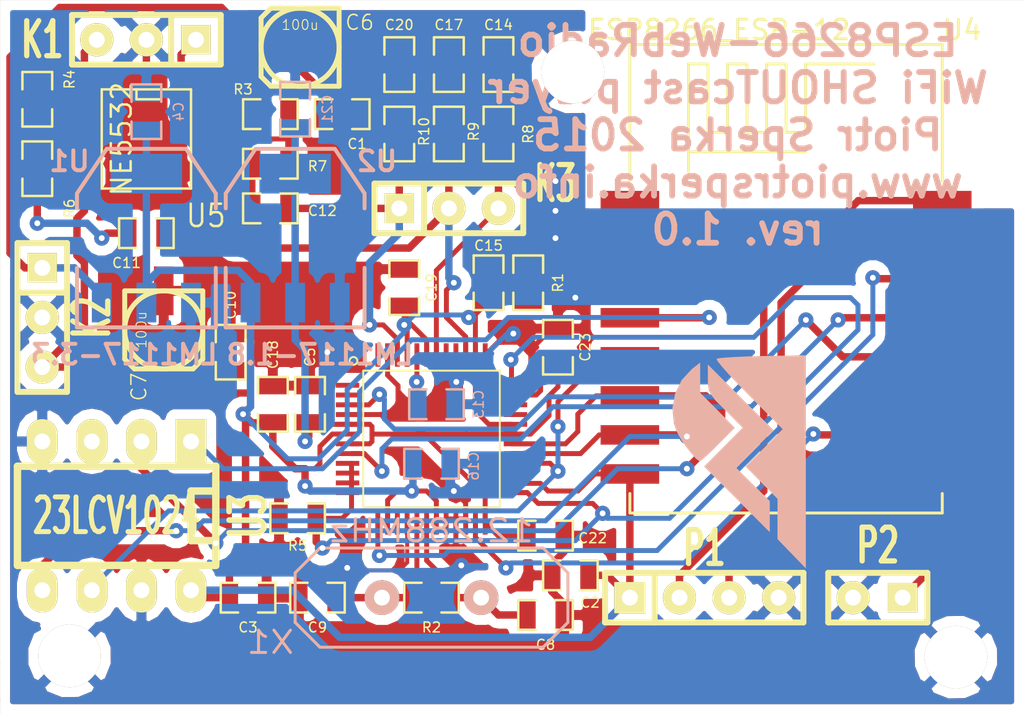
<source format=kicad_pcb>
(kicad_pcb (version 3) (host pcbnew "(2013-jul-07)-stable")

  (general
    (links 133)
    (no_connects 0)
    (area 14.599999 14.7828 67.061001 51.71694)
    (thickness 1.6)
    (drawings 10)
    (tracks 456)
    (zones 0)
    (modules 49)
    (nets 33)
  )

  (page A4)
  (title_block 
    (title "ESP8266 SHOUTcast player")
    (rev 1.0)
    (company "Piotr Sperka")
    (comment 1 "This is open-source and open-hardware project")
  )

  (layers
    (15 F.Cu signal)
    (0 B.Cu signal)
    (16 B.Adhes user)
    (17 F.Adhes user)
    (18 B.Paste user)
    (19 F.Paste user)
    (20 B.SilkS user hide)
    (21 F.SilkS user)
    (22 B.Mask user)
    (23 F.Mask user)
    (24 Dwgs.User user)
    (25 Cmts.User user)
    (26 Eco1.User user)
    (27 Eco2.User user)
    (28 Edge.Cuts user)
  )

  (setup
    (last_trace_width 0.254)
    (user_trace_width 0.254)
    (user_trace_width 0.381)
    (trace_clearance 0.2032)
    (zone_clearance 0.508)
    (zone_45_only no)
    (trace_min 0.2032)
    (segment_width 0.2)
    (edge_width 0.15)
    (via_size 0.775)
    (via_drill 0.3)
    (via_min_size 0.775)
    (via_min_drill 0.3)
    (uvia_size 0.75)
    (uvia_drill 0.3)
    (uvias_allowed no)
    (uvia_min_size 0.75)
    (uvia_min_drill 0.3)
    (pcb_text_width 0.3)
    (pcb_text_size 1.5 1.5)
    (mod_edge_width 0.15)
    (mod_text_size 1.5 1.5)
    (mod_text_width 0.15)
    (pad_size 0.24892 1.2)
    (pad_drill 0)
    (pad_to_mask_clearance 0.2)
    (aux_axis_origin 0 0)
    (visible_elements FFFFFFBF)
    (pcbplotparams
      (layerselection 284196865)
      (usegerberextensions false)
      (excludeedgelayer true)
      (linewidth 0.025400)
      (plotframeref false)
      (viasonmask false)
      (mode 1)
      (useauxorigin false)
      (hpglpennumber 1)
      (hpglpenspeed 20)
      (hpglpendiameter 15)
      (hpglpenoverlay 2)
      (psnegative false)
      (psa4output false)
      (plotreference true)
      (plotvalue true)
      (plotothertext true)
      (plotinvisibletext false)
      (padsonsilk false)
      (subtractmaskfromsilk false)
      (outputformat 1)
      (mirror false)
      (drillshape 0)
      (scaleselection 1)
      (outputdirectory PLOTS/))
  )

  (net 0 "")
  (net 1 +1.8V)
  (net 2 +3.3V)
  (net 3 -6V)
  (net 4 GND)
  (net 5 MISO)
  (net 6 MOSI)
  (net 7 N-000001)
  (net 8 N-0000015)
  (net 9 N-0000016)
  (net 10 N-0000017)
  (net 11 N-0000018)
  (net 12 N-0000019)
  (net 13 N-000002)
  (net 14 N-0000020)
  (net 15 N-0000021)
  (net 16 N-0000022)
  (net 17 N-0000023)
  (net 18 N-0000024)
  (net 19 N-0000025)
  (net 20 N-0000026)
  (net 21 N-0000027)
  (net 22 N-0000028)
  (net 23 N-0000029)
  (net 24 N-0000030)
  (net 25 N-0000031)
  (net 26 N-0000032)
  (net 27 N-000005)
  (net 28 N-000006)
  (net 29 N-000007)
  (net 30 N-000008)
  (net 31 SCK)
  (net 32 VCC)

  (net_class Default "This is the default net class."
    (clearance 0.2032)
    (trace_width 0.2032)
    (via_dia 0.775)
    (via_drill 0.3)
    (uvia_dia 0.75)
    (uvia_drill 0.3)
    (add_net "")
    (add_net +1.8V)
    (add_net +3.3V)
    (add_net -6V)
    (add_net GND)
    (add_net MISO)
    (add_net MOSI)
    (add_net N-000001)
    (add_net N-0000015)
    (add_net N-0000016)
    (add_net N-0000017)
    (add_net N-0000018)
    (add_net N-0000019)
    (add_net N-000002)
    (add_net N-0000020)
    (add_net N-0000021)
    (add_net N-0000022)
    (add_net N-0000023)
    (add_net N-0000024)
    (add_net N-0000025)
    (add_net N-0000026)
    (add_net N-0000027)
    (add_net N-0000028)
    (add_net N-0000029)
    (add_net N-0000030)
    (add_net N-0000031)
    (add_net N-0000032)
    (add_net N-000005)
    (add_net N-000006)
    (add_net N-000007)
    (add_net N-000008)
    (add_net SCK)
    (add_net VCC)
  )

  (net_class Power ""
    (clearance 0.2032)
    (trace_width 0.381)
    (via_dia 0.9)
    (via_drill 0.3)
    (uvia_dia 0.75)
    (uvia_drill 0.3)
  )

  (module SOT223 (layer B.Cu) (tedit 55D21627) (tstamp 55CF7F0A)
    (at 29.718 27.178 180)
    (descr "module CMS SOT223 4 pins")
    (tags "CMS SOT")
    (path /55CF406C)
    (attr smd)
    (fp_text reference U2 (at -4.191 3.937 180) (layer B.SilkS)
      (effects (font (size 1.016 1.016) (thickness 0.2032)) (justify mirror))
    )
    (fp_text value LM1117-1.8 (at -1.27 -5.969 180) (layer B.SilkS)
      (effects (font (size 1.016 1.016) (thickness 0.2032)) (justify mirror))
    )
    (fp_line (start -3.556 -1.524) (end -3.556 -4.572) (layer B.SilkS) (width 0.2032))
    (fp_line (start -3.556 -4.572) (end 3.556 -4.572) (layer B.SilkS) (width 0.2032))
    (fp_line (start 3.556 -4.572) (end 3.556 -1.524) (layer B.SilkS) (width 0.2032))
    (fp_line (start -3.556 1.524) (end -3.556 2.286) (layer B.SilkS) (width 0.2032))
    (fp_line (start -3.556 2.286) (end -2.032 4.572) (layer B.SilkS) (width 0.2032))
    (fp_line (start -2.032 4.572) (end 2.032 4.572) (layer B.SilkS) (width 0.2032))
    (fp_line (start 2.032 4.572) (end 3.556 2.286) (layer B.SilkS) (width 0.2032))
    (fp_line (start 3.556 2.286) (end 3.556 1.524) (layer B.SilkS) (width 0.2032))
    (pad 4 smd rect (at 0 3.302 180) (size 3.6576 2.032)
      (layers B.Cu B.Paste B.Mask)
      (net 1 +1.8V)
    )
    (pad 2 smd rect (at 0 -3.302 180) (size 1.016 2.032)
      (layers B.Cu B.Paste B.Mask)
      (net 1 +1.8V)
    )
    (pad 3 smd rect (at 2.286 -3.302 180) (size 1.016 2.032)
      (layers B.Cu B.Paste B.Mask)
      (net 2 +3.3V)
    )
    (pad 1 smd rect (at -2.286 -3.302 180) (size 1.016 2.032)
      (layers B.Cu B.Paste B.Mask)
      (net 4 GND)
    )
    (model smd/SOT223.wrl
      (at (xyz 0 0 0))
      (scale (xyz 0.4 0.4 0.4))
      (rotate (xyz 0 0 0))
    )
  )

  (module SMD_elektrolit40 (layer F.Cu) (tedit 55D21507) (tstamp 55CF7C94)
    (at 22.987 31.877 270)
    (path /55CF8CEC)
    (fp_text reference C7 (at 2.921 1.27 270) (layer F.SilkS)
      (effects (font (size 0.762 0.762) (thickness 0.0762)))
    )
    (fp_text value 100u (at 0 1.143 270) (layer F.SilkS)
      (effects (font (size 0.508 0.508) (thickness 0.0508)))
    )
    (fp_line (start -1.99898 -1.99898) (end -1.99898 1.99898) (layer F.SilkS) (width 0.254))
    (fp_line (start -1.99898 1.99898) (end 1.50114 1.99898) (layer F.SilkS) (width 0.254))
    (fp_line (start 1.50114 1.99898) (end 1.99898 1.50114) (layer F.SilkS) (width 0.254))
    (fp_line (start 1.99898 1.50114) (end 1.99898 -1.50114) (layer F.SilkS) (width 0.254))
    (fp_line (start 1.99898 -1.50114) (end 1.50114 -1.99898) (layer F.SilkS) (width 0.254))
    (fp_line (start 1.50114 -1.99898) (end -1.99898 -1.99898) (layer F.SilkS) (width 0.254))
    (fp_circle (center 0 0) (end 0 -1.99898) (layer F.SilkS) (width 0.254))
    (pad 1 smd rect (at 1.99898 0 270) (size 2.49936 1.00076)
      (layers F.Cu F.Paste F.Mask)
      (net 3 -6V)
    )
    (pad 2 smd rect (at -1.99898 0 270) (size 2.49936 1.00076)
      (layers F.Cu F.Paste F.Mask)
      (net 4 GND)
    )
    (model smd/self_cms_we-pd3.wrl
      (at (xyz 0 0 0))
      (scale (xyz 0.32 0.32 0.32))
      (rotate (xyz 0 0 0))
    )
  )

  (module SMD_elektrolit40 (layer F.Cu) (tedit 55D2155D) (tstamp 55CF7CA1)
    (at 29.972 17.399 180)
    (path /55CF8CD5)
    (fp_text reference C6 (at -3.048 1.27 180) (layer F.SilkS)
      (effects (font (size 0.762 0.762) (thickness 0.0762)))
    )
    (fp_text value 100u (at 0 1.143 180) (layer F.SilkS)
      (effects (font (size 0.508 0.508) (thickness 0.0508)))
    )
    (fp_line (start -1.99898 -1.99898) (end -1.99898 1.99898) (layer F.SilkS) (width 0.254))
    (fp_line (start -1.99898 1.99898) (end 1.50114 1.99898) (layer F.SilkS) (width 0.254))
    (fp_line (start 1.50114 1.99898) (end 1.99898 1.50114) (layer F.SilkS) (width 0.254))
    (fp_line (start 1.99898 1.50114) (end 1.99898 -1.50114) (layer F.SilkS) (width 0.254))
    (fp_line (start 1.99898 -1.50114) (end 1.50114 -1.99898) (layer F.SilkS) (width 0.254))
    (fp_line (start 1.50114 -1.99898) (end -1.99898 -1.99898) (layer F.SilkS) (width 0.254))
    (fp_circle (center 0 0) (end 0 -1.99898) (layer F.SilkS) (width 0.254))
    (pad 1 smd rect (at 1.99898 0 180) (size 2.49936 1.00076)
      (layers F.Cu F.Paste F.Mask)
      (net 32 VCC)
    )
    (pad 2 smd rect (at -1.99898 0 180) (size 2.49936 1.00076)
      (layers F.Cu F.Paste F.Mask)
      (net 4 GND)
    )
    (model smd/self_cms_we-pd3.wrl
      (at (xyz 0 0 0))
      (scale (xyz 0.32 0.32 0.32))
      (rotate (xyz 0 0 0))
    )
  )

  (module SM0805 (layer F.Cu) (tedit 55D2153E) (tstamp 55CF7CAD)
    (at 40.132 21.844 90)
    (path /55CF6897)
    (attr smd)
    (fp_text reference R8 (at 0 1.524 90) (layer F.SilkS)
      (effects (font (size 0.508 0.508) (thickness 0.0762)))
    )
    (fp_text value 10 (at 0 0.381 90) (layer F.SilkS) hide
      (effects (font (size 0.508 0.508) (thickness 0.03048)))
    )
    (fp_line (start 1.397 0.762) (end 0.508 0.762) (layer F.SilkS) (width 0.127))
    (fp_line (start 1.397 -0.762) (end 0.508 -0.762) (layer F.SilkS) (width 0.127))
    (fp_line (start -1.397 0.762) (end -0.508 0.762) (layer F.SilkS) (width 0.127))
    (fp_line (start -1.397 -0.762) (end -0.508 -0.762) (layer F.SilkS) (width 0.127))
    (fp_line (start -1.397 -0.762) (end -1.397 0.762) (layer F.SilkS) (width 0.127))
    (fp_line (start 1.397 -0.762) (end 1.397 0.762) (layer F.SilkS) (width 0.127))
    (pad 1 smd rect (at -0.9525 0 90) (size 0.889 1.397)
      (layers F.Cu F.Paste F.Mask)
      (net 18 N-0000024)
    )
    (pad 2 smd rect (at 0.9525 0 90) (size 0.889 1.397)
      (layers F.Cu F.Paste F.Mask)
      (net 17 N-0000023)
    )
    (model smd/chip_cms.wrl
      (at (xyz 0 0 0))
      (scale (xyz 0.1 0.1 0.1))
      (rotate (xyz 0 0 0))
    )
  )

  (module SM0805 (layer F.Cu) (tedit 55D21BFB) (tstamp 55CF7CB9)
    (at 42.545 46.482 180)
    (path /55CF5FD5)
    (attr smd)
    (fp_text reference C8 (at 0 -1.524 180) (layer F.SilkS)
      (effects (font (size 0.508 0.508) (thickness 0.0762)))
    )
    (fp_text value 33p (at 0 0.381 180) (layer F.SilkS) hide
      (effects (font (size 0.508 0.508) (thickness 0.03048)))
    )
    (fp_line (start 1.397 0.762) (end 0.508 0.762) (layer F.SilkS) (width 0.127))
    (fp_line (start 1.397 -0.762) (end 0.508 -0.762) (layer F.SilkS) (width 0.127))
    (fp_line (start -1.397 0.762) (end -0.508 0.762) (layer F.SilkS) (width 0.127))
    (fp_line (start -1.397 -0.762) (end -0.508 -0.762) (layer F.SilkS) (width 0.127))
    (fp_line (start -1.397 -0.762) (end -1.397 0.762) (layer F.SilkS) (width 0.127))
    (fp_line (start 1.397 -0.762) (end 1.397 0.762) (layer F.SilkS) (width 0.127))
    (pad 1 smd rect (at -0.9525 0 180) (size 0.889 1.397)
      (layers F.Cu F.Paste F.Mask)
      (net 4 GND)
    )
    (pad 2 smd rect (at 0.9525 0 180) (size 0.889 1.397)
      (layers F.Cu F.Paste F.Mask)
      (net 19 N-0000025)
    )
    (model smd/chip_cms.wrl
      (at (xyz 0 0 0))
      (scale (xyz 0.1 0.1 0.1))
      (rotate (xyz 0 0 0))
    )
  )

  (module SM0805 (layer F.Cu) (tedit 55D21CB9) (tstamp 55D21CEF)
    (at 37.592 21.844 90)
    (path /55CF689D)
    (attr smd)
    (fp_text reference R9 (at 0.127 1.27 90) (layer F.SilkS)
      (effects (font (size 0.508 0.508) (thickness 0.0762)))
    )
    (fp_text value 20 (at 0 0.381 90) (layer F.SilkS) hide
      (effects (font (size 0.508 0.508) (thickness 0.03048)))
    )
    (fp_line (start 1.397 0.762) (end 0.508 0.762) (layer F.SilkS) (width 0.127))
    (fp_line (start 1.397 -0.762) (end 0.508 -0.762) (layer F.SilkS) (width 0.127))
    (fp_line (start -1.397 0.762) (end -0.508 0.762) (layer F.SilkS) (width 0.127))
    (fp_line (start -1.397 -0.762) (end -0.508 -0.762) (layer F.SilkS) (width 0.127))
    (fp_line (start -1.397 -0.762) (end -1.397 0.762) (layer F.SilkS) (width 0.127))
    (fp_line (start 1.397 -0.762) (end 1.397 0.762) (layer F.SilkS) (width 0.127))
    (pad 1 smd rect (at -0.9525 0 90) (size 0.889 1.397)
      (layers F.Cu F.Paste F.Mask)
      (net 29 N-000007)
    )
    (pad 2 smd rect (at 0.9525 0 90) (size 0.889 1.397)
      (layers F.Cu F.Paste F.Mask)
      (net 16 N-0000022)
    )
    (model smd/chip_cms.wrl
      (at (xyz 0 0 0))
      (scale (xyz 0.1 0.1 0.1))
      (rotate (xyz 0 0 0))
    )
  )

  (module SM0805 (layer F.Cu) (tedit 55D21CB5) (tstamp 55D21CFC)
    (at 35.052 21.844 90)
    (path /55CF68A3)
    (attr smd)
    (fp_text reference R10 (at 0.127 1.27 90) (layer F.SilkS)
      (effects (font (size 0.508 0.508) (thickness 0.0762)))
    )
    (fp_text value 20 (at 0 0.381 90) (layer F.SilkS) hide
      (effects (font (size 0.508 0.508) (thickness 0.03048)))
    )
    (fp_line (start 1.397 0.762) (end 0.508 0.762) (layer F.SilkS) (width 0.127))
    (fp_line (start 1.397 -0.762) (end 0.508 -0.762) (layer F.SilkS) (width 0.127))
    (fp_line (start -1.397 0.762) (end -0.508 0.762) (layer F.SilkS) (width 0.127))
    (fp_line (start -1.397 -0.762) (end -0.508 -0.762) (layer F.SilkS) (width 0.127))
    (fp_line (start -1.397 -0.762) (end -1.397 0.762) (layer F.SilkS) (width 0.127))
    (fp_line (start 1.397 -0.762) (end 1.397 0.762) (layer F.SilkS) (width 0.127))
    (pad 1 smd rect (at -0.9525 0 90) (size 0.889 1.397)
      (layers F.Cu F.Paste F.Mask)
      (net 30 N-000008)
    )
    (pad 2 smd rect (at 0.9525 0 90) (size 0.889 1.397)
      (layers F.Cu F.Paste F.Mask)
      (net 15 N-0000021)
    )
    (model smd/chip_cms.wrl
      (at (xyz 0 0 0))
      (scale (xyz 0.1 0.1 0.1))
      (rotate (xyz 0 0 0))
    )
  )

  (module SM0805 (layer F.Cu) (tedit 55D21CAD) (tstamp 55CF7CDD)
    (at 37.592 18.288 90)
    (path /55CF6AA0)
    (attr smd)
    (fp_text reference C17 (at 2.032 0 180) (layer F.SilkS)
      (effects (font (size 0.508 0.508) (thickness 0.0762)))
    )
    (fp_text value 10n (at 0 0.381 90) (layer F.SilkS) hide
      (effects (font (size 0.508 0.508) (thickness 0.03048)))
    )
    (fp_line (start 1.397 0.762) (end 0.508 0.762) (layer F.SilkS) (width 0.127))
    (fp_line (start 1.397 -0.762) (end 0.508 -0.762) (layer F.SilkS) (width 0.127))
    (fp_line (start -1.397 0.762) (end -0.508 0.762) (layer F.SilkS) (width 0.127))
    (fp_line (start -1.397 -0.762) (end -0.508 -0.762) (layer F.SilkS) (width 0.127))
    (fp_line (start -1.397 -0.762) (end -1.397 0.762) (layer F.SilkS) (width 0.127))
    (fp_line (start 1.397 -0.762) (end 1.397 0.762) (layer F.SilkS) (width 0.127))
    (pad 1 smd rect (at -0.9525 0 90) (size 0.889 1.397)
      (layers F.Cu F.Paste F.Mask)
      (net 16 N-0000022)
    )
    (pad 2 smd rect (at 0.9525 0 90) (size 0.889 1.397)
      (layers F.Cu F.Paste F.Mask)
      (net 4 GND)
    )
    (model smd/chip_cms.wrl
      (at (xyz 0 0 0))
      (scale (xyz 0.1 0.1 0.1))
      (rotate (xyz 0 0 0))
    )
  )

  (module SM0805 (layer B.Cu) (tedit 55D215CE) (tstamp 55CF7CE9)
    (at 29.718 20.574 90)
    (path /55CF4ABE)
    (attr smd)
    (fp_text reference C21 (at 0 1.651 90) (layer B.SilkS)
      (effects (font (size 0.508 0.508) (thickness 0.0762)) (justify mirror))
    )
    (fp_text value 100n (at 0 -0.381 90) (layer B.SilkS) hide
      (effects (font (size 0.508 0.508) (thickness 0.03048)) (justify mirror))
    )
    (fp_line (start 1.397 -0.762) (end 0.508 -0.762) (layer B.SilkS) (width 0.127))
    (fp_line (start 1.397 0.762) (end 0.508 0.762) (layer B.SilkS) (width 0.127))
    (fp_line (start -1.397 -0.762) (end -0.508 -0.762) (layer B.SilkS) (width 0.127))
    (fp_line (start -1.397 0.762) (end -0.508 0.762) (layer B.SilkS) (width 0.127))
    (fp_line (start -1.397 0.762) (end -1.397 -0.762) (layer B.SilkS) (width 0.127))
    (fp_line (start 1.397 0.762) (end 1.397 -0.762) (layer B.SilkS) (width 0.127))
    (pad 1 smd rect (at -0.9525 0 90) (size 0.889 1.397)
      (layers B.Cu B.Paste B.Mask)
      (net 1 +1.8V)
    )
    (pad 2 smd rect (at 0.9525 0 90) (size 0.889 1.397)
      (layers B.Cu B.Paste B.Mask)
      (net 4 GND)
    )
    (model smd/chip_cms.wrl
      (at (xyz 0 0 0))
      (scale (xyz 0.1 0.1 0.1))
      (rotate (xyz 0 0 0))
    )
  )

  (module SM0805 (layer F.Cu) (tedit 55D21BF4) (tstamp 55CF7D01)
    (at 27.305 45.593)
    (path /55CF76B3)
    (attr smd)
    (fp_text reference C3 (at 0 1.524) (layer F.SilkS)
      (effects (font (size 0.508 0.508) (thickness 0.0762)))
    )
    (fp_text value 100n (at 0 0.381) (layer F.SilkS) hide
      (effects (font (size 0.508 0.508) (thickness 0.03048)))
    )
    (fp_line (start 1.397 0.762) (end 0.508 0.762) (layer F.SilkS) (width 0.127))
    (fp_line (start 1.397 -0.762) (end 0.508 -0.762) (layer F.SilkS) (width 0.127))
    (fp_line (start -1.397 0.762) (end -0.508 0.762) (layer F.SilkS) (width 0.127))
    (fp_line (start -1.397 -0.762) (end -0.508 -0.762) (layer F.SilkS) (width 0.127))
    (fp_line (start -1.397 -0.762) (end -1.397 0.762) (layer F.SilkS) (width 0.127))
    (fp_line (start 1.397 -0.762) (end 1.397 0.762) (layer F.SilkS) (width 0.127))
    (pad 1 smd rect (at -0.9525 0) (size 0.889 1.397)
      (layers F.Cu F.Paste F.Mask)
      (net 2 +3.3V)
    )
    (pad 2 smd rect (at 0.9525 0) (size 0.889 1.397)
      (layers F.Cu F.Paste F.Mask)
      (net 4 GND)
    )
    (model smd/chip_cms.wrl
      (at (xyz 0 0 0))
      (scale (xyz 0.1 0.1 0.1))
      (rotate (xyz 0 0 0))
    )
  )

  (module SM0805 (layer F.Cu) (tedit 55D2152C) (tstamp 55CF7D0D)
    (at 41.656 29.464 90)
    (path /55CF7E37)
    (attr smd)
    (fp_text reference R1 (at 0 1.524 90) (layer F.SilkS)
      (effects (font (size 0.508 0.508) (thickness 0.0762)))
    )
    (fp_text value 10k (at 0 0.381 90) (layer F.SilkS) hide
      (effects (font (size 0.508 0.508) (thickness 0.03048)))
    )
    (fp_line (start 1.397 0.762) (end 0.508 0.762) (layer F.SilkS) (width 0.127))
    (fp_line (start 1.397 -0.762) (end 0.508 -0.762) (layer F.SilkS) (width 0.127))
    (fp_line (start -1.397 0.762) (end -0.508 0.762) (layer F.SilkS) (width 0.127))
    (fp_line (start -1.397 -0.762) (end -0.508 -0.762) (layer F.SilkS) (width 0.127))
    (fp_line (start -1.397 -0.762) (end -1.397 0.762) (layer F.SilkS) (width 0.127))
    (fp_line (start 1.397 -0.762) (end 1.397 0.762) (layer F.SilkS) (width 0.127))
    (pad 1 smd rect (at -0.9525 0 90) (size 0.889 1.397)
      (layers F.Cu F.Paste F.Mask)
      (net 2 +3.3V)
    )
    (pad 2 smd rect (at 0.9525 0 90) (size 0.889 1.397)
      (layers F.Cu F.Paste F.Mask)
      (net 21 N-0000027)
    )
    (model smd/chip_cms.wrl
      (at (xyz 0 0 0))
      (scale (xyz 0.1 0.1 0.1))
      (rotate (xyz 0 0 0))
    )
  )

  (module SM0805 (layer F.Cu) (tedit 55D21CB2) (tstamp 55CF7D19)
    (at 40.132 18.288 90)
    (path /55CF6A9A)
    (attr smd)
    (fp_text reference C14 (at 2.032 0 180) (layer F.SilkS)
      (effects (font (size 0.508 0.508) (thickness 0.0762)))
    )
    (fp_text value 47n (at 0 0.381 90) (layer F.SilkS) hide
      (effects (font (size 0.508 0.508) (thickness 0.03048)))
    )
    (fp_line (start 1.397 0.762) (end 0.508 0.762) (layer F.SilkS) (width 0.127))
    (fp_line (start 1.397 -0.762) (end 0.508 -0.762) (layer F.SilkS) (width 0.127))
    (fp_line (start -1.397 0.762) (end -0.508 0.762) (layer F.SilkS) (width 0.127))
    (fp_line (start -1.397 -0.762) (end -0.508 -0.762) (layer F.SilkS) (width 0.127))
    (fp_line (start -1.397 -0.762) (end -1.397 0.762) (layer F.SilkS) (width 0.127))
    (fp_line (start 1.397 -0.762) (end 1.397 0.762) (layer F.SilkS) (width 0.127))
    (pad 1 smd rect (at -0.9525 0 90) (size 0.889 1.397)
      (layers F.Cu F.Paste F.Mask)
      (net 17 N-0000023)
    )
    (pad 2 smd rect (at 0.9525 0 90) (size 0.889 1.397)
      (layers F.Cu F.Paste F.Mask)
      (net 4 GND)
    )
    (model smd/chip_cms.wrl
      (at (xyz 0 0 0))
      (scale (xyz 0.1 0.1 0.1))
      (rotate (xyz 0 0 0))
    )
  )

  (module SM0805 (layer F.Cu) (tedit 55D21575) (tstamp 55CF7D25)
    (at 16.51 20.066 90)
    (path /55CFA4B3)
    (attr smd)
    (fp_text reference R4 (at 1.016 1.651 90) (layer F.SilkS)
      (effects (font (size 0.508 0.508) (thickness 0.0762)))
    )
    (fp_text value 100k (at 0 0.381 90) (layer F.SilkS) hide
      (effects (font (size 0.508 0.508) (thickness 0.03048)))
    )
    (fp_line (start 1.397 0.762) (end 0.508 0.762) (layer F.SilkS) (width 0.127))
    (fp_line (start 1.397 -0.762) (end 0.508 -0.762) (layer F.SilkS) (width 0.127))
    (fp_line (start -1.397 0.762) (end -0.508 0.762) (layer F.SilkS) (width 0.127))
    (fp_line (start -1.397 -0.762) (end -0.508 -0.762) (layer F.SilkS) (width 0.127))
    (fp_line (start -1.397 -0.762) (end -1.397 0.762) (layer F.SilkS) (width 0.127))
    (fp_line (start 1.397 -0.762) (end 1.397 0.762) (layer F.SilkS) (width 0.127))
    (pad 1 smd rect (at -0.9525 0 90) (size 0.889 1.397)
      (layers F.Cu F.Paste F.Mask)
      (net 11 N-0000018)
    )
    (pad 2 smd rect (at 0.9525 0 90) (size 0.889 1.397)
      (layers F.Cu F.Paste F.Mask)
      (net 10 N-0000017)
    )
    (model smd/chip_cms.wrl
      (at (xyz 0 0 0))
      (scale (xyz 0.1 0.1 0.1))
      (rotate (xyz 0 0 0))
    )
  )

  (module SM0805 (layer F.Cu) (tedit 55D21C8C) (tstamp 55CF7D31)
    (at 16.51 23.622 270)
    (path /55CFA4AD)
    (attr smd)
    (fp_text reference R6 (at 2.032 -1.651 270) (layer F.SilkS)
      (effects (font (size 0.508 0.508) (thickness 0.0762)))
    )
    (fp_text value 100k (at 0 0.381 270) (layer F.SilkS) hide
      (effects (font (size 0.508 0.508) (thickness 0.03048)))
    )
    (fp_line (start 1.397 0.762) (end 0.508 0.762) (layer F.SilkS) (width 0.127))
    (fp_line (start 1.397 -0.762) (end 0.508 -0.762) (layer F.SilkS) (width 0.127))
    (fp_line (start -1.397 0.762) (end -0.508 0.762) (layer F.SilkS) (width 0.127))
    (fp_line (start -1.397 -0.762) (end -0.508 -0.762) (layer F.SilkS) (width 0.127))
    (fp_line (start -1.397 -0.762) (end -1.397 0.762) (layer F.SilkS) (width 0.127))
    (fp_line (start 1.397 -0.762) (end 1.397 0.762) (layer F.SilkS) (width 0.127))
    (pad 1 smd rect (at -0.9525 0 270) (size 0.889 1.397)
      (layers F.Cu F.Paste F.Mask)
      (net 11 N-0000018)
    )
    (pad 2 smd rect (at 0.9525 0 270) (size 0.889 1.397)
      (layers F.Cu F.Paste F.Mask)
      (net 27 N-000005)
    )
    (model smd/chip_cms.wrl
      (at (xyz 0 0 0))
      (scale (xyz 0.1 0.1 0.1))
      (rotate (xyz 0 0 0))
    )
  )

  (module SM0805 (layer F.Cu) (tedit 55D21C55) (tstamp 55CF7D3D)
    (at 26.416 33.02 90)
    (path /55CF9764)
    (attr smd)
    (fp_text reference C10 (at 2.413 0 90) (layer F.SilkS)
      (effects (font (size 0.508 0.508) (thickness 0.0762)))
    )
    (fp_text value 100n (at 0 0.381 90) (layer F.SilkS) hide
      (effects (font (size 0.508 0.508) (thickness 0.03048)))
    )
    (fp_line (start 1.397 0.762) (end 0.508 0.762) (layer F.SilkS) (width 0.127))
    (fp_line (start 1.397 -0.762) (end 0.508 -0.762) (layer F.SilkS) (width 0.127))
    (fp_line (start -1.397 0.762) (end -0.508 0.762) (layer F.SilkS) (width 0.127))
    (fp_line (start -1.397 -0.762) (end -0.508 -0.762) (layer F.SilkS) (width 0.127))
    (fp_line (start -1.397 -0.762) (end -1.397 0.762) (layer F.SilkS) (width 0.127))
    (fp_line (start 1.397 -0.762) (end 1.397 0.762) (layer F.SilkS) (width 0.127))
    (pad 1 smd rect (at -0.9525 0 90) (size 0.889 1.397)
      (layers F.Cu F.Paste F.Mask)
      (net 3 -6V)
    )
    (pad 2 smd rect (at 0.9525 0 90) (size 0.889 1.397)
      (layers F.Cu F.Paste F.Mask)
      (net 4 GND)
    )
    (model smd/chip_cms.wrl
      (at (xyz 0 0 0))
      (scale (xyz 0.1 0.1 0.1))
      (rotate (xyz 0 0 0))
    )
  )

  (module SM0805 (layer F.Cu) (tedit 55D21C6A) (tstamp 55CF7D49)
    (at 22.098 26.924)
    (path /55CFAAB4)
    (attr smd)
    (fp_text reference C11 (at -1.016 1.524) (layer F.SilkS)
      (effects (font (size 0.508 0.508) (thickness 0.0762)))
    )
    (fp_text value 1u (at 0 0.381) (layer F.SilkS) hide
      (effects (font (size 0.508 0.508) (thickness 0.03048)))
    )
    (fp_line (start 1.397 0.762) (end 0.508 0.762) (layer F.SilkS) (width 0.127))
    (fp_line (start 1.397 -0.762) (end 0.508 -0.762) (layer F.SilkS) (width 0.127))
    (fp_line (start -1.397 0.762) (end -0.508 0.762) (layer F.SilkS) (width 0.127))
    (fp_line (start -1.397 -0.762) (end -0.508 -0.762) (layer F.SilkS) (width 0.127))
    (fp_line (start -1.397 -0.762) (end -1.397 0.762) (layer F.SilkS) (width 0.127))
    (fp_line (start 1.397 -0.762) (end 1.397 0.762) (layer F.SilkS) (width 0.127))
    (pad 1 smd rect (at -0.9525 0) (size 0.889 1.397)
      (layers F.Cu F.Paste F.Mask)
      (net 27 N-000005)
    )
    (pad 2 smd rect (at 0.9525 0) (size 0.889 1.397)
      (layers F.Cu F.Paste F.Mask)
      (net 29 N-000007)
    )
    (model smd/chip_cms.wrl
      (at (xyz 0 0 0))
      (scale (xyz 0.1 0.1 0.1))
      (rotate (xyz 0 0 0))
    )
  )

  (module SM0805 (layer F.Cu) (tedit 55D21BBC) (tstamp 55CF7D55)
    (at 28.448 25.654)
    (path /55CFAABA)
    (attr smd)
    (fp_text reference C12 (at 2.667 0.127) (layer F.SilkS)
      (effects (font (size 0.508 0.508) (thickness 0.0762)))
    )
    (fp_text value 1u (at 0 0.381) (layer F.SilkS) hide
      (effects (font (size 0.508 0.508) (thickness 0.03048)))
    )
    (fp_line (start 1.397 0.762) (end 0.508 0.762) (layer F.SilkS) (width 0.127))
    (fp_line (start 1.397 -0.762) (end 0.508 -0.762) (layer F.SilkS) (width 0.127))
    (fp_line (start -1.397 0.762) (end -0.508 0.762) (layer F.SilkS) (width 0.127))
    (fp_line (start -1.397 -0.762) (end -0.508 -0.762) (layer F.SilkS) (width 0.127))
    (fp_line (start -1.397 -0.762) (end -1.397 0.762) (layer F.SilkS) (width 0.127))
    (fp_line (start 1.397 -0.762) (end 1.397 0.762) (layer F.SilkS) (width 0.127))
    (pad 1 smd rect (at -0.9525 0) (size 0.889 1.397)
      (layers F.Cu F.Paste F.Mask)
      (net 28 N-000006)
    )
    (pad 2 smd rect (at 0.9525 0) (size 0.889 1.397)
      (layers F.Cu F.Paste F.Mask)
      (net 30 N-000008)
    )
    (model smd/chip_cms.wrl
      (at (xyz 0 0 0))
      (scale (xyz 0.1 0.1 0.1))
      (rotate (xyz 0 0 0))
    )
  )

  (module SM0805 (layer B.Cu) (tedit 55D215C0) (tstamp 55CF7D61)
    (at 36.957 35.687)
    (path /55CF5BE5)
    (attr smd)
    (fp_text reference C13 (at 2.159 0 90) (layer B.SilkS)
      (effects (font (size 0.508 0.508) (thickness 0.0762)) (justify mirror))
    )
    (fp_text value 1u (at 0 -0.381) (layer B.SilkS) hide
      (effects (font (size 0.508 0.508) (thickness 0.03048)) (justify mirror))
    )
    (fp_line (start 1.397 -0.762) (end 0.508 -0.762) (layer B.SilkS) (width 0.127))
    (fp_line (start 1.397 0.762) (end 0.508 0.762) (layer B.SilkS) (width 0.127))
    (fp_line (start -1.397 -0.762) (end -0.508 -0.762) (layer B.SilkS) (width 0.127))
    (fp_line (start -1.397 0.762) (end -0.508 0.762) (layer B.SilkS) (width 0.127))
    (fp_line (start -1.397 0.762) (end -1.397 -0.762) (layer B.SilkS) (width 0.127))
    (fp_line (start 1.397 0.762) (end 1.397 -0.762) (layer B.SilkS) (width 0.127))
    (pad 1 smd rect (at -0.9525 0) (size 0.889 1.397)
      (layers B.Cu B.Paste B.Mask)
      (net 7 N-000001)
    )
    (pad 2 smd rect (at 0.9525 0) (size 0.889 1.397)
      (layers B.Cu B.Paste B.Mask)
      (net 4 GND)
    )
    (model smd/chip_cms.wrl
      (at (xyz 0 0 0))
      (scale (xyz 0.1 0.1 0.1))
      (rotate (xyz 0 0 0))
    )
  )

  (module SM0805 (layer F.Cu) (tedit 55D21BAC) (tstamp 55CF8976)
    (at 28.448 23.368 180)
    (path /55CFA49C)
    (attr smd)
    (fp_text reference R7 (at -2.413 -0.127 180) (layer F.SilkS)
      (effects (font (size 0.508 0.508) (thickness 0.0762)))
    )
    (fp_text value 100k (at 0 0.381 180) (layer F.SilkS) hide
      (effects (font (size 0.508 0.508) (thickness 0.03048)))
    )
    (fp_line (start 1.397 0.762) (end 0.508 0.762) (layer F.SilkS) (width 0.127))
    (fp_line (start 1.397 -0.762) (end 0.508 -0.762) (layer F.SilkS) (width 0.127))
    (fp_line (start -1.397 0.762) (end -0.508 0.762) (layer F.SilkS) (width 0.127))
    (fp_line (start -1.397 -0.762) (end -0.508 -0.762) (layer F.SilkS) (width 0.127))
    (fp_line (start -1.397 -0.762) (end -1.397 0.762) (layer F.SilkS) (width 0.127))
    (fp_line (start 1.397 -0.762) (end 1.397 0.762) (layer F.SilkS) (width 0.127))
    (pad 1 smd rect (at -0.9525 0 180) (size 0.889 1.397)
      (layers F.Cu F.Paste F.Mask)
      (net 14 N-0000020)
    )
    (pad 2 smd rect (at 0.9525 0 180) (size 0.889 1.397)
      (layers F.Cu F.Paste F.Mask)
      (net 28 N-000006)
    )
    (model smd/chip_cms.wrl
      (at (xyz 0 0 0))
      (scale (xyz 0.1 0.1 0.1))
      (rotate (xyz 0 0 0))
    )
  )

  (module SM0805 (layer F.Cu) (tedit 55D21559) (tstamp 55CF7D79)
    (at 28.448 20.828)
    (path /55CFA4A7)
    (attr smd)
    (fp_text reference R3 (at -1.397 -1.27) (layer F.SilkS)
      (effects (font (size 0.508 0.508) (thickness 0.0762)))
    )
    (fp_text value 100k (at 0 0.381) (layer F.SilkS) hide
      (effects (font (size 0.508 0.508) (thickness 0.03048)))
    )
    (fp_line (start 1.397 0.762) (end 0.508 0.762) (layer F.SilkS) (width 0.127))
    (fp_line (start 1.397 -0.762) (end 0.508 -0.762) (layer F.SilkS) (width 0.127))
    (fp_line (start -1.397 0.762) (end -0.508 0.762) (layer F.SilkS) (width 0.127))
    (fp_line (start -1.397 -0.762) (end -0.508 -0.762) (layer F.SilkS) (width 0.127))
    (fp_line (start -1.397 -0.762) (end -1.397 0.762) (layer F.SilkS) (width 0.127))
    (fp_line (start 1.397 -0.762) (end 1.397 0.762) (layer F.SilkS) (width 0.127))
    (pad 1 smd rect (at -0.9525 0) (size 0.889 1.397)
      (layers F.Cu F.Paste F.Mask)
      (net 12 N-0000019)
    )
    (pad 2 smd rect (at 0.9525 0) (size 0.889 1.397)
      (layers F.Cu F.Paste F.Mask)
      (net 14 N-0000020)
    )
    (model smd/chip_cms.wrl
      (at (xyz 0 0 0))
      (scale (xyz 0.1 0.1 0.1))
      (rotate (xyz 0 0 0))
    )
  )

  (module SM0805 (layer F.Cu) (tedit 55D21557) (tstamp 55CF7D91)
    (at 32.131 20.828)
    (path /55CF45E6)
    (attr smd)
    (fp_text reference C1 (at 0.762 1.524) (layer F.SilkS)
      (effects (font (size 0.508 0.508) (thickness 0.0762)))
    )
    (fp_text value 100n (at 0 0.381) (layer F.SilkS) hide
      (effects (font (size 0.508 0.508) (thickness 0.03048)))
    )
    (fp_line (start 1.397 0.762) (end 0.508 0.762) (layer F.SilkS) (width 0.127))
    (fp_line (start 1.397 -0.762) (end 0.508 -0.762) (layer F.SilkS) (width 0.127))
    (fp_line (start -1.397 0.762) (end -0.508 0.762) (layer F.SilkS) (width 0.127))
    (fp_line (start -1.397 -0.762) (end -0.508 -0.762) (layer F.SilkS) (width 0.127))
    (fp_line (start -1.397 -0.762) (end -1.397 0.762) (layer F.SilkS) (width 0.127))
    (fp_line (start 1.397 -0.762) (end 1.397 0.762) (layer F.SilkS) (width 0.127))
    (pad 1 smd rect (at -0.9525 0) (size 0.889 1.397)
      (layers F.Cu F.Paste F.Mask)
      (net 32 VCC)
    )
    (pad 2 smd rect (at 0.9525 0) (size 0.889 1.397)
      (layers F.Cu F.Paste F.Mask)
      (net 4 GND)
    )
    (model smd/chip_cms.wrl
      (at (xyz 0 0 0))
      (scale (xyz 0.1 0.1 0.1))
      (rotate (xyz 0 0 0))
    )
  )

  (module SM0805 (layer F.Cu) (tedit 55D214F0) (tstamp 55CF7D9D)
    (at 43.815 44.45 180)
    (path /55CF45F3)
    (attr smd)
    (fp_text reference C2 (at -1.016 -1.397 180) (layer F.SilkS)
      (effects (font (size 0.508 0.508) (thickness 0.0762)))
    )
    (fp_text value 100n (at 0 0.381 180) (layer F.SilkS) hide
      (effects (font (size 0.508 0.508) (thickness 0.03048)))
    )
    (fp_line (start 1.397 0.762) (end 0.508 0.762) (layer F.SilkS) (width 0.127))
    (fp_line (start 1.397 -0.762) (end 0.508 -0.762) (layer F.SilkS) (width 0.127))
    (fp_line (start -1.397 0.762) (end -0.508 0.762) (layer F.SilkS) (width 0.127))
    (fp_line (start -1.397 -0.762) (end -0.508 -0.762) (layer F.SilkS) (width 0.127))
    (fp_line (start -1.397 -0.762) (end -1.397 0.762) (layer F.SilkS) (width 0.127))
    (fp_line (start 1.397 -0.762) (end 1.397 0.762) (layer F.SilkS) (width 0.127))
    (pad 1 smd rect (at -0.9525 0 180) (size 0.889 1.397)
      (layers F.Cu F.Paste F.Mask)
      (net 2 +3.3V)
    )
    (pad 2 smd rect (at 0.9525 0 180) (size 0.889 1.397)
      (layers F.Cu F.Paste F.Mask)
      (net 4 GND)
    )
    (model smd/chip_cms.wrl
      (at (xyz 0 0 0))
      (scale (xyz 0.1 0.1 0.1))
      (rotate (xyz 0 0 0))
    )
  )

  (module SM0805 (layer B.Cu) (tedit 55D215CA) (tstamp 55CF7DA9)
    (at 22.098 20.701 90)
    (path /55CF45F9)
    (attr smd)
    (fp_text reference C4 (at 0 1.651 90) (layer B.SilkS)
      (effects (font (size 0.508 0.508) (thickness 0.0762)) (justify mirror))
    )
    (fp_text value 100n (at 0 -0.381 90) (layer B.SilkS) hide
      (effects (font (size 0.508 0.508) (thickness 0.03048)) (justify mirror))
    )
    (fp_line (start 1.397 -0.762) (end 0.508 -0.762) (layer B.SilkS) (width 0.127))
    (fp_line (start 1.397 0.762) (end 0.508 0.762) (layer B.SilkS) (width 0.127))
    (fp_line (start -1.397 -0.762) (end -0.508 -0.762) (layer B.SilkS) (width 0.127))
    (fp_line (start -1.397 0.762) (end -0.508 0.762) (layer B.SilkS) (width 0.127))
    (fp_line (start -1.397 0.762) (end -1.397 -0.762) (layer B.SilkS) (width 0.127))
    (fp_line (start 1.397 0.762) (end 1.397 -0.762) (layer B.SilkS) (width 0.127))
    (pad 1 smd rect (at -0.9525 0 90) (size 0.889 1.397)
      (layers B.Cu B.Paste B.Mask)
      (net 2 +3.3V)
    )
    (pad 2 smd rect (at 0.9525 0 90) (size 0.889 1.397)
      (layers B.Cu B.Paste B.Mask)
      (net 4 GND)
    )
    (model smd/chip_cms.wrl
      (at (xyz 0 0 0))
      (scale (xyz 0.1 0.1 0.1))
      (rotate (xyz 0 0 0))
    )
  )

  (module SM0805 (layer F.Cu) (tedit 55D21515) (tstamp 55CF7DB5)
    (at 30.48 35.687 90)
    (path /55CF45FF)
    (attr smd)
    (fp_text reference C5 (at 2.413 0 90) (layer F.SilkS)
      (effects (font (size 0.508 0.508) (thickness 0.0762)))
    )
    (fp_text value 100n (at 0 0.381 90) (layer F.SilkS) hide
      (effects (font (size 0.508 0.508) (thickness 0.03048)))
    )
    (fp_line (start 1.397 0.762) (end 0.508 0.762) (layer F.SilkS) (width 0.127))
    (fp_line (start 1.397 -0.762) (end 0.508 -0.762) (layer F.SilkS) (width 0.127))
    (fp_line (start -1.397 0.762) (end -0.508 0.762) (layer F.SilkS) (width 0.127))
    (fp_line (start -1.397 -0.762) (end -0.508 -0.762) (layer F.SilkS) (width 0.127))
    (fp_line (start -1.397 -0.762) (end -1.397 0.762) (layer F.SilkS) (width 0.127))
    (fp_line (start 1.397 -0.762) (end 1.397 0.762) (layer F.SilkS) (width 0.127))
    (pad 1 smd rect (at -0.9525 0 90) (size 0.889 1.397)
      (layers F.Cu F.Paste F.Mask)
      (net 1 +1.8V)
    )
    (pad 2 smd rect (at 0.9525 0 90) (size 0.889 1.397)
      (layers F.Cu F.Paste F.Mask)
      (net 4 GND)
    )
    (model smd/chip_cms.wrl
      (at (xyz 0 0 0))
      (scale (xyz 0.1 0.1 0.1))
      (rotate (xyz 0 0 0))
    )
  )

  (module SM0805 (layer F.Cu) (tedit 55D21CE3) (tstamp 55D0B38A)
    (at 43.18 32.766 90)
    (path /55CF4AAC)
    (attr smd)
    (fp_text reference C23 (at 0 1.397 90) (layer F.SilkS)
      (effects (font (size 0.508 0.508) (thickness 0.0762)))
    )
    (fp_text value 100n (at 0 0.381 90) (layer F.SilkS) hide
      (effects (font (size 0.508 0.508) (thickness 0.03048)))
    )
    (fp_line (start 1.397 0.762) (end 0.508 0.762) (layer F.SilkS) (width 0.127))
    (fp_line (start 1.397 -0.762) (end 0.508 -0.762) (layer F.SilkS) (width 0.127))
    (fp_line (start -1.397 0.762) (end -0.508 0.762) (layer F.SilkS) (width 0.127))
    (fp_line (start -1.397 -0.762) (end -0.508 -0.762) (layer F.SilkS) (width 0.127))
    (fp_line (start -1.397 -0.762) (end -1.397 0.762) (layer F.SilkS) (width 0.127))
    (fp_line (start 1.397 -0.762) (end 1.397 0.762) (layer F.SilkS) (width 0.127))
    (pad 1 smd rect (at -0.9525 0 90) (size 0.889 1.397)
      (layers F.Cu F.Paste F.Mask)
      (net 1 +1.8V)
    )
    (pad 2 smd rect (at 0.9525 0 90) (size 0.889 1.397)
      (layers F.Cu F.Paste F.Mask)
      (net 4 GND)
    )
    (model smd/chip_cms.wrl
      (at (xyz 0 0 0))
      (scale (xyz 0.1 0.1 0.1))
      (rotate (xyz 0 0 0))
    )
  )

  (module SM0805 (layer F.Cu) (tedit 55D2151F) (tstamp 55CF7DD9)
    (at 35.306 29.718 270)
    (path /55CF52BC)
    (attr smd)
    (fp_text reference C19 (at 0 -1.397 270) (layer F.SilkS)
      (effects (font (size 0.508 0.508) (thickness 0.0762)))
    )
    (fp_text value 100n (at 0 0.381 270) (layer F.SilkS) hide
      (effects (font (size 0.508 0.508) (thickness 0.03048)))
    )
    (fp_line (start 1.397 0.762) (end 0.508 0.762) (layer F.SilkS) (width 0.127))
    (fp_line (start 1.397 -0.762) (end 0.508 -0.762) (layer F.SilkS) (width 0.127))
    (fp_line (start -1.397 0.762) (end -0.508 0.762) (layer F.SilkS) (width 0.127))
    (fp_line (start -1.397 -0.762) (end -0.508 -0.762) (layer F.SilkS) (width 0.127))
    (fp_line (start -1.397 -0.762) (end -1.397 0.762) (layer F.SilkS) (width 0.127))
    (fp_line (start 1.397 -0.762) (end 1.397 0.762) (layer F.SilkS) (width 0.127))
    (pad 1 smd rect (at -0.9525 0 270) (size 0.889 1.397)
      (layers F.Cu F.Paste F.Mask)
      (net 4 GND)
    )
    (pad 2 smd rect (at 0.9525 0 270) (size 0.889 1.397)
      (layers F.Cu F.Paste F.Mask)
      (net 2 +3.3V)
    )
    (model smd/chip_cms.wrl
      (at (xyz 0 0 0))
      (scale (xyz 0.1 0.1 0.1))
      (rotate (xyz 0 0 0))
    )
  )

  (module SM0805 (layer F.Cu) (tedit 55D21510) (tstamp 55CF7DF1)
    (at 28.575 35.687 270)
    (path /55CF4AB8)
    (attr smd)
    (fp_text reference C18 (at -2.54 0 270) (layer F.SilkS)
      (effects (font (size 0.508 0.508) (thickness 0.0762)))
    )
    (fp_text value 100n (at 0 0.381 270) (layer F.SilkS) hide
      (effects (font (size 0.508 0.508) (thickness 0.03048)))
    )
    (fp_line (start 1.397 0.762) (end 0.508 0.762) (layer F.SilkS) (width 0.127))
    (fp_line (start 1.397 -0.762) (end 0.508 -0.762) (layer F.SilkS) (width 0.127))
    (fp_line (start -1.397 0.762) (end -0.508 0.762) (layer F.SilkS) (width 0.127))
    (fp_line (start -1.397 -0.762) (end -0.508 -0.762) (layer F.SilkS) (width 0.127))
    (fp_line (start -1.397 -0.762) (end -1.397 0.762) (layer F.SilkS) (width 0.127))
    (fp_line (start 1.397 -0.762) (end 1.397 0.762) (layer F.SilkS) (width 0.127))
    (pad 1 smd rect (at -0.9525 0 270) (size 0.889 1.397)
      (layers F.Cu F.Paste F.Mask)
      (net 4 GND)
    )
    (pad 2 smd rect (at 0.9525 0 270) (size 0.889 1.397)
      (layers F.Cu F.Paste F.Mask)
      (net 2 +3.3V)
    )
    (model smd/chip_cms.wrl
      (at (xyz 0 0 0))
      (scale (xyz 0.1 0.1 0.1))
      (rotate (xyz 0 0 0))
    )
  )

  (module SM0805 (layer F.Cu) (tedit 55D214F7) (tstamp 55CF7DFD)
    (at 42.545 42.418)
    (path /55CF4A90)
    (attr smd)
    (fp_text reference C22 (at 2.413 0.127) (layer F.SilkS)
      (effects (font (size 0.508 0.508) (thickness 0.0762)))
    )
    (fp_text value 100n (at 0 0.381) (layer F.SilkS) hide
      (effects (font (size 0.508 0.508) (thickness 0.03048)))
    )
    (fp_line (start 1.397 0.762) (end 0.508 0.762) (layer F.SilkS) (width 0.127))
    (fp_line (start 1.397 -0.762) (end 0.508 -0.762) (layer F.SilkS) (width 0.127))
    (fp_line (start -1.397 0.762) (end -0.508 0.762) (layer F.SilkS) (width 0.127))
    (fp_line (start -1.397 -0.762) (end -0.508 -0.762) (layer F.SilkS) (width 0.127))
    (fp_line (start -1.397 -0.762) (end -1.397 0.762) (layer F.SilkS) (width 0.127))
    (fp_line (start 1.397 -0.762) (end 1.397 0.762) (layer F.SilkS) (width 0.127))
    (pad 1 smd rect (at -0.9525 0) (size 0.889 1.397)
      (layers F.Cu F.Paste F.Mask)
      (net 1 +1.8V)
    )
    (pad 2 smd rect (at 0.9525 0) (size 0.889 1.397)
      (layers F.Cu F.Paste F.Mask)
      (net 4 GND)
    )
    (model smd/chip_cms.wrl
      (at (xyz 0 0 0))
      (scale (xyz 0.1 0.1 0.1))
      (rotate (xyz 0 0 0))
    )
  )

  (module SM0805 (layer F.Cu) (tedit 55D21CA8) (tstamp 55CF7E09)
    (at 35.052 18.288 90)
    (path /55CF6AA6)
    (attr smd)
    (fp_text reference C20 (at 2.032 0 180) (layer F.SilkS)
      (effects (font (size 0.508 0.508) (thickness 0.0762)))
    )
    (fp_text value 10n (at 0 0.381 90) (layer F.SilkS) hide
      (effects (font (size 0.508 0.508) (thickness 0.03048)))
    )
    (fp_line (start 1.397 0.762) (end 0.508 0.762) (layer F.SilkS) (width 0.127))
    (fp_line (start 1.397 -0.762) (end 0.508 -0.762) (layer F.SilkS) (width 0.127))
    (fp_line (start -1.397 0.762) (end -0.508 0.762) (layer F.SilkS) (width 0.127))
    (fp_line (start -1.397 -0.762) (end -0.508 -0.762) (layer F.SilkS) (width 0.127))
    (fp_line (start -1.397 -0.762) (end -1.397 0.762) (layer F.SilkS) (width 0.127))
    (fp_line (start 1.397 -0.762) (end 1.397 0.762) (layer F.SilkS) (width 0.127))
    (pad 1 smd rect (at -0.9525 0 90) (size 0.889 1.397)
      (layers F.Cu F.Paste F.Mask)
      (net 15 N-0000021)
    )
    (pad 2 smd rect (at 0.9525 0 90) (size 0.889 1.397)
      (layers F.Cu F.Paste F.Mask)
      (net 4 GND)
    )
    (model smd/chip_cms.wrl
      (at (xyz 0 0 0))
      (scale (xyz 0.1 0.1 0.1))
      (rotate (xyz 0 0 0))
    )
  )

  (module SM0805 (layer F.Cu) (tedit 55D214BA) (tstamp 55CF7E2D)
    (at 29.845 41.529 180)
    (path /55CF5AC5)
    (attr smd)
    (fp_text reference R5 (at 0 -1.397 180) (layer F.SilkS)
      (effects (font (size 0.508 0.508) (thickness 0.0762)))
    )
    (fp_text value 100k (at 0 0.381 180) (layer F.SilkS) hide
      (effects (font (size 0.508 0.508) (thickness 0.03048)))
    )
    (fp_line (start 1.397 0.762) (end 0.508 0.762) (layer F.SilkS) (width 0.127))
    (fp_line (start 1.397 -0.762) (end 0.508 -0.762) (layer F.SilkS) (width 0.127))
    (fp_line (start -1.397 0.762) (end -0.508 0.762) (layer F.SilkS) (width 0.127))
    (fp_line (start -1.397 -0.762) (end -0.508 -0.762) (layer F.SilkS) (width 0.127))
    (fp_line (start -1.397 -0.762) (end -1.397 0.762) (layer F.SilkS) (width 0.127))
    (fp_line (start 1.397 -0.762) (end 1.397 0.762) (layer F.SilkS) (width 0.127))
    (pad 1 smd rect (at -0.9525 0 180) (size 0.889 1.397)
      (layers F.Cu F.Paste F.Mask)
      (net 13 N-000002)
    )
    (pad 2 smd rect (at 0.9525 0 180) (size 0.889 1.397)
      (layers F.Cu F.Paste F.Mask)
      (net 4 GND)
    )
    (model smd/chip_cms.wrl
      (at (xyz 0 0 0))
      (scale (xyz 0.1 0.1 0.1))
      (rotate (xyz 0 0 0))
    )
  )

  (module SM0805 (layer B.Cu) (tedit 55D215BC) (tstamp 55CF7E39)
    (at 36.703 38.735 180)
    (path /55CF52B6)
    (attr smd)
    (fp_text reference C16 (at -2.159 -0.127 270) (layer B.SilkS)
      (effects (font (size 0.508 0.508) (thickness 0.0762)) (justify mirror))
    )
    (fp_text value 100n (at 0 -0.381 180) (layer B.SilkS) hide
      (effects (font (size 0.508 0.508) (thickness 0.03048)) (justify mirror))
    )
    (fp_line (start 1.397 -0.762) (end 0.508 -0.762) (layer B.SilkS) (width 0.127))
    (fp_line (start 1.397 0.762) (end 0.508 0.762) (layer B.SilkS) (width 0.127))
    (fp_line (start -1.397 -0.762) (end -0.508 -0.762) (layer B.SilkS) (width 0.127))
    (fp_line (start -1.397 0.762) (end -0.508 0.762) (layer B.SilkS) (width 0.127))
    (fp_line (start -1.397 0.762) (end -1.397 -0.762) (layer B.SilkS) (width 0.127))
    (fp_line (start 1.397 0.762) (end 1.397 -0.762) (layer B.SilkS) (width 0.127))
    (pad 1 smd rect (at -0.9525 0 180) (size 0.889 1.397)
      (layers B.Cu B.Paste B.Mask)
      (net 4 GND)
    )
    (pad 2 smd rect (at 0.9525 0 180) (size 0.889 1.397)
      (layers B.Cu B.Paste B.Mask)
      (net 2 +3.3V)
    )
    (model smd/chip_cms.wrl
      (at (xyz 0 0 0))
      (scale (xyz 0.1 0.1 0.1))
      (rotate (xyz 0 0 0))
    )
  )

  (module SM0805 (layer F.Cu) (tedit 55D21B49) (tstamp 55CF7E45)
    (at 39.624 29.464 270)
    (path /55CF4AB2)
    (attr smd)
    (fp_text reference C15 (at -1.905 0 360) (layer F.SilkS)
      (effects (font (size 0.508 0.508) (thickness 0.0762)))
    )
    (fp_text value 100n (at 0 0.381 270) (layer F.SilkS) hide
      (effects (font (size 0.508 0.508) (thickness 0.03048)))
    )
    (fp_line (start 1.397 0.762) (end 0.508 0.762) (layer F.SilkS) (width 0.127))
    (fp_line (start 1.397 -0.762) (end 0.508 -0.762) (layer F.SilkS) (width 0.127))
    (fp_line (start -1.397 0.762) (end -0.508 0.762) (layer F.SilkS) (width 0.127))
    (fp_line (start -1.397 -0.762) (end -0.508 -0.762) (layer F.SilkS) (width 0.127))
    (fp_line (start -1.397 -0.762) (end -1.397 0.762) (layer F.SilkS) (width 0.127))
    (fp_line (start 1.397 -0.762) (end 1.397 0.762) (layer F.SilkS) (width 0.127))
    (pad 1 smd rect (at -0.9525 0 270) (size 0.889 1.397)
      (layers F.Cu F.Paste F.Mask)
      (net 4 GND)
    )
    (pad 2 smd rect (at 0.9525 0 270) (size 0.889 1.397)
      (layers F.Cu F.Paste F.Mask)
      (net 2 +3.3V)
    )
    (model smd/chip_cms.wrl
      (at (xyz 0 0 0))
      (scale (xyz 0.1 0.1 0.1))
      (rotate (xyz 0 0 0))
    )
  )

  (module SM0805 (layer F.Cu) (tedit 55D21BE6) (tstamp 55CF7E51)
    (at 36.703 45.593 180)
    (path /55CF5FCF)
    (attr smd)
    (fp_text reference R2 (at 0 -1.524 180) (layer F.SilkS)
      (effects (font (size 0.508 0.508) (thickness 0.0762)))
    )
    (fp_text value 1M (at 0 0.381 180) (layer F.SilkS) hide
      (effects (font (size 0.508 0.508) (thickness 0.03048)))
    )
    (fp_line (start 1.397 0.762) (end 0.508 0.762) (layer F.SilkS) (width 0.127))
    (fp_line (start 1.397 -0.762) (end 0.508 -0.762) (layer F.SilkS) (width 0.127))
    (fp_line (start -1.397 0.762) (end -0.508 0.762) (layer F.SilkS) (width 0.127))
    (fp_line (start -1.397 -0.762) (end -0.508 -0.762) (layer F.SilkS) (width 0.127))
    (fp_line (start -1.397 -0.762) (end -1.397 0.762) (layer F.SilkS) (width 0.127))
    (fp_line (start 1.397 -0.762) (end 1.397 0.762) (layer F.SilkS) (width 0.127))
    (pad 1 smd rect (at -0.9525 0 180) (size 0.889 1.397)
      (layers F.Cu F.Paste F.Mask)
      (net 19 N-0000025)
    )
    (pad 2 smd rect (at 0.9525 0 180) (size 0.889 1.397)
      (layers F.Cu F.Paste F.Mask)
      (net 20 N-0000026)
    )
    (model smd/chip_cms.wrl
      (at (xyz 0 0 0))
      (scale (xyz 0.1 0.1 0.1))
      (rotate (xyz 0 0 0))
    )
  )

  (module SM0805 (layer F.Cu) (tedit 55D21BEA) (tstamp 55CF7E5D)
    (at 30.861 45.593)
    (path /55CF5FDB)
    (attr smd)
    (fp_text reference C9 (at 0 1.524) (layer F.SilkS)
      (effects (font (size 0.508 0.508) (thickness 0.0762)))
    )
    (fp_text value 33p (at 0 0.381) (layer F.SilkS) hide
      (effects (font (size 0.508 0.508) (thickness 0.03048)))
    )
    (fp_line (start 1.397 0.762) (end 0.508 0.762) (layer F.SilkS) (width 0.127))
    (fp_line (start 1.397 -0.762) (end 0.508 -0.762) (layer F.SilkS) (width 0.127))
    (fp_line (start -1.397 0.762) (end -0.508 0.762) (layer F.SilkS) (width 0.127))
    (fp_line (start -1.397 -0.762) (end -0.508 -0.762) (layer F.SilkS) (width 0.127))
    (fp_line (start -1.397 -0.762) (end -1.397 0.762) (layer F.SilkS) (width 0.127))
    (fp_line (start 1.397 -0.762) (end 1.397 0.762) (layer F.SilkS) (width 0.127))
    (pad 1 smd rect (at -0.9525 0) (size 0.889 1.397)
      (layers F.Cu F.Paste F.Mask)
      (net 4 GND)
    )
    (pad 2 smd rect (at 0.9525 0) (size 0.889 1.397)
      (layers F.Cu F.Paste F.Mask)
      (net 20 N-0000026)
    )
    (model smd/chip_cms.wrl
      (at (xyz 0 0 0))
      (scale (xyz 0.1 0.1 0.1))
      (rotate (xyz 0 0 0))
    )
  )

  (module SIL-4 (layer F.Cu) (tedit 4E4BE13F) (tstamp 55CF7E6C)
    (at 50.673 45.593)
    (descr "Connecteur 4 pibs")
    (tags "CONN DEV")
    (path /55CF6F8E)
    (fp_text reference P1 (at 0 -2.54) (layer F.SilkS)
      (effects (font (size 1.73482 1.08712) (thickness 0.3048)))
    )
    (fp_text value UART (at 0 -2.54) (layer F.SilkS) hide
      (effects (font (size 0.127 0.127) (thickness 0.00254)))
    )
    (fp_line (start -5.08 -1.27) (end -5.08 -1.27) (layer F.SilkS) (width 0.3048))
    (fp_line (start -5.08 1.27) (end -5.08 -1.27) (layer F.SilkS) (width 0.3048))
    (fp_line (start -5.08 -1.27) (end -5.08 -1.27) (layer F.SilkS) (width 0.3048))
    (fp_line (start -5.08 -1.27) (end 5.08 -1.27) (layer F.SilkS) (width 0.3048))
    (fp_line (start 5.08 -1.27) (end 5.08 1.27) (layer F.SilkS) (width 0.3048))
    (fp_line (start 5.08 1.27) (end -5.08 1.27) (layer F.SilkS) (width 0.3048))
    (fp_line (start -2.54 1.27) (end -2.54 -1.27) (layer F.SilkS) (width 0.3048))
    (pad 1 thru_hole rect (at -3.81 0) (size 1.6002 1.6002) (drill 0.8128)
      (layers *.Cu *.Mask F.SilkS)
      (net 2 +3.3V)
    )
    (pad 2 thru_hole circle (at -1.27 0) (size 1.69926 1.69926) (drill 0.8128)
      (layers *.Cu *.Mask F.SilkS)
      (net 26 N-0000032)
    )
    (pad 3 thru_hole circle (at 1.27 0) (size 1.69926 1.69926) (drill 0.8128)
      (layers *.Cu *.Mask F.SilkS)
      (net 25 N-0000031)
    )
    (pad 4 thru_hole circle (at 3.81 0) (size 1.69926 1.69926) (drill 0.8128)
      (layers *.Cu *.Mask F.SilkS)
      (net 4 GND)
    )
  )

  (module SIL-3 (layer F.Cu) (tedit 55D2156D) (tstamp 55CF7E78)
    (at 22.098 17.018 180)
    (descr "Connecteur 3 pins")
    (tags "CONN DEV")
    (path /55CFB7E1)
    (fp_text reference K1 (at 5.334 0 180) (layer F.SilkS)
      (effects (font (size 1.7907 1.07696) (thickness 0.3048)))
    )
    (fp_text value AUDIO (at 0 -2.54 180) (layer F.SilkS) hide
      (effects (font (size 0.127 0.127) (thickness 0.03048)))
    )
    (fp_line (start -3.81 1.27) (end -3.81 -1.27) (layer F.SilkS) (width 0.3048))
    (fp_line (start -3.81 -1.27) (end 3.81 -1.27) (layer F.SilkS) (width 0.3048))
    (fp_line (start 3.81 -1.27) (end 3.81 1.27) (layer F.SilkS) (width 0.3048))
    (fp_line (start 3.81 1.27) (end -3.81 1.27) (layer F.SilkS) (width 0.3048))
    (fp_line (start -1.27 -1.27) (end -1.27 1.27) (layer F.SilkS) (width 0.3048))
    (pad 1 thru_hole rect (at -2.54 0 180) (size 1.50114 1.50114) (drill 0.8128)
      (layers *.Cu *.Mask F.SilkS)
      (net 12 N-0000019)
    )
    (pad 2 thru_hole circle (at 0 0 180) (size 1.69926 1.69926) (drill 0.8128)
      (layers *.Cu *.Mask F.SilkS)
      (net 4 GND)
    )
    (pad 3 thru_hole circle (at 2.54 0 180) (size 1.69926 1.69926) (drill 0.8128)
      (layers *.Cu *.Mask F.SilkS)
      (net 10 N-0000017)
    )
  )

  (module SIL-3 (layer F.Cu) (tedit 55D21537) (tstamp 55CF7E84)
    (at 37.592 25.654)
    (descr "Connecteur 3 pins")
    (tags "CONN DEV")
    (path /55CF7BDF)
    (fp_text reference K3 (at 5.461 -1.27) (layer F.SilkS)
      (effects (font (size 1.7907 1.07696) (thickness 0.3048)))
    )
    (fp_text value EARPHONES (at 0 -2.54) (layer F.SilkS) hide
      (effects (font (size 0.127 0.127) (thickness 0.03048)))
    )
    (fp_line (start -3.81 1.27) (end -3.81 -1.27) (layer F.SilkS) (width 0.3048))
    (fp_line (start -3.81 -1.27) (end 3.81 -1.27) (layer F.SilkS) (width 0.3048))
    (fp_line (start 3.81 -1.27) (end 3.81 1.27) (layer F.SilkS) (width 0.3048))
    (fp_line (start 3.81 1.27) (end -3.81 1.27) (layer F.SilkS) (width 0.3048))
    (fp_line (start -1.27 -1.27) (end -1.27 1.27) (layer F.SilkS) (width 0.3048))
    (pad 1 thru_hole rect (at -2.54 0) (size 1.50114 1.50114) (drill 0.8128)
      (layers *.Cu *.Mask F.SilkS)
      (net 30 N-000008)
    )
    (pad 2 thru_hole circle (at 0 0) (size 1.69926 1.69926) (drill 0.8128)
      (layers *.Cu *.Mask F.SilkS)
      (net 29 N-000007)
    )
    (pad 3 thru_hole circle (at 2.54 0) (size 1.69926 1.69926) (drill 0.8128)
      (layers *.Cu *.Mask F.SilkS)
      (net 18 N-0000024)
    )
  )

  (module SIL-3 (layer F.Cu) (tedit 4E4BE122) (tstamp 55CF7E90)
    (at 16.764 31.242 270)
    (descr "Connecteur 3 pins")
    (tags "CONN DEV")
    (path /55CF8CBA)
    (fp_text reference K2 (at 0 -2.54 270) (layer F.SilkS)
      (effects (font (size 1.7907 1.07696) (thickness 0.3048)))
    )
    (fp_text value POWER (at 0 -2.54 270) (layer F.SilkS) hide
      (effects (font (size 0.127 0.127) (thickness 0.03048)))
    )
    (fp_line (start -3.81 1.27) (end -3.81 -1.27) (layer F.SilkS) (width 0.3048))
    (fp_line (start -3.81 -1.27) (end 3.81 -1.27) (layer F.SilkS) (width 0.3048))
    (fp_line (start 3.81 -1.27) (end 3.81 1.27) (layer F.SilkS) (width 0.3048))
    (fp_line (start 3.81 1.27) (end -3.81 1.27) (layer F.SilkS) (width 0.3048))
    (fp_line (start -1.27 -1.27) (end -1.27 1.27) (layer F.SilkS) (width 0.3048))
    (pad 1 thru_hole rect (at -2.54 0 270) (size 1.50114 1.50114) (drill 0.8128)
      (layers *.Cu *.Mask F.SilkS)
      (net 32 VCC)
    )
    (pad 2 thru_hole circle (at 0 0 270) (size 1.69926 1.69926) (drill 0.8128)
      (layers *.Cu *.Mask F.SilkS)
      (net 4 GND)
    )
    (pad 3 thru_hole circle (at 2.54 0 270) (size 1.69926 1.69926) (drill 0.8128)
      (layers *.Cu *.Mask F.SilkS)
      (net 3 -6V)
    )
  )

  (module SIL-2 (layer F.Cu) (tedit 55D214A7) (tstamp 55CF7E9A)
    (at 59.563 45.593 180)
    (descr "Connecteurs 2 pins")
    (tags "CONN DEV")
    (path /55CF80AE)
    (fp_text reference P2 (at 0 2.667 180) (layer F.SilkS)
      (effects (font (size 1.72974 1.08712) (thickness 0.3048)))
    )
    (fp_text value PROG (at 0 -2.54 180) (layer F.SilkS) hide
      (effects (font (size 0.127 0.127) (thickness 0.03048)))
    )
    (fp_line (start -2.54 1.27) (end -2.54 -1.27) (layer F.SilkS) (width 0.3048))
    (fp_line (start -2.54 -1.27) (end 2.54 -1.27) (layer F.SilkS) (width 0.3048))
    (fp_line (start 2.54 -1.27) (end 2.54 1.27) (layer F.SilkS) (width 0.3048))
    (fp_line (start 2.54 1.27) (end -2.54 1.27) (layer F.SilkS) (width 0.3048))
    (pad 1 thru_hole rect (at -1.27 0 180) (size 1.50114 1.50114) (drill 0.8128)
      (layers *.Cu *.Mask F.SilkS)
      (net 9 N-0000016)
    )
    (pad 2 thru_hole circle (at 1.27 0 180) (size 1.69926 1.69926) (drill 0.8128)
      (layers *.Cu *.Mask F.SilkS)
      (net 4 GND)
    )
  )

  (module HC-18UV (layer B.Cu) (tedit 55D21B33) (tstamp 55CF7EE1)
    (at 36.703 45.593)
    (descr "Quartz boitier HC-18U vertical")
    (tags "QUARTZ DEV")
    (path /55CF5FC2)
    (autoplace_cost180 10)
    (fp_text reference X1 (at -8.255 2.286) (layer B.SilkS)
      (effects (font (size 1.143 1.27) (thickness 0.1524)) (justify mirror))
    )
    (fp_text value 12.288MHz (at 0 -3.429) (layer B.SilkS)
      (effects (font (size 1.143 1.27) (thickness 0.1524)) (justify mirror))
    )
    (fp_line (start -6.985 1.27) (end -5.715 2.54) (layer B.SilkS) (width 0.1524))
    (fp_line (start 5.715 2.54) (end 6.985 1.27) (layer B.SilkS) (width 0.1524))
    (fp_line (start 6.985 -1.27) (end 5.715 -2.54) (layer B.SilkS) (width 0.1524))
    (fp_line (start -6.985 -1.27) (end -5.715 -2.54) (layer B.SilkS) (width 0.1524))
    (fp_line (start -5.715 2.54) (end 5.715 2.54) (layer B.SilkS) (width 0.1524))
    (fp_line (start -6.985 1.27) (end -6.985 -1.27) (layer B.SilkS) (width 0.1524))
    (fp_line (start -5.715 -2.54) (end 5.715 -2.54) (layer B.SilkS) (width 0.1524))
    (fp_line (start 6.985 -1.27) (end 6.985 1.27) (layer B.SilkS) (width 0.1524))
    (pad 1 thru_hole circle (at -2.54 0) (size 1.778 1.778) (drill 0.8128)
      (layers *.Cu *.Mask B.SilkS)
      (net 20 N-0000026)
    )
    (pad 2 thru_hole circle (at 2.54 0) (size 1.778 1.778) (drill 0.8128)
      (layers *.Cu *.Mask B.SilkS)
      (net 19 N-0000025)
    )
    (model discret/crystal_hc18u_vertical.wrl
      (at (xyz 0 0 0))
      (scale (xyz 1 1 1))
      (rotate (xyz 0 0 0))
    )
  )

  (module SO8N (layer F.Cu) (tedit 55D21C70) (tstamp 55CF7C64)
    (at 22.098 22.098 270)
    (descr "Module CMS SOJ 8 pins large")
    (tags "CMS SOJ")
    (path /55CF94EE)
    (attr smd)
    (fp_text reference U5 (at 3.937 -3.048 360) (layer F.SilkS)
      (effects (font (size 1.143 1.016) (thickness 0.127)))
    )
    (fp_text value NE5532 (at 0 1.27 270) (layer F.SilkS)
      (effects (font (size 1.016 1.016) (thickness 0.127)))
    )
    (fp_line (start -2.54 -2.286) (end 2.54 -2.286) (layer F.SilkS) (width 0.127))
    (fp_line (start 2.54 -2.286) (end 2.54 2.286) (layer F.SilkS) (width 0.127))
    (fp_line (start 2.54 2.286) (end -2.54 2.286) (layer F.SilkS) (width 0.127))
    (fp_line (start -2.54 2.286) (end -2.54 -2.286) (layer F.SilkS) (width 0.127))
    (fp_line (start -2.54 -0.762) (end -2.032 -0.762) (layer F.SilkS) (width 0.127))
    (fp_line (start -2.032 -0.762) (end -2.032 0.508) (layer F.SilkS) (width 0.127))
    (fp_line (start -2.032 0.508) (end -2.54 0.508) (layer F.SilkS) (width 0.127))
    (pad 8 smd rect (at -1.905 -3.175 270) (size 0.508 1.143)
      (layers F.Cu F.Paste F.Mask)
      (net 32 VCC)
    )
    (pad 7 smd rect (at -0.635 -3.175 270) (size 0.508 1.143)
      (layers F.Cu F.Paste F.Mask)
      (net 12 N-0000019)
    )
    (pad 6 smd rect (at 0.635 -3.175 270) (size 0.508 1.143)
      (layers F.Cu F.Paste F.Mask)
      (net 14 N-0000020)
    )
    (pad 5 smd rect (at 1.905 -3.175 270) (size 0.508 1.143)
      (layers F.Cu F.Paste F.Mask)
      (net 4 GND)
    )
    (pad 4 smd rect (at 1.905 3.175 270) (size 0.508 1.143)
      (layers F.Cu F.Paste F.Mask)
      (net 3 -6V)
    )
    (pad 3 smd rect (at 0.635 3.175 270) (size 0.508 1.143)
      (layers F.Cu F.Paste F.Mask)
      (net 4 GND)
    )
    (pad 2 smd rect (at -0.635 3.175 270) (size 0.508 1.143)
      (layers F.Cu F.Paste F.Mask)
      (net 11 N-0000018)
    )
    (pad 1 smd rect (at -1.905 3.175 270) (size 0.508 1.143)
      (layers F.Cu F.Paste F.Mask)
      (net 10 N-0000017)
    )
    (model smd/cms_so8.wrl
      (at (xyz 0 0 0))
      (scale (xyz 0.5 0.38 0.5))
      (rotate (xyz 0 0 0))
    )
  )

  (module ESP-12 (layer F.Cu) (tedit 55D2149E) (tstamp 55CF7ED3)
    (at 54.864 32.258)
    (path /55CF3E66)
    (fp_text reference U4 (at 9.017 -15.748) (layer F.SilkS)
      (effects (font (size 1 1) (thickness 0.15)))
    )
    (fp_text value ESP8266_ESP-12 (at -3.429 -15.748) (layer F.SilkS)
      (effects (font (size 1 1) (thickness 0.15)))
    )
    (fp_line (start -5 -9.5) (end 1 -9.5) (layer F.SilkS) (width 0.15))
    (fp_line (start -5 -8.5) (end -5 -14) (layer F.SilkS) (width 0.15))
    (fp_line (start -5 -14) (end -4 -14) (layer F.SilkS) (width 0.15))
    (fp_line (start -4 -14) (end -4 -10.5) (layer F.SilkS) (width 0.15))
    (fp_line (start -4 -10.5) (end -3 -10.5) (layer F.SilkS) (width 0.15))
    (fp_line (start -3 -10.5) (end -3 -14) (layer F.SilkS) (width 0.15))
    (fp_line (start -3 -14) (end -2 -14) (layer F.SilkS) (width 0.15))
    (fp_line (start -2 -14) (end -2 -10.5) (layer F.SilkS) (width 0.15))
    (fp_line (start -2 -10.5) (end -1 -10.5) (layer F.SilkS) (width 0.15))
    (fp_line (start -1 -10.5) (end -1 -14) (layer F.SilkS) (width 0.15))
    (fp_line (start -1 -14) (end 0 -14) (layer F.SilkS) (width 0.15))
    (fp_line (start 0 -14) (end 0 -10.5) (layer F.SilkS) (width 0.15))
    (fp_line (start 0 -10.5) (end 1 -10.5) (layer F.SilkS) (width 0.15))
    (fp_line (start 1 -10.5) (end 1 -14) (layer F.SilkS) (width 0.15))
    (fp_line (start 1 -14) (end 4.5 -14) (layer F.SilkS) (width 0.15))
    (fp_line (start -8 -8) (end -8 -15) (layer F.SilkS) (width 0.15))
    (fp_line (start -8 -15) (end 8 -15) (layer F.SilkS) (width 0.15))
    (fp_line (start 8 -15) (end 8 -8) (layer F.SilkS) (width 0.15))
    (fp_line (start -8 8) (end -8 9) (layer F.SilkS) (width 0.15))
    (fp_line (start -8 9) (end 8 9) (layer F.SilkS) (width 0.15))
    (fp_line (start 8 9) (end 8 8) (layer F.SilkS) (width 0.15))
    (pad 1 smd rect (at -8 -7) (size 3 1)
      (layers F.Cu F.Paste F.Mask)
    )
    (pad 2 smd rect (at -8 -5) (size 3 1)
      (layers F.Cu F.Paste F.Mask)
    )
    (pad 3 smd rect (at -8 -3) (size 3 1)
      (layers F.Cu F.Paste F.Mask)
      (net 21 N-0000027)
    )
    (pad 4 smd rect (at -8 -1) (size 3 1)
      (layers F.Cu F.Paste F.Mask)
      (net 8 N-0000015)
    )
    (pad 5 smd rect (at -8 1) (size 3 1)
      (layers F.Cu F.Paste F.Mask)
      (net 31 SCK)
    )
    (pad 6 smd rect (at -8 3) (size 3 1)
      (layers F.Cu F.Paste F.Mask)
      (net 5 MISO)
    )
    (pad 7 smd rect (at -8 5) (size 3 1)
      (layers F.Cu F.Paste F.Mask)
      (net 6 MOSI)
    )
    (pad 8 smd rect (at -8 7) (size 3 1)
      (layers F.Cu F.Paste F.Mask)
      (net 2 +3.3V)
    )
    (pad 9 smd rect (at 8 7) (size 3 1)
      (layers F.Cu F.Paste F.Mask)
      (net 4 GND)
    )
    (pad 10 smd rect (at 8 5) (size 3 1)
      (layers F.Cu F.Paste F.Mask)
      (net 22 N-0000028)
    )
    (pad 11 smd rect (at 8 3) (size 3 1)
      (layers F.Cu F.Paste F.Mask)
    )
    (pad 12 smd rect (at 8 1) (size 3 1)
      (layers F.Cu F.Paste F.Mask)
      (net 9 N-0000016)
    )
    (pad 13 smd rect (at 8 -1) (size 3 1)
      (layers F.Cu F.Paste F.Mask)
      (net 24 N-0000030)
    )
    (pad 14 smd rect (at 8 -3) (size 3 1)
      (layers F.Cu F.Paste F.Mask)
      (net 23 N-0000029)
    )
    (pad 15 smd rect (at 8 -5) (size 3 1)
      (layers F.Cu F.Paste F.Mask)
      (net 25 N-0000031)
    )
    (pad 16 smd rect (at 8 -7) (size 3 1)
      (layers F.Cu F.Paste F.Mask)
      (net 26 N-0000032)
    )
  )

  (module SOT223 (layer B.Cu) (tedit 55D21620) (tstamp 55CF7F1D)
    (at 22.098 27.178 180)
    (descr "module CMS SOT223 4 pins")
    (tags "CMS SOT")
    (path /55CF4045)
    (attr smd)
    (fp_text reference U1 (at 3.937 3.937 180) (layer B.SilkS)
      (effects (font (size 1.016 1.016) (thickness 0.2032)) (justify mirror))
    )
    (fp_text value LM1117-3.3 (at 1.143 -5.969 180) (layer B.SilkS)
      (effects (font (size 1.016 1.016) (thickness 0.2032)) (justify mirror))
    )
    (fp_line (start -3.556 -1.524) (end -3.556 -4.572) (layer B.SilkS) (width 0.2032))
    (fp_line (start -3.556 -4.572) (end 3.556 -4.572) (layer B.SilkS) (width 0.2032))
    (fp_line (start 3.556 -4.572) (end 3.556 -1.524) (layer B.SilkS) (width 0.2032))
    (fp_line (start -3.556 1.524) (end -3.556 2.286) (layer B.SilkS) (width 0.2032))
    (fp_line (start -3.556 2.286) (end -2.032 4.572) (layer B.SilkS) (width 0.2032))
    (fp_line (start -2.032 4.572) (end 2.032 4.572) (layer B.SilkS) (width 0.2032))
    (fp_line (start 2.032 4.572) (end 3.556 2.286) (layer B.SilkS) (width 0.2032))
    (fp_line (start 3.556 2.286) (end 3.556 1.524) (layer B.SilkS) (width 0.2032))
    (pad 4 smd rect (at 0 3.302 180) (size 3.6576 2.032)
      (layers B.Cu B.Paste B.Mask)
      (net 2 +3.3V)
    )
    (pad 2 smd rect (at 0 -3.302 180) (size 1.016 2.032)
      (layers B.Cu B.Paste B.Mask)
      (net 2 +3.3V)
    )
    (pad 3 smd rect (at 2.286 -3.302 180) (size 1.016 2.032)
      (layers B.Cu B.Paste B.Mask)
      (net 32 VCC)
    )
    (pad 1 smd rect (at -2.286 -3.302 180) (size 1.016 2.032)
      (layers B.Cu B.Paste B.Mask)
      (net 4 GND)
    )
    (model smd/SOT223.wrl
      (at (xyz 0 0 0))
      (scale (xyz 0.4 0.4 0.4))
      (rotate (xyz 0 0 0))
    )
  )

  (module DIP-8__300_ELL (layer F.Cu) (tedit 55D214B1) (tstamp 55CF7C87)
    (at 20.574 41.402 180)
    (descr "8 pins DIL package, elliptical pads")
    (tags DIL)
    (path /55CF8525)
    (fp_text reference U3 (at -6.731 0 270) (layer F.SilkS)
      (effects (font (size 1.778 1.143) (thickness 0.3048)))
    )
    (fp_text value 23LCV1024 (at 0 0 180) (layer F.SilkS)
      (effects (font (size 1.778 1.016) (thickness 0.3048)))
    )
    (fp_line (start -5.08 -1.27) (end -3.81 -1.27) (layer F.SilkS) (width 0.381))
    (fp_line (start -3.81 -1.27) (end -3.81 1.27) (layer F.SilkS) (width 0.381))
    (fp_line (start -3.81 1.27) (end -5.08 1.27) (layer F.SilkS) (width 0.381))
    (fp_line (start -5.08 -2.54) (end 5.08 -2.54) (layer F.SilkS) (width 0.381))
    (fp_line (start 5.08 -2.54) (end 5.08 2.54) (layer F.SilkS) (width 0.381))
    (fp_line (start 5.08 2.54) (end -5.08 2.54) (layer F.SilkS) (width 0.381))
    (fp_line (start -5.08 2.54) (end -5.08 -2.54) (layer F.SilkS) (width 0.381))
    (pad 1 thru_hole rect (at -3.81 3.81 180) (size 1.5748 2.286) (drill 0.8128)
      (layers *.Cu *.Mask F.SilkS)
      (net 8 N-0000015)
    )
    (pad 2 thru_hole oval (at -1.27 3.81 180) (size 1.5748 2.286) (drill 0.8128)
      (layers *.Cu *.Mask F.SilkS)
      (net 5 MISO)
    )
    (pad 3 thru_hole oval (at 1.27 3.81 180) (size 1.5748 2.286) (drill 0.8128)
      (layers *.Cu *.Mask F.SilkS)
    )
    (pad 4 thru_hole oval (at 3.81 3.81 180) (size 1.5748 2.286) (drill 0.8128)
      (layers *.Cu *.Mask F.SilkS)
      (net 4 GND)
    )
    (pad 5 thru_hole oval (at 3.81 -3.81 180) (size 1.5748 2.286) (drill 0.8128)
      (layers *.Cu *.Mask F.SilkS)
      (net 6 MOSI)
    )
    (pad 6 thru_hole oval (at 1.27 -3.81 180) (size 1.5748 2.286) (drill 0.8128)
      (layers *.Cu *.Mask F.SilkS)
      (net 31 SCK)
    )
    (pad 7 thru_hole oval (at -1.27 -3.81 180) (size 1.5748 2.286) (drill 0.8128)
      (layers *.Cu *.Mask F.SilkS)
      (net 4 GND)
    )
    (pad 8 thru_hole oval (at -3.81 -3.81 180) (size 1.5748 2.286) (drill 0.8128)
      (layers *.Cu *.Mask F.SilkS)
      (net 2 +3.3V)
    )
    (model dil/dil_8.wrl
      (at (xyz 0 0 0))
      (scale (xyz 1 1 1))
      (rotate (xyz 0 0 0))
    )
  )

  (module Logo (layer F.Cu) (tedit 0) (tstamp 55D2183E)
    (at 52.578 38.608)
    (fp_text reference VAL (at 0 0) (layer F.SilkS) hide
      (effects (font (size 0.381 0.381) (thickness 0.127)))
    )
    (fp_text value REF (at 0 0) (layer F.SilkS) hide
      (effects (font (size 0.381 0.381) (thickness 0.127)))
    )
    (fp_poly (pts (xy -1.27254 -5.2451) (xy -1.21666 -5.12318) (xy -0.99822 -4.84886) (xy -0.64516 -4.45008)
      (xy -0.18542 -3.95732) (xy 0.3556 -3.40868) (xy 0.3683 -3.39598) (xy 2.11074 -1.64846)
      (xy 1.15824 -0.69342) (xy 0.2032 0.26162) (xy 1.02616 1.09474) (xy 1.84912 1.92278)
      (xy 1.84658 2.95656) (xy 1.84658 3.98526) (xy 2.57048 4.73456) (xy 3.29692 5.48386)
      (xy 3.29692 0.02286) (xy 3.29946 -5.42798) (xy 1.0668 -5.38988) (xy 0.32004 -5.36956)
      (xy -0.32766 -5.34162) (xy -0.84328 -5.3086) (xy -1.17348 -5.27304) (xy -1.27254 -5.2451)
      (xy -1.27254 -5.2451)) (layer B.SilkS) (width 0.00254))
    (fp_poly (pts (xy -1.91262 0.26924) (xy -0.2286 1.94818) (xy 1.45034 3.6322) (xy 1.45034 2.83718)
      (xy 1.45034 2.03962) (xy 0.59436 1.18872) (xy -0.2667 0.33782) (xy 0.68834 -0.62484)
      (xy 1.64846 -1.59004) (xy -0.03556 -3.26898) (xy -1.71958 -4.953) (xy -1.71958 -4.22656)
      (xy -1.71196 -3.8862) (xy -1.66878 -3.6322) (xy -1.5494 -3.39852) (xy -1.32842 -3.12674)
      (xy -0.96266 -2.74574) (xy -0.82804 -2.61112) (xy 0.05842 -1.7145) (xy -0.9271 -0.7239)
      (xy -1.91262 0.26924) (xy -1.91262 0.26924)) (layer B.SilkS) (width 0.00254))
    (fp_poly (pts (xy -3.53822 -2.7051) (xy -3.46202 -1.93802) (xy -3.33502 -1.56464) (xy -3.1369 -1.19634)
      (xy -2.87274 -0.79248) (xy -2.58318 -0.41656) (xy -2.32664 -0.12954) (xy -2.14376 0)
      (xy -2.12852 0) (xy -2.00406 -0.08636) (xy -1.7399 -0.32004) (xy -1.38176 -0.66294)
      (xy -1.18872 -0.86106) (xy -0.33782 -1.7145) (xy -1.22428 -2.61112) (xy -2.11582 -3.50774)
      (xy -2.11582 -4.2799) (xy -2.11582 -5.05206) (xy -2.53492 -4.72694) (xy -3.05562 -4.16814)
      (xy -3.39598 -3.47218) (xy -3.53822 -2.7051) (xy -3.53822 -2.7051)) (layer B.SilkS) (width 0.00254))
  )

  (module 1pin (layer F.Cu) (tedit 55D21F21) (tstamp 55D28CDA)
    (at 63.5635 48.641)
    (descr "module 1 pin (ou trou mecanique de percage)")
    (tags DEV)
    (fp_text reference "" (at 0 -2.667) (layer F.SilkS)
      (effects (font (size 1.016 1.016) (thickness 0.254)))
    )
    (fp_text value P*** (at 0 2.794) (layer F.SilkS) hide
      (effects (font (size 0.127 0.127) (thickness 0.03048)))
    )
    (fp_circle (center 0 0) (end 0.635 0.635) (layer F.SilkS) (width 0.381))
    (pad 1 thru_hole circle (at 0 0) (size 3.2 3.2) (drill 3.2)
      (layers *.Cu *.Mask F.SilkS)
      (net 4 GND)
    )
  )

  (module 1pin (layer F.Cu) (tedit 55D21F53) (tstamp 55D28D3E)
    (at 18.161 48.5775)
    (descr "module 1 pin (ou trou mecanique de percage)")
    (tags DEV)
    (fp_text reference 1PIN (at 0 -3.048) (layer F.SilkS) hide
      (effects (font (size 1.016 1.016) (thickness 0.254)))
    )
    (fp_text value P*** (at 0 2.794) (layer F.SilkS) hide
      (effects (font (size 0.127 0.127) (thickness 0.03048)))
    )
    (fp_circle (center 0 0) (end 0.635 0.635) (layer F.SilkS) (width 0.381))
    (pad 1 thru_hole circle (at 0 0) (size 3.2 3.2) (drill 3.2)
      (layers *.Cu *.Mask F.SilkS)
      (net 4 GND)
    )
  )

  (module 1pin (layer F.Cu) (tedit 55D21F57) (tstamp 55D28D49)
    (at 43.942 18.669)
    (descr "module 1 pin (ou trou mecanique de percage)")
    (tags DEV)
    (fp_text reference 1PIN (at 0 -3.048) (layer F.SilkS) hide
      (effects (font (size 1.016 1.016) (thickness 0.254)))
    )
    (fp_text value P*** (at 0 2.794) (layer F.SilkS) hide
      (effects (font (size 0.127 0.127) (thickness 0.03048)))
    )
    (fp_circle (center 0 0) (end 0.635 0.635) (layer F.SilkS) (width 0.381))
    (pad 1 thru_hole circle (at 0 0) (size 3.2 3.2) (drill 3.2)
      (layers *.Cu *.Mask F.SilkS)
      (net 4 GND)
    )
  )

  (module LQFP48 (layer F.Cu) (tedit 55D22A8B) (tstamp 55CF7C74)
    (at 36.703 37.465)
    (path /55CF3E75)
    (attr smd)
    (fp_text reference U6 (at 0 -0.381) (layer Cmts.User)
      (effects (font (size 0.508 0.508) (thickness 0.1016)))
    )
    (fp_text value VS1053 (at 0 0.381) (layer Cmts.User) hide
      (effects (font (size 0.508 0.508) (thickness 0.1016)))
    )
    (fp_circle (center -3.99796 -3.99796) (end -3.99796 -4.19862) (layer F.SilkS) (width 0.09906))
    (fp_line (start -3.49758 -3.49758) (end -3.49758 3.49758) (layer F.SilkS) (width 0.09906))
    (fp_line (start -3.49758 3.49758) (end 3.49758 3.49758) (layer F.SilkS) (width 0.09906))
    (fp_line (start 3.49758 3.49758) (end 3.49758 -3.49758) (layer F.SilkS) (width 0.09906))
    (fp_line (start 3.49758 -3.49758) (end -3.49758 -3.49758) (layer F.SilkS) (width 0.09906))
    (pad 12 smd rect (at -4.3 2.75) (size 1.2 0.24892)
      (layers F.Cu F.Paste F.Mask)
      (net 13 N-000002)
    )
    (pad 11 smd rect (at -4.3 2.25) (size 1.2 0.25146)
      (layers F.Cu F.Paste F.Mask)
      (net 13 N-000002)
    )
    (pad 10 smd rect (at -4.3 1.75) (size 1.2 0.25146)
      (layers F.Cu F.Paste F.Mask)
      (net 13 N-000002)
    )
    (pad 9 smd rect (at -4.3 1.25) (size 1.2 0.25146)
      (layers F.Cu F.Paste F.Mask)
      (net 13 N-000002)
    )
    (pad 8 smd rect (at -4.3 0.75) (size 1.2 0.24892)
      (layers F.Cu F.Paste F.Mask)
      (net 24 N-0000030)
    )
    (pad 7 smd rect (at -4.3 0.25) (size 1.2 0.24892)
      (layers F.Cu F.Paste F.Mask)
      (net 1 +1.8V)
    )
    (pad 6 smd rect (at -4.3 -0.25) (size 1.2 0.24892)
      (layers F.Cu F.Paste F.Mask)
      (net 2 +3.3V)
    )
    (pad 5 smd rect (at -4.3 -0.75) (size 1.2 0.24892)
      (layers F.Cu F.Paste F.Mask)
      (net 1 +1.8V)
    )
    (pad 4 smd rect (at -4.3 -1.25) (size 1.2 0.25146)
      (layers F.Cu F.Paste F.Mask)
      (net 4 GND)
    )
    (pad 3 smd rect (at -4.3 -1.75) (size 1.2 0.25146)
      (layers F.Cu F.Paste F.Mask)
      (net 9 N-0000016)
    )
    (pad 2 smd rect (at -4.3 -2.25) (size 1.2 0.25146)
      (layers F.Cu F.Paste F.Mask)
    )
    (pad 1 smd rect (at -4.3 -2.75) (size 1.2 0.24892)
      (layers F.Cu F.Paste F.Mask)
    )
    (pad 48 smd rect (at -2.75 -4.3) (size 0.24892 1.2)
      (layers F.Cu F.Paste F.Mask)
    )
    (pad 47 smd rect (at -2.25 -4.3) (size 0.25146 1.2)
      (layers F.Cu F.Paste F.Mask)
      (net 4 GND)
    )
    (pad 46 smd rect (at -1.75 -4.3) (size 0.25146 1.2)
      (layers F.Cu F.Paste F.Mask)
      (net 30 N-000008)
    )
    (pad 45 smd rect (at -1.25 -4.3) (size 0.25146 1.2)
      (layers F.Cu F.Paste F.Mask)
      (net 2 +3.3V)
    )
    (pad 44 smd rect (at -0.75 -4.3) (size 0.24892 1.2)
      (layers F.Cu F.Paste F.Mask)
      (net 7 N-000001)
    )
    (pad 43 smd rect (at -0.25 -4.3) (size 0.24892 1.2)
      (layers F.Cu F.Paste F.Mask)
      (net 2 +3.3V)
    )
    (pad 42 smd rect (at 0.25 -4.3) (size 0.24892 1.2)
      (layers F.Cu F.Paste F.Mask)
      (net 18 N-0000024)
    )
    (pad 41 smd rect (at 0.75 -4.3) (size 0.24892 1.2)
      (layers F.Cu F.Paste F.Mask)
      (net 4 GND)
    )
    (pad 40 smd rect (at 1.25 -4.3) (size 0.25146 1.2)
      (layers F.Cu F.Paste F.Mask)
      (net 4 GND)
    )
    (pad 39 smd rect (at 1.75 -4.3) (size 0.25146 1.2)
      (layers F.Cu F.Paste F.Mask)
      (net 29 N-000007)
    )
    (pad 38 smd rect (at 2.25 -4.3) (size 0.25146 1.2)
      (layers F.Cu F.Paste F.Mask)
      (net 2 +3.3V)
    )
    (pad 37 smd rect (at 2.75 -4.3) (size 0.24892 1.2)
      (layers F.Cu F.Paste F.Mask)
      (net 4 GND)
    )
    (pad 25 smd rect (at 4.3 2.75) (size 1.2 0.24892)
      (layers F.Cu F.Paste F.Mask)
      (net 13 N-000002)
    )
    (pad 26 smd rect (at 4.3 2.275) (size 1.2 0.25146)
      (layers F.Cu F.Paste F.Mask)
      (net 2 +3.3V)
    )
    (pad 27 smd rect (at 4.3 1.75) (size 1.2 0.25146)
      (layers F.Cu F.Paste F.Mask)
    )
    (pad 28 smd rect (at 4.3 1.25) (size 1.2 0.25146)
      (layers F.Cu F.Paste F.Mask)
      (net 31 SCK)
    )
    (pad 29 smd rect (at 4.3 0.75) (size 1.2 0.24892)
      (layers F.Cu F.Paste F.Mask)
      (net 6 MOSI)
    )
    (pad 30 smd rect (at 4.3 0.25) (size 1.2 0.24892)
      (layers F.Cu F.Paste F.Mask)
      (net 5 MISO)
    )
    (pad 31 smd rect (at 4.3 -0.25) (size 1.2 0.24892)
      (layers F.Cu F.Paste F.Mask)
      (net 1 +1.8V)
    )
    (pad 32 smd rect (at 4.3 -0.75) (size 1.2 0.24892)
      (layers F.Cu F.Paste F.Mask)
      (net 2 +3.3V)
    )
    (pad 33 smd rect (at 4.3 -1.25) (size 1.2 0.25146)
      (layers F.Cu F.Paste F.Mask)
      (net 13 N-000002)
    )
    (pad 34 smd rect (at 4.3 -1.75) (size 1.2 0.25146)
      (layers F.Cu F.Paste F.Mask)
      (net 13 N-000002)
    )
    (pad 35 smd rect (at 4.3 -2.25) (size 1.2 0.25146)
      (layers F.Cu F.Paste F.Mask)
      (net 4 GND)
    )
    (pad 36 smd rect (at 4.3 -2.75) (size 1.2 0.24892)
      (layers F.Cu F.Paste F.Mask)
      (net 13 N-000002)
    )
    (pad 13 smd rect (at -2.75 4.3) (size 0.24892 1.2)
      (layers F.Cu F.Paste F.Mask)
      (net 23 N-0000029)
    )
    (pad 14 smd rect (at -2.25 4.3) (size 0.25146 1.2)
      (layers F.Cu F.Paste F.Mask)
      (net 2 +3.3V)
    )
    (pad 15 smd rect (at -1.75 4.3) (size 0.25146 1.2)
      (layers F.Cu F.Paste F.Mask)
    )
    (pad 16 smd rect (at -1.25 4.3) (size 0.25146 1.2)
      (layers F.Cu F.Paste F.Mask)
      (net 4 GND)
    )
    (pad 17 smd rect (at -0.75 4.3) (size 0.24892 1.2)
      (layers F.Cu F.Paste F.Mask)
      (net 20 N-0000026)
    )
    (pad 18 smd rect (at -0.25 4.3) (size 0.24892 1.2)
      (layers F.Cu F.Paste F.Mask)
      (net 19 N-0000025)
    )
    (pad 19 smd rect (at 0.25 4.3) (size 0.24892 1.2)
      (layers F.Cu F.Paste F.Mask)
      (net 2 +3.3V)
    )
    (pad 20 smd rect (at 0.75 4.3) (size 0.24892 1.2)
      (layers F.Cu F.Paste F.Mask)
      (net 4 GND)
    )
    (pad 21 smd rect (at 1.25 4.3) (size 0.25146 1.2)
      (layers F.Cu F.Paste F.Mask)
      (net 4 GND)
    )
    (pad 22 smd rect (at 1.75 4.3) (size 0.25146 1.2)
      (layers F.Cu F.Paste F.Mask)
      (net 4 GND)
    )
    (pad 23 smd rect (at 2.25 4.3) (size 0.25146 1.2)
      (layers F.Cu F.Paste F.Mask)
      (net 22 N-0000028)
    )
    (pad 24 smd rect (at 2.75 4.3) (size 0.24892 1.2)
      (layers F.Cu F.Paste F.Mask)
      (net 1 +1.8V)
    )
  )

  (gr_line (start 14.605 51.562) (end 14.605 50.7365) (angle 90) (layer Edge.Cuts) (width 0.01))
  (gr_line (start 67.056 51.562) (end 67.056 50.4825) (angle 90) (layer Edge.Cuts) (width 0.01))
  (gr_line (start 14.605 51.562) (end 67.056 51.562) (angle 90) (layer Edge.Cuts) (width 0.01))
  (gr_line (start 67.056 50.927) (end 67.056 48.7045) (angle 90) (layer Edge.Cuts) (width 0.01))
  (gr_line (start 14.605 48.895) (end 14.605 50.927) (angle 90) (layer Edge.Cuts) (width 0.01))
  (gr_text "ESP8266-WebRadio\nWiFi SHOUTcast player\nPiotr Sperka 2015\nwww.piotrsperka.info\nrev. 1.0" (at 52.3875 21.9075) (layer B.SilkS)
    (effects (font (size 1.5 1.5) (thickness 0.3)) (justify mirror))
  )
  (gr_line (start 14.859 14.986) (end 14.605 14.986) (angle 90) (layer Edge.Cuts) (width 0.01))
  (gr_line (start 14.605 49.022) (end 14.605 14.986) (angle 90) (layer Edge.Cuts) (width 0.01))
  (gr_line (start 67.056 14.986) (end 67.056 49.022) (angle 90) (layer Edge.Cuts) (width 0.01))
  (gr_line (start 14.859 14.986) (end 67.056 14.986) (angle 90) (layer Edge.Cuts) (width 0.01))

  (segment (start 39.45128 40.9575) (end 39.45128 41.76328) (width 0.254) (layer F.Cu) (net 1))
  (segment (start 39.45128 41.76328) (end 40.106 42.418) (width 0.254) (layer F.Cu) (net 1) (tstamp 55D2B534))
  (segment (start 40.106 42.418) (end 41.5925 42.418) (width 0.254) (layer F.Cu) (net 1) (tstamp 55D2B535))
  (segment (start 39.45128 40.9575) (end 39.45128 40.34028) (width 0.254) (layer F.Cu) (net 1) (tstamp 55D2B532))
  (segment (start 35.941 37.211) (end 35.941 37.21608) (width 0.254) (layer F.Cu) (net 1) (tstamp 55D1041A))
  (segment (start 36.322 37.211) (end 35.941 37.211) (width 0.254) (layer F.Cu) (net 1) (tstamp 55D10418))
  (segment (start 39.45128 40.34028) (end 36.322 37.211) (width 0.254) (layer F.Cu) (net 1) (tstamp 55D10416))
  (segment (start 41.656 37.21608) (end 41.77792 37.21608) (width 0.254) (layer F.Cu) (net 1))
  (segment (start 41.77792 37.21608) (end 42.722798 36.271202) (width 0.254) (layer F.Cu) (net 1) (tstamp 55D2B50D))
  (segment (start 42.722798 36.271202) (end 42.722798 35.255202) (width 0.254) (layer F.Cu) (net 1) (tstamp 55D2B50E))
  (segment (start 42.722798 35.255202) (end 43.18 34.798) (width 0.254) (layer F.Cu) (net 1) (tstamp 55D2B50F))
  (segment (start 43.18 34.798) (end 43.18 33.7185) (width 0.254) (layer F.Cu) (net 1) (tstamp 55D2B510))
  (segment (start 40.80002 37.21608) (end 41.656 37.21608) (width 0.254) (layer F.Cu) (net 1))
  (segment (start 41.656 37.21608) (end 41.77792 37.21608) (width 0.254) (layer F.Cu) (net 1) (tstamp 55D2B50B))
  (segment (start 40.80002 37.21608) (end 38.48608 37.21608) (width 0.254) (layer F.Cu) (net 1))
  (segment (start 38.48608 37.21608) (end 35.941 37.21608) (width 0.254) (layer F.Cu) (net 1) (tstamp 55CF8E68))
  (segment (start 29.718 21.5265) (end 29.718 23.876) (width 0.381) (layer B.Cu) (net 1))
  (segment (start 29.718 30.48) (end 29.718 32.385) (width 0.381) (layer B.Cu) (net 1))
  (segment (start 29.718 32.385) (end 30.226 32.893) (width 0.381) (layer B.Cu) (net 1) (tstamp 55D101F0))
  (segment (start 30.226 32.893) (end 30.226 37.592) (width 0.381) (layer B.Cu) (net 1) (tstamp 55D101F1))
  (via (at 30.226 37.592) (size 0.775) (layers F.Cu B.Cu) (net 1))
  (segment (start 30.226 37.592) (end 30.48 37.338) (width 0.254) (layer F.Cu) (net 1) (tstamp 55D101F3))
  (segment (start 30.48 37.338) (end 30.48 36.6395) (width 0.254) (layer F.Cu) (net 1) (tstamp 55D101F4))
  (segment (start 29.718 23.876) (end 29.718 30.48) (width 0.381) (layer B.Cu) (net 1))
  (segment (start 32.60598 36.7157) (end 33.5407 36.7157) (width 0.254) (layer F.Cu) (net 1))
  (segment (start 33.655 36.83) (end 33.655 37.21608) (width 0.254) (layer F.Cu) (net 1) (tstamp 55CF97BB))
  (segment (start 33.5407 36.7157) (end 33.655 36.83) (width 0.254) (layer F.Cu) (net 1) (tstamp 55CF97BA))
  (segment (start 32.60598 36.7157) (end 30.5562 36.7157) (width 0.254) (layer F.Cu) (net 1))
  (segment (start 30.5562 36.7157) (end 30.48 36.6395) (width 0.254) (layer F.Cu) (net 1) (tstamp 55CF97B7))
  (segment (start 35.941 37.21608) (end 33.655 37.21608) (width 0.254) (layer F.Cu) (net 1) (tstamp 55D1041B))
  (segment (start 33.655 37.21608) (end 33.655 37.211) (width 0.254) (layer F.Cu) (net 1) (tstamp 55CF8E55))
  (segment (start 33.655 37.592) (end 33.53308 37.71392) (width 0.254) (layer F.Cu) (net 1) (tstamp 55CF8DDD))
  (segment (start 33.655 37.211) (end 33.655 37.592) (width 0.254) (layer F.Cu) (net 1) (tstamp 55CF8E5A))
  (segment (start 33.53308 37.71392) (end 32.60598 37.71392) (width 0.254) (layer F.Cu) (net 1) (tstamp 55CF8DDE))
  (segment (start 30.734 38.989) (end 30.988 38.735) (width 0.254) (layer F.Cu) (net 2))
  (segment (start 32.403 37.215) (end 31.619 37.215) (width 0.254) (layer F.Cu) (net 2))
  (segment (start 31.619 37.215) (end 30.988 37.846) (width 0.254) (layer F.Cu) (net 2) (tstamp 55D2B539))
  (segment (start 30.988 37.846) (end 30.988 38.735) (width 0.254) (layer F.Cu) (net 2) (tstamp 55D2B53A))
  (segment (start 41.003 39.74) (end 42.28 39.74) (width 0.254) (layer F.Cu) (net 2))
  (segment (start 42.28 39.74) (end 42.3545 39.8145) (width 0.254) (layer F.Cu) (net 2) (tstamp 55D2B4F0))
  (segment (start 35.306 31.623) (end 35.306 32.004) (width 0.254) (layer B.Cu) (net 2))
  (segment (start 29.337 38.481) (end 27.051 36.195) (width 0.254) (layer B.Cu) (net 2) (tstamp 55D2112C))
  (segment (start 30.914998 38.481) (end 29.337 38.481) (width 0.254) (layer B.Cu) (net 2) (tstamp 55D21125))
  (segment (start 32.385 37.010998) (end 30.914998 38.481) (width 0.254) (layer B.Cu) (net 2) (tstamp 55D21120))
  (segment (start 32.385 34.925) (end 32.385 37.010998) (width 0.254) (layer B.Cu) (net 2) (tstamp 55D21115))
  (segment (start 35.306 32.004) (end 32.385 34.925) (width 0.254) (layer B.Cu) (net 2) (tstamp 55D21111))
  (segment (start 38.481 31.115) (end 35.814 31.115) (width 0.254) (layer B.Cu) (net 2) (tstamp 55D20F9A))
  (segment (start 38.608 31.242) (end 38.481 31.115) (width 0.254) (layer B.Cu) (net 2) (tstamp 55D20F99))
  (via (at 38.608 31.242) (size 0.775) (layers F.Cu B.Cu) (net 2))
  (segment (start 39.4335 30.4165) (end 38.608 31.242) (width 0.254) (layer F.Cu) (net 2) (tstamp 55D20F93))
  (segment (start 39.624 30.4165) (end 39.4335 30.4165) (width 0.254) (layer F.Cu) (net 2))
  (segment (start 35.814 31.115) (end 35.941 31.115) (width 0.254) (layer B.Cu) (net 2) (tstamp 55D20F4E))
  (segment (start 35.306 31.623) (end 35.814 31.115) (width 0.254) (layer B.Cu) (net 2) (tstamp 55D20F4D))
  (via (at 35.306 31.623) (size 0.775) (layers F.Cu B.Cu) (net 2))
  (segment (start 35.306 30.6705) (end 35.306 31.623) (width 0.254) (layer F.Cu) (net 2))
  (segment (start 36.45408 33.36798) (end 36.45408 32.39008) (width 0.254) (layer F.Cu) (net 2))
  (segment (start 36.45408 32.39008) (end 35.45586 31.39186) (width 0.254) (layer F.Cu) (net 2) (tstamp 55D20F40))
  (segment (start 35.45586 33.36798) (end 35.45586 31.39186) (width 0.254) (layer F.Cu) (net 2))
  (segment (start 35.45586 31.39186) (end 35.45586 30.82036) (width 0.254) (layer F.Cu) (net 2) (tstamp 55D20F44))
  (segment (start 35.45586 30.82036) (end 35.306 30.6705) (width 0.254) (layer F.Cu) (net 2) (tstamp 55D20F3D))
  (segment (start 24.384 45.212) (end 29.591 45.212) (width 0.381) (layer B.Cu) (net 2))
  (segment (start 29.591 45.212) (end 32.004 47.625) (width 0.381) (layer B.Cu) (net 2) (tstamp 55D10521))
  (segment (start 32.004 47.625) (end 44.831 47.625) (width 0.381) (layer B.Cu) (net 2) (tstamp 55D10523))
  (segment (start 44.831 47.625) (end 46.863 45.593) (width 0.381) (layer B.Cu) (net 2) (tstamp 55D10525))
  (segment (start 22.098 21.6535) (end 22.098 23.876) (width 0.381) (layer B.Cu) (net 2))
  (segment (start 35.687 40.132) (end 30.48 40.132) (width 0.381) (layer B.Cu) (net 2))
  (segment (start 30.48 40.132) (end 30.226 39.878) (width 0.381) (layer B.Cu) (net 2) (tstamp 55D104E1))
  (via (at 30.226 39.878) (size 0.775) (layers F.Cu B.Cu) (net 2))
  (segment (start 30.226 39.878) (end 30.226 38.989) (width 0.381) (layer F.Cu) (net 2) (tstamp 55D104E3))
  (segment (start 39.624 30.4165) (end 41.656 30.4165) (width 0.254) (layer F.Cu) (net 2))
  (segment (start 38.9509 33.36798) (end 38.9509 31.0896) (width 0.254) (layer F.Cu) (net 2))
  (segment (start 38.9509 31.0896) (end 39.624 30.4165) (width 0.254) (layer F.Cu) (net 2) (tstamp 55D104CE))
  (segment (start 40.80002 36.7157) (end 39.6367 36.7157) (width 0.254) (layer F.Cu) (net 2))
  (segment (start 39.6367 36.7157) (end 38.9509 36.0299) (width 0.254) (layer F.Cu) (net 2) (tstamp 55D1042A))
  (segment (start 38.9509 36.0299) (end 38.9509 33.36798) (width 0.254) (layer F.Cu) (net 2) (tstamp 55D1042B))
  (segment (start 44.7675 44.45) (end 45.72 44.45) (width 0.381) (layer F.Cu) (net 2))
  (segment (start 45.72 44.45) (end 46.863 45.593) (width 0.381) (layer F.Cu) (net 2) (tstamp 55D103FB))
  (segment (start 26.3525 45.593) (end 26.3525 44.3865) (width 0.381) (layer F.Cu) (net 2))
  (segment (start 27.178 36.322) (end 27.051 36.195) (width 0.254) (layer F.Cu) (net 2) (tstamp 55D1036B))
  (segment (start 27.178 43.561) (end 27.178 36.322) (width 0.381) (layer F.Cu) (net 2) (tstamp 55D1036A))
  (segment (start 26.3525 44.3865) (end 27.178 43.561) (width 0.381) (layer F.Cu) (net 2) (tstamp 55D10369))
  (segment (start 30.988 38.735) (end 30.734 38.989) (width 0.254) (layer F.Cu) (net 2) (tstamp 55D2B53E))
  (segment (start 30.734 38.989) (end 30.226 38.989) (width 0.254) (layer F.Cu) (net 2) (tstamp 55D10206))
  (segment (start 30.226 38.989) (end 29.718 38.989) (width 0.381) (layer F.Cu) (net 2) (tstamp 55D104E6))
  (segment (start 29.718 38.989) (end 28.575 37.846) (width 0.381) (layer F.Cu) (net 2) (tstamp 55D10207))
  (segment (start 28.575 37.846) (end 28.575 36.6395) (width 0.381) (layer F.Cu) (net 2) (tstamp 55D10209))
  (segment (start 22.098 23.876) (end 22.098 30.48) (width 0.381) (layer B.Cu) (net 2))
  (segment (start 26.3525 45.593) (end 24.765 45.593) (width 0.381) (layer F.Cu) (net 2))
  (segment (start 24.765 45.593) (end 24.384 45.212) (width 0.381) (layer F.Cu) (net 2) (tstamp 55D10175))
  (segment (start 45.07 39.258) (end 46.864 39.258) (width 0.254) (layer F.Cu) (net 2) (tstamp 55D0B69E))
  (segment (start 44.196 40.132) (end 45.07 39.258) (width 0.254) (layer F.Cu) (net 2) (tstamp 55D0B69B))
  (segment (start 42.672 40.132) (end 44.196 40.132) (width 0.254) (layer F.Cu) (net 2) (tstamp 55D0B698))
  (segment (start 42.3545 39.8145) (end 42.672 40.132) (width 0.254) (layer F.Cu) (net 2) (tstamp 55D2B4F3))
  (segment (start 46.863 45.593) (end 46.863 39.259) (width 0.381) (layer F.Cu) (net 2))
  (segment (start 46.863 39.259) (end 46.864 39.258) (width 0.254) (layer F.Cu) (net 2) (tstamp 55D0B690))
  (segment (start 22.098 30.48) (end 22.098 29.464) (width 0.254) (layer B.Cu) (net 2))
  (segment (start 27.432 29.464) (end 27.432 30.48) (width 0.381) (layer B.Cu) (net 2) (tstamp 55CF9540))
  (segment (start 26.797 28.829) (end 27.432 29.464) (width 0.381) (layer B.Cu) (net 2) (tstamp 55CF953E))
  (segment (start 22.733 28.829) (end 26.797 28.829) (width 0.381) (layer B.Cu) (net 2) (tstamp 55CF953B))
  (segment (start 22.098 29.464) (end 22.733 28.829) (width 0.381) (layer B.Cu) (net 2) (tstamp 55CF9538))
  (segment (start 28.575 36.6395) (end 27.4955 36.6395) (width 0.381) (layer F.Cu) (net 2))
  (segment (start 27.4955 36.6395) (end 27.051 36.195) (width 0.381) (layer F.Cu) (net 2) (tstamp 55CF9522))
  (segment (start 27.432 35.814) (end 27.432 30.48) (width 0.381) (layer B.Cu) (net 2) (tstamp 55CF952C))
  (segment (start 27.051 36.195) (end 27.432 35.814) (width 0.381) (layer B.Cu) (net 2) (tstamp 55CF952B))
  (via (at 27.051 36.195) (size 0.775) (layers F.Cu B.Cu) (net 2))
  (segment (start 35.687 40.132) (end 36.449 40.132) (width 0.254) (layer F.Cu) (net 2))
  (segment (start 36.95192 40.63492) (end 36.95192 41.56202) (width 0.254) (layer F.Cu) (net 2) (tstamp 55CF8DD5))
  (segment (start 36.449 40.132) (end 36.95192 40.63492) (width 0.254) (layer F.Cu) (net 2) (tstamp 55CF8DD4))
  (segment (start 35.7505 38.735) (end 35.7505 40.0685) (width 0.381) (layer B.Cu) (net 2))
  (segment (start 34.4551 40.6019) (end 34.4551 41.56202) (width 0.254) (layer F.Cu) (net 2) (tstamp 55CF8DC9))
  (segment (start 34.925 40.132) (end 34.4551 40.6019) (width 0.254) (layer F.Cu) (net 2) (tstamp 55CF8DC8))
  (segment (start 35.687 40.132) (end 34.925 40.132) (width 0.254) (layer F.Cu) (net 2) (tstamp 55CF8DC7))
  (via (at 35.687 40.132) (size 0.775) (layers F.Cu B.Cu) (net 2))
  (segment (start 35.7505 40.0685) (end 35.687 40.132) (width 0.254) (layer B.Cu) (net 2) (tstamp 55CF8DC5))
  (segment (start 18.923 24.003) (end 18.923 25.781) (width 0.381) (layer F.Cu) (net 3))
  (segment (start 18.923 25.781) (end 18.542 26.162) (width 0.381) (layer F.Cu) (net 3) (tstamp 55D10397))
  (segment (start 18.542 26.162) (end 18.542 28.067) (width 0.381) (layer F.Cu) (net 3) (tstamp 55D10398))
  (segment (start 18.542 28.067) (end 18.923 28.448) (width 0.381) (layer F.Cu) (net 3) (tstamp 55D10399))
  (segment (start 18.923 28.448) (end 18.923 31.623) (width 0.381) (layer F.Cu) (net 3) (tstamp 55D1039A))
  (segment (start 18.923 31.623) (end 16.764 33.782) (width 0.381) (layer F.Cu) (net 3) (tstamp 55D1039B))
  (segment (start 22.987 33.87598) (end 26.31948 33.87598) (width 0.381) (layer F.Cu) (net 3))
  (segment (start 26.31948 33.87598) (end 26.416 33.9725) (width 0.254) (layer F.Cu) (net 3) (tstamp 55CF990C))
  (segment (start 16.764 33.782) (end 21.209 33.782) (width 0.381) (layer F.Cu) (net 3))
  (segment (start 21.209 33.782) (end 22.89302 33.782) (width 0.381) (layer F.Cu) (net 3) (tstamp 55CF92C1))
  (segment (start 22.89302 33.782) (end 22.987 33.87598) (width 0.254) (layer F.Cu) (net 3) (tstamp 55CF911B))
  (segment (start 37.953 33.165) (end 37.953 34.524) (width 0.254) (layer F.Cu) (net 4))
  (segment (start 37.953 34.524) (end 37.973 34.544) (width 0.254) (layer F.Cu) (net 4) (tstamp 55D2B590))
  (segment (start 37.953 33.165) (end 37.453 33.165) (width 0.254) (layer F.Cu) (net 4))
  (segment (start 37.9095 34.6075) (end 37.9095 35.687) (width 0.254) (layer B.Cu) (net 4) (tstamp 55CF9923))
  (segment (start 37.973 34.544) (end 37.9095 34.6075) (width 0.254) (layer B.Cu) (net 4) (tstamp 55CF9922))
  (via (at 37.973 34.544) (size 0.775) (layers F.Cu B.Cu) (net 4))
  (segment (start 39.453 33.165) (end 39.479 33.165) (width 0.254) (layer F.Cu) (net 4))
  (segment (start 39.479 33.165) (end 40.5765 32.0675) (width 0.254) (layer F.Cu) (net 4) (tstamp 55D2B56F))
  (segment (start 40.5765 32.0675) (end 40.894 32.0675) (width 0.254) (layer F.Cu) (net 4) (tstamp 55D2B570))
  (via (at 40.894 32.0675) (size 0.775) (layers F.Cu B.Cu) (net 4))
  (segment (start 40.894 32.0675) (end 40.8305 32.131) (width 0.254) (layer B.Cu) (net 4) (tstamp 55D2B572))
  (segment (start 40.8305 32.131) (end 40.513 32.131) (width 0.254) (layer B.Cu) (net 4) (tstamp 55D2B573))
  (segment (start 40.513 32.131) (end 38.862 33.782) (width 0.254) (layer B.Cu) (net 4) (tstamp 55D2B574))
  (segment (start 32.403 36.215) (end 34.651 36.215) (width 0.254) (layer F.Cu) (net 4))
  (segment (start 34.651 36.215) (end 34.9885 35.8775) (width 0.254) (layer F.Cu) (net 4) (tstamp 55D2B545))
  (segment (start 34.9885 35.8775) (end 34.9885 34.7345) (width 0.254) (layer F.Cu) (net 4) (tstamp 55D2B546))
  (segment (start 34.9885 34.7345) (end 34.453 34.199) (width 0.254) (layer F.Cu) (net 4) (tstamp 55D2B547))
  (segment (start 34.453 34.199) (end 34.453 33.165) (width 0.254) (layer F.Cu) (net 4) (tstamp 55D2B548))
  (segment (start 38.45052 41.56202) (end 38.45052 40.73652) (width 0.254) (layer F.Cu) (net 4))
  (segment (start 37.95014 41.56202) (end 38.45052 41.56202) (width 0.254) (layer F.Cu) (net 4))
  (segment (start 37.6555 39.9415) (end 37.6555 38.735) (width 0.381) (layer B.Cu) (net 4) (tstamp 55D10361))
  (segment (start 37.846 40.132) (end 37.6555 39.9415) (width 0.254) (layer B.Cu) (net 4) (tstamp 55D10360))
  (via (at 37.846 40.132) (size 0.775) (layers F.Cu B.Cu) (net 4))
  (segment (start 38.45052 40.73652) (end 37.846 40.132) (width 0.254) (layer F.Cu) (net 4) (tstamp 55D1035E))
  (segment (start 40.386 32.512) (end 40.106 32.512) (width 0.254) (layer F.Cu) (net 4))
  (segment (start 40.106 32.512) (end 39.453 33.165) (width 0.254) (layer F.Cu) (net 4) (tstamp 55D2B51B))
  (segment (start 41.003 35.215) (end 42.0645 35.215) (width 0.254) (layer F.Cu) (net 4))
  (segment (start 42.0645 35.215) (end 42.291 34.9885) (width 0.254) (layer F.Cu) (net 4) (tstamp 55D2B514))
  (segment (start 42.291 34.9885) (end 42.291 34.4805) (width 0.254) (layer F.Cu) (net 4) (tstamp 55D2B515))
  (segment (start 42.291 34.4805) (end 41.91 34.0995) (width 0.254) (layer F.Cu) (net 4) (tstamp 55D2B516))
  (segment (start 41.91 34.0995) (end 41.91 33.274) (width 0.254) (layer F.Cu) (net 4) (tstamp 55D2B517))
  (segment (start 37.465 44.196) (end 37.973 44.196) (width 0.2032) (layer B.Cu) (net 4))
  (segment (start 37.973 44.196) (end 38.227 43.942) (width 0.2032) (layer B.Cu) (net 4) (tstamp 55D21429))
  (segment (start 38.227 43.942) (end 37.973 43.942) (width 0.2032) (layer B.Cu) (net 4))
  (segment (start 35.45586 43.79214) (end 35.052 44.196) (width 0.2032) (layer F.Cu) (net 4) (tstamp 55D21215))
  (segment (start 35.052 44.196) (end 32.512 44.196) (width 0.2032) (layer F.Cu) (net 4) (tstamp 55D21217))
  (segment (start 32.512 44.196) (end 32.385 44.069) (width 0.2032) (layer F.Cu) (net 4) (tstamp 55D21219))
  (segment (start 35.45586 43.79214) (end 35.45586 41.56202) (width 0.2032) (layer F.Cu) (net 4))
  (via (at 32.385 44.069) (size 0.775) (layers F.Cu B.Cu) (net 4))
  (segment (start 32.512 44.196) (end 32.385 44.069) (width 0.2032) (layer B.Cu) (net 4) (tstamp 55D21402))
  (segment (start 37.465 44.196) (end 32.512 44.196) (width 0.2032) (layer B.Cu) (net 4) (tstamp 55D21427))
  (segment (start 37.973 43.942) (end 37.973 44.196) (width 0.2032) (layer B.Cu) (net 4) (tstamp 55D213FD))
  (segment (start 37.95014 41.56202) (end 37.95014 43.66514) (width 0.254) (layer F.Cu) (net 4))
  (segment (start 38.227 43.942) (end 38.1 44.069) (width 0.254) (layer B.Cu) (net 4) (tstamp 55D213E2))
  (via (at 38.227 43.942) (size 0.775) (layers F.Cu B.Cu) (net 4))
  (segment (start 37.95014 43.66514) (end 38.227 43.942) (width 0.254) (layer F.Cu) (net 4) (tstamp 55D213DB))
  (segment (start 32.004 30.48) (end 32.004 32.385) (width 0.381) (layer B.Cu) (net 4))
  (segment (start 31.369 33.02) (end 31.623 32.766) (width 0.254) (layer F.Cu) (net 4) (tstamp 55D2103D))
  (via (at 31.369 33.02) (size 0.775) (layers F.Cu B.Cu) (net 4))
  (segment (start 32.004 32.385) (end 31.369 33.02) (width 0.381) (layer B.Cu) (net 4) (tstamp 55D21038))
  (segment (start 39.624 28.5115) (end 39.624 27.686) (width 0.254) (layer F.Cu) (net 4))
  (via (at 43.053 24.257) (size 0.775) (layers F.Cu B.Cu) (net 4))
  (segment (start 43.053 25.781) (end 43.053 24.257) (width 0.254) (layer F.Cu) (net 4) (tstamp 55D2102A))
  (via (at 43.053 25.781) (size 0.775) (layers F.Cu B.Cu) (net 4))
  (segment (start 43.053 27.178) (end 43.053 25.781) (width 0.254) (layer B.Cu) (net 4) (tstamp 55D21027))
  (via (at 43.053 27.178) (size 0.775) (layers F.Cu B.Cu) (net 4))
  (segment (start 40.132 27.178) (end 43.053 27.178) (width 0.254) (layer F.Cu) (net 4) (tstamp 55D21024))
  (segment (start 39.624 27.686) (end 40.132 27.178) (width 0.254) (layer F.Cu) (net 4) (tstamp 55D21021))
  (segment (start 43.18 31.8135) (end 43.18 31.115) (width 0.254) (layer F.Cu) (net 4))
  (via (at 44.069 30.226) (size 0.775) (layers F.Cu B.Cu) (net 4))
  (segment (start 43.18 31.115) (end 44.069 30.226) (width 0.254) (layer F.Cu) (net 4) (tstamp 55D20E06))
  (segment (start 41.783 32.893) (end 41.656 33.02) (width 0.254) (layer F.Cu) (net 4))
  (segment (start 43.18 31.8135) (end 42.8625 31.8135) (width 0.254) (layer F.Cu) (net 4))
  (segment (start 42.8625 31.8135) (end 41.783 32.893) (width 0.254) (layer F.Cu) (net 4) (tstamp 55D104C7))
  (segment (start 40.386 32.512) (end 41.148 32.512) (width 0.254) (layer F.Cu) (net 4) (tstamp 55D10491))
  (segment (start 41.148 32.512) (end 41.656 33.02) (width 0.254) (layer F.Cu) (net 4) (tstamp 55D10492))
  (segment (start 41.656 33.02) (end 41.91 33.274) (width 0.254) (layer F.Cu) (net 4) (tstamp 55D104CC))
  (segment (start 42.8625 44.45) (end 42.8625 43.8785) (width 0.254) (layer F.Cu) (net 4))
  (segment (start 42.8625 43.8785) (end 43.4975 43.2435) (width 0.381) (layer F.Cu) (net 4) (tstamp 55D10405))
  (segment (start 43.4975 43.2435) (end 43.4975 42.418) (width 0.254) (layer F.Cu) (net 4) (tstamp 55D10406))
  (segment (start 43.4975 46.482) (end 43.4975 45.9105) (width 0.381) (layer F.Cu) (net 4))
  (segment (start 43.4975 45.9105) (end 42.8625 45.2755) (width 0.381) (layer F.Cu) (net 4) (tstamp 55D10401))
  (segment (start 42.8625 45.2755) (end 42.8625 44.45) (width 0.381) (layer F.Cu) (net 4) (tstamp 55D10402))
  (segment (start 37.4523 41.56202) (end 37.95014 41.56202) (width 0.254) (layer F.Cu) (net 4))
  (segment (start 28.575 34.7345) (end 30.48 34.7345) (width 0.254) (layer F.Cu) (net 4))
  (segment (start 40.132 17.3355) (end 37.592 17.3355) (width 0.381) (layer F.Cu) (net 4))
  (segment (start 31.97098 17.399) (end 34.9885 17.399) (width 0.381) (layer F.Cu) (net 4))
  (segment (start 34.9885 17.399) (end 35.052 17.3355) (width 0.254) (layer F.Cu) (net 4) (tstamp 55CF9118))
  (segment (start 33.0835 20.828) (end 33.0835 18.51152) (width 0.381) (layer F.Cu) (net 4))
  (segment (start 33.0835 18.51152) (end 31.97098 17.399) (width 0.381) (layer F.Cu) (net 4) (tstamp 55CF9114))
  (segment (start 25.273 24.003) (end 24.765 24.003) (width 0.381) (layer F.Cu) (net 4))
  (segment (start 24.765 24.003) (end 22.098 21.336) (width 0.381) (layer F.Cu) (net 4) (tstamp 55CF8EEE))
  (segment (start 18.923 22.733) (end 20.701 22.733) (width 0.381) (layer F.Cu) (net 4))
  (segment (start 22.098 21.336) (end 22.098 17.018) (width 0.381) (layer F.Cu) (net 4) (tstamp 55CF8EEA))
  (segment (start 20.701 22.733) (end 22.098 21.336) (width 0.381) (layer F.Cu) (net 4) (tstamp 55CF8EE5))
  (segment (start 21.844 37.592) (end 21.844 38.989) (width 0.381) (layer F.Cu) (net 5))
  (segment (start 21.844 38.989) (end 25.654 42.799) (width 0.381) (layer F.Cu) (net 5) (tstamp 55D10461))
  (via (at 25.654 42.799) (size 0.775) (layers F.Cu B.Cu) (net 5))
  (segment (start 25.654 42.799) (end 26.289 42.164) (width 0.254) (layer B.Cu) (net 5) (tstamp 55D10465))
  (segment (start 26.289 42.164) (end 43.053 42.164) (width 0.254) (layer B.Cu) (net 5) (tstamp 55D10466))
  (segment (start 43.053 42.164) (end 46.228 38.989) (width 0.254) (layer B.Cu) (net 5) (tstamp 55D10467))
  (segment (start 46.228 38.989) (end 49.784 38.989) (width 0.254) (layer B.Cu) (net 5) (tstamp 55D10469))
  (via (at 49.784 38.989) (size 0.775) (layers F.Cu B.Cu) (net 5))
  (segment (start 49.784 38.989) (end 51.562 37.211) (width 0.381) (layer F.Cu) (net 5) (tstamp 55D1046C))
  (segment (start 51.562 37.211) (end 51.562 36.068) (width 0.381) (layer F.Cu) (net 5) (tstamp 55D1046D))
  (segment (start 51.562 36.068) (end 50.752 35.258) (width 0.381) (layer F.Cu) (net 5) (tstamp 55D1046E))
  (segment (start 50.752 35.258) (end 46.864 35.258) (width 0.381) (layer F.Cu) (net 5) (tstamp 55D1046F))
  (segment (start 45.133 35.258) (end 46.864 35.258) (width 0.254) (layer F.Cu) (net 5) (tstamp 55D0B34B))
  (segment (start 44.196 36.195) (end 45.133 35.258) (width 0.254) (layer F.Cu) (net 5) (tstamp 55D0B34A))
  (segment (start 44.196 37.084) (end 44.196 36.195) (width 0.254) (layer F.Cu) (net 5) (tstamp 55D0B349))
  (segment (start 43.56608 37.71392) (end 44.196 37.084) (width 0.254) (layer F.Cu) (net 5) (tstamp 55D0B348))
  (segment (start 40.80002 37.71392) (end 43.56608 37.71392) (width 0.254) (layer F.Cu) (net 5))
  (segment (start 23.622 42.164) (end 24.511 42.164) (width 0.254) (layer B.Cu) (net 6))
  (segment (start 24.511 42.164) (end 25.019 41.656) (width 0.254) (layer B.Cu) (net 6) (tstamp 55D101C2))
  (segment (start 25.019 41.656) (end 42.545 41.656) (width 0.254) (layer B.Cu) (net 6) (tstamp 55D101C3))
  (segment (start 42.545 41.656) (end 42.926 41.275) (width 0.254) (layer B.Cu) (net 6) (tstamp 55D101C4))
  (segment (start 16.764 45.212) (end 16.764 43.942) (width 0.381) (layer F.Cu) (net 6))
  (segment (start 16.764 43.942) (end 18.542 42.164) (width 0.381) (layer F.Cu) (net 6) (tstamp 55D101AF))
  (segment (start 18.542 42.164) (end 23.622 42.164) (width 0.381) (layer F.Cu) (net 6) (tstamp 55D101B1))
  (via (at 23.622 42.164) (size 0.775) (layers F.Cu B.Cu) (net 6))
  (segment (start 42.926 41.275) (end 46.863 37.338) (width 0.254) (layer B.Cu) (net 6) (tstamp 55D101C7))
  (segment (start 46.863 37.338) (end 49.784 37.338) (width 0.254) (layer B.Cu) (net 6) (tstamp 55D101B7))
  (via (at 49.784 37.338) (size 0.775) (layers F.Cu B.Cu) (net 6))
  (segment (start 49.784 37.338) (end 49.704 37.258) (width 0.254) (layer F.Cu) (net 6) (tstamp 55D101BA))
  (segment (start 49.704 37.258) (end 46.864 37.258) (width 0.381) (layer F.Cu) (net 6) (tstamp 55D101BB))
  (segment (start 40.80002 38.2143) (end 44.3357 38.2143) (width 0.254) (layer F.Cu) (net 6))
  (segment (start 45.292 37.258) (end 46.864 37.258) (width 0.254) (layer F.Cu) (net 6) (tstamp 55D0B333))
  (segment (start 44.3357 38.2143) (end 45.292 37.258) (width 0.254) (layer F.Cu) (net 6) (tstamp 55D0B32B))
  (segment (start 35.9537 33.36798) (end 35.9537 34.5313) (width 0.254) (layer F.Cu) (net 7))
  (segment (start 36.0045 34.6075) (end 36.0045 35.687) (width 0.254) (layer B.Cu) (net 7) (tstamp 55CF991C))
  (segment (start 35.941 34.544) (end 36.0045 34.6075) (width 0.254) (layer B.Cu) (net 7) (tstamp 55CF991B))
  (via (at 35.941 34.544) (size 0.775) (layers F.Cu B.Cu) (net 7))
  (segment (start 35.9537 34.5313) (end 35.941 34.544) (width 0.254) (layer F.Cu) (net 7) (tstamp 55CF9919))
  (segment (start 39.497 32.385) (end 40.64 31.242) (width 0.254) (layer B.Cu) (net 8) (tstamp 55D20F84))
  (segment (start 35.687 32.385) (end 39.497 32.385) (width 0.254) (layer B.Cu) (net 8) (tstamp 55D20F83))
  (segment (start 35.2425 32.8295) (end 35.687 32.385) (width 0.254) (layer B.Cu) (net 8))
  (segment (start 40.64 31.242) (end 50.927 31.242) (width 0.254) (layer B.Cu) (net 8) (tstamp 55D20F8F))
  (segment (start 24.384 37.592) (end 24.638 37.592) (width 0.254) (layer B.Cu) (net 8))
  (segment (start 24.638 37.592) (end 26.035 38.989) (width 0.254) (layer B.Cu) (net 8) (tstamp 55D104D7))
  (segment (start 26.035 38.989) (end 31.115 38.989) (width 0.254) (layer B.Cu) (net 8) (tstamp 55D104D8))
  (segment (start 31.115 38.989) (end 33.02 37.084) (width 0.254) (layer B.Cu) (net 8) (tstamp 55D104DA))
  (segment (start 33.02 37.084) (end 33.02 35.052) (width 0.254) (layer B.Cu) (net 8) (tstamp 55D104DE))
  (segment (start 50.911 31.258) (end 46.864 31.258) (width 0.381) (layer F.Cu) (net 8) (tstamp 55D1017F))
  (segment (start 50.927 31.242) (end 50.911 31.258) (width 0.254) (layer F.Cu) (net 8) (tstamp 55D1017E))
  (via (at 50.927 31.242) (size 0.775) (layers F.Cu B.Cu) (net 8))
  (segment (start 33.02 35.052) (end 35.2425 32.8295) (width 0.254) (layer B.Cu) (net 8) (tstamp 55D101EA))
  (segment (start 60.833 45.593) (end 64.262 42.164) (width 0.381) (layer F.Cu) (net 9))
  (segment (start 38.481 36.957) (end 41.021 36.957) (width 0.254) (layer B.Cu) (net 9))
  (segment (start 41.021 36.957) (end 42.672 35.306) (width 0.254) (layer B.Cu) (net 9) (tstamp 55D1022E))
  (segment (start 42.672 35.306) (end 51.943 35.306) (width 0.254) (layer B.Cu) (net 9) (tstamp 55D10230))
  (segment (start 51.943 35.306) (end 55.88 31.369) (width 0.254) (layer B.Cu) (net 9) (tstamp 55D10232))
  (via (at 55.88 31.369) (size 0.775) (layers F.Cu B.Cu) (net 9))
  (segment (start 55.88 31.369) (end 57.769 33.258) (width 0.381) (layer F.Cu) (net 9) (tstamp 55D10235))
  (segment (start 57.769 33.258) (end 62.864 33.258) (width 0.381) (layer F.Cu) (net 9) (tstamp 55D10236))
  (segment (start 32.60598 35.71748) (end 33.49752 35.71748) (width 0.254) (layer F.Cu) (net 9))
  (segment (start 33.49752 35.71748) (end 34.036 35.179) (width 0.254) (layer F.Cu) (net 9) (tstamp 55D10226))
  (via (at 34.036 35.179) (size 0.775) (layers F.Cu B.Cu) (net 9))
  (segment (start 34.036 35.179) (end 34.29 35.433) (width 0.254) (layer B.Cu) (net 9) (tstamp 55D10228))
  (segment (start 34.29 35.433) (end 34.29 36.449) (width 0.254) (layer B.Cu) (net 9) (tstamp 55D10229))
  (segment (start 34.29 36.449) (end 34.798 36.957) (width 0.254) (layer B.Cu) (net 9) (tstamp 55D1022A))
  (segment (start 34.798 36.957) (end 38.481 36.957) (width 0.254) (layer B.Cu) (net 9) (tstamp 55D1022B))
  (segment (start 64.754 33.258) (end 62.864 33.258) (width 0.381) (layer F.Cu) (net 9) (tstamp 55D0B6AF))
  (segment (start 65.532 34.036) (end 64.754 33.258) (width 0.381) (layer F.Cu) (net 9) (tstamp 55D0B6AE))
  (segment (start 65.532 40.894) (end 65.532 34.036) (width 0.381) (layer F.Cu) (net 9) (tstamp 55D0B6AA))
  (segment (start 64.262 42.164) (end 65.532 40.894) (width 0.381) (layer F.Cu) (net 9) (tstamp 55D28D09))
  (segment (start 16.51 19.1135) (end 18.923 19.1135) (width 0.381) (layer F.Cu) (net 10))
  (segment (start 18.923 19.1135) (end 18.923 19.05) (width 0.381) (layer F.Cu) (net 10) (tstamp 55CF8F09))
  (segment (start 18.923 20.193) (end 18.923 19.05) (width 0.381) (layer F.Cu) (net 10))
  (segment (start 18.923 19.05) (end 18.923 17.653) (width 0.381) (layer F.Cu) (net 10) (tstamp 55CF8F0C))
  (segment (start 18.923 17.653) (end 19.558 17.018) (width 0.381) (layer F.Cu) (net 10) (tstamp 55CF8F03))
  (segment (start 18.923 21.463) (end 16.9545 21.463) (width 0.381) (layer F.Cu) (net 11))
  (segment (start 16.9545 21.463) (end 16.51 21.0185) (width 0.381) (layer F.Cu) (net 11) (tstamp 55CF8EFF))
  (segment (start 16.51 22.6695) (end 16.51 21.0185) (width 0.381) (layer F.Cu) (net 11))
  (segment (start 25.273 21.463) (end 24.511 21.463) (width 0.381) (layer F.Cu) (net 12))
  (segment (start 23.876 17.78) (end 24.638 17.018) (width 0.381) (layer F.Cu) (net 12) (tstamp 55CF8EDF))
  (segment (start 23.876 20.828) (end 23.876 17.78) (width 0.381) (layer F.Cu) (net 12) (tstamp 55CF8EDE))
  (segment (start 24.511 21.463) (end 23.876 20.828) (width 0.381) (layer F.Cu) (net 12) (tstamp 55CF8EDB))
  (segment (start 25.273 21.463) (end 26.035 21.463) (width 0.381) (layer F.Cu) (net 12))
  (segment (start 26.67 20.828) (end 27.4955 20.828) (width 0.381) (layer F.Cu) (net 12) (tstamp 55CF8ED2))
  (segment (start 26.035 21.463) (end 26.67 20.828) (width 0.381) (layer F.Cu) (net 12) (tstamp 55CF8ED0))
  (segment (start 31.115 43.053) (end 31.1785 43.053) (width 0.254) (layer B.Cu) (net 13))
  (segment (start 44.069 42.672) (end 45.466 41.275) (width 0.254) (layer B.Cu) (net 13) (tstamp 55D28E7E))
  (segment (start 31.5595 42.672) (end 44.069 42.672) (width 0.254) (layer B.Cu) (net 13) (tstamp 55D28E7D))
  (segment (start 31.1785 43.053) (end 31.5595 42.672) (width 0.254) (layer B.Cu) (net 13) (tstamp 55D28E7C))
  (segment (start 52.578 37.846) (end 48.895 41.529) (width 0.254) (layer B.Cu) (net 13))
  (segment (start 58.547 31.877) (end 52.578 37.846) (width 0.254) (layer B.Cu) (net 13) (tstamp 55D1044D))
  (segment (start 58.547 30.607) (end 58.547 31.877) (width 0.254) (layer B.Cu) (net 13) (tstamp 55D1044C))
  (segment (start 58.166 30.226) (end 58.547 30.607) (width 0.254) (layer B.Cu) (net 13) (tstamp 55D1044B))
  (segment (start 55.245 30.226) (end 58.166 30.226) (width 0.254) (layer B.Cu) (net 13) (tstamp 55D10449))
  (segment (start 53.213 32.258) (end 55.245 30.226) (width 0.254) (layer B.Cu) (net 13) (tstamp 55D10447))
  (segment (start 41.91 32.258) (end 53.213 32.258) (width 0.254) (layer B.Cu) (net 13) (tstamp 55D10445))
  (segment (start 40.767 33.401) (end 41.91 32.258) (width 0.254) (layer B.Cu) (net 13) (tstamp 55D10444))
  (via (at 40.767 33.401) (size 0.775) (layers F.Cu B.Cu) (net 13))
  (segment (start 40.80002 33.43402) (end 40.767 33.401) (width 0.254) (layer F.Cu) (net 13) (tstamp 55D10442))
  (segment (start 40.80002 34.71672) (end 40.80002 33.43402) (width 0.254) (layer F.Cu) (net 13))
  (segment (start 45.72 41.529) (end 45.466 41.275) (width 0.254) (layer B.Cu) (net 13) (tstamp 55D1045D))
  (segment (start 48.895 41.529) (end 45.72 41.529) (width 0.254) (layer B.Cu) (net 13) (tstamp 55D1045C))
  (segment (start 30.7975 41.529) (end 30.7975 42.7355) (width 0.381) (layer F.Cu) (net 13))
  (segment (start 30.7975 42.7355) (end 31.115 43.053) (width 0.381) (layer F.Cu) (net 13) (tstamp 55D10409))
  (via (at 31.115 43.053) (size 0.775) (layers F.Cu B.Cu) (net 13))
  (via (at 45.466 41.275) (size 0.775) (layers F.Cu B.Cu) (net 13))
  (segment (start 45.466 41.275) (end 44.958 40.767) (width 0.254) (layer F.Cu) (net 13) (tstamp 55D10410))
  (segment (start 44.958 40.767) (end 42.164 40.767) (width 0.254) (layer F.Cu) (net 13) (tstamp 55D10411))
  (segment (start 42.164 40.767) (end 41.61028 40.21328) (width 0.254) (layer F.Cu) (net 13) (tstamp 55D10412))
  (segment (start 41.61028 40.21328) (end 40.80002 40.21328) (width 0.254) (layer F.Cu) (net 13) (tstamp 55D10413))
  (segment (start 30.7975 41.529) (end 32.131 41.529) (width 0.254) (layer F.Cu) (net 13))
  (segment (start 32.131 41.529) (end 32.60598 41.05402) (width 0.254) (layer F.Cu) (net 13) (tstamp 55D1034E))
  (segment (start 32.60598 41.05402) (end 32.60598 40.21328) (width 0.254) (layer F.Cu) (net 13) (tstamp 55D1034F))
  (segment (start 32.60598 39.7129) (end 32.60598 40.21328) (width 0.254) (layer F.Cu) (net 13))
  (segment (start 32.60598 39.21252) (end 32.60598 39.7129) (width 0.254) (layer F.Cu) (net 13))
  (segment (start 32.60598 38.71214) (end 32.60598 39.21252) (width 0.254) (layer F.Cu) (net 13))
  (segment (start 40.80002 35.71748) (end 40.80002 36.21786) (width 0.254) (layer F.Cu) (net 13))
  (segment (start 40.80002 34.71672) (end 39.95928 34.71672) (width 0.254) (layer F.Cu) (net 13))
  (segment (start 40.03548 35.71748) (end 40.80002 35.71748) (width 0.254) (layer F.Cu) (net 13) (tstamp 55CF8E1A))
  (segment (start 39.751 35.433) (end 40.03548 35.71748) (width 0.254) (layer F.Cu) (net 13) (tstamp 55CF8E18))
  (segment (start 39.751 34.925) (end 39.751 35.433) (width 0.254) (layer F.Cu) (net 13) (tstamp 55CF8E17))
  (segment (start 39.95928 34.71672) (end 39.751 34.925) (width 0.254) (layer F.Cu) (net 13) (tstamp 55CF8E14))
  (segment (start 25.273 22.733) (end 25.908 22.733) (width 0.254) (layer F.Cu) (net 14))
  (segment (start 26.543 22.098) (end 29.4005 22.098) (width 0.254) (layer F.Cu) (net 14) (tstamp 55CF8ECA))
  (segment (start 25.908 22.733) (end 26.543 22.098) (width 0.254) (layer F.Cu) (net 14) (tstamp 55CF8EC8))
  (segment (start 29.4005 23.368) (end 29.4005 22.098) (width 0.381) (layer F.Cu) (net 14))
  (segment (start 29.4005 22.098) (end 29.4005 20.828) (width 0.381) (layer F.Cu) (net 14) (tstamp 55CF8ECE))
  (segment (start 35.052 20.8915) (end 35.052 19.2405) (width 0.381) (layer F.Cu) (net 15))
  (segment (start 37.592 20.8915) (end 37.592 19.2405) (width 0.381) (layer F.Cu) (net 16))
  (segment (start 40.132 20.8915) (end 40.132 19.2405) (width 0.381) (layer F.Cu) (net 17))
  (segment (start 36.95192 33.36798) (end 36.95192 28.83408) (width 0.254) (layer F.Cu) (net 18))
  (segment (start 36.95192 28.83408) (end 40.132 25.654) (width 0.254) (layer F.Cu) (net 18) (tstamp 55D0B4E2))
  (segment (start 40.132 25.654) (end 40.132 22.7965) (width 0.381) (layer F.Cu) (net 18))
  (segment (start 41.5925 46.482) (end 40.132 46.482) (width 0.381) (layer F.Cu) (net 19))
  (segment (start 40.132 46.482) (end 39.243 45.593) (width 0.381) (layer F.Cu) (net 19) (tstamp 55D103FE))
  (segment (start 36.45408 41.56202) (end 36.45408 43.69308) (width 0.254) (layer F.Cu) (net 19))
  (segment (start 37.6555 44.8945) (end 37.6555 45.593) (width 0.254) (layer F.Cu) (net 19) (tstamp 55D0B63E))
  (segment (start 36.45408 43.69308) (end 37.6555 44.8945) (width 0.254) (layer F.Cu) (net 19) (tstamp 55D0B63A))
  (segment (start 37.6555 45.593) (end 39.243 45.593) (width 0.381) (layer F.Cu) (net 19))
  (segment (start 35.9537 41.56202) (end 35.9537 45.3898) (width 0.254) (layer F.Cu) (net 20))
  (segment (start 35.9537 45.3898) (end 35.7505 45.593) (width 0.254) (layer F.Cu) (net 20) (tstamp 55D0B643))
  (segment (start 35.7505 45.593) (end 34.163 45.593) (width 0.381) (layer F.Cu) (net 20))
  (segment (start 31.8135 45.593) (end 34.163 45.593) (width 0.381) (layer F.Cu) (net 20))
  (segment (start 46.864 29.258) (end 43.99 29.258) (width 0.381) (layer F.Cu) (net 21))
  (segment (start 43.99 29.258) (end 43.2435 28.5115) (width 0.381) (layer F.Cu) (net 21) (tstamp 55D104D3))
  (segment (start 43.2435 28.5115) (end 41.656 28.5115) (width 0.381) (layer F.Cu) (net 21) (tstamp 55D104D4))
  (segment (start 38.9509 41.56202) (end 38.9509 42.5069) (width 0.254) (layer F.Cu) (net 22))
  (segment (start 38.9509 42.5069) (end 40.513 44.069) (width 0.254) (layer F.Cu) (net 22) (tstamp 55D10340))
  (via (at 40.513 44.069) (size 0.775) (layers F.Cu B.Cu) (net 22))
  (segment (start 40.513 44.069) (end 40.767 43.815) (width 0.254) (layer B.Cu) (net 22) (tstamp 55D10345))
  (segment (start 40.767 43.815) (end 49.657 43.815) (width 0.254) (layer B.Cu) (net 22) (tstamp 55D10346))
  (segment (start 49.657 43.815) (end 56.261 37.211) (width 0.254) (layer B.Cu) (net 22) (tstamp 55D10347))
  (via (at 56.261 37.211) (size 0.775) (layers F.Cu B.Cu) (net 22))
  (segment (start 56.261 37.211) (end 56.308 37.258) (width 0.254) (layer F.Cu) (net 22) (tstamp 55D1034A))
  (segment (start 56.308 37.258) (end 62.864 37.258) (width 0.381) (layer F.Cu) (net 22) (tstamp 55D1034B))
  (segment (start 34.036 43.434) (end 37.338 43.434) (width 0.254) (layer B.Cu) (net 23))
  (segment (start 37.338 43.434) (end 37.592 43.18) (width 0.254) (layer B.Cu) (net 23) (tstamp 55D2116B))
  (segment (start 37.592 43.18) (end 48.26 43.18) (width 0.254) (layer B.Cu) (net 23))
  (segment (start 48.26 43.18) (end 51.689 39.751) (width 0.254) (layer B.Cu) (net 23) (tstamp 55D101A0))
  (segment (start 33.95472 41.56202) (end 33.95472 43.35272) (width 0.254) (layer F.Cu) (net 23))
  (segment (start 59.357 29.258) (end 62.864 29.258) (width 0.381) (layer F.Cu) (net 23) (tstamp 55D0B80A))
  (segment (start 59.309 29.21) (end 59.357 29.258) (width 0.254) (layer F.Cu) (net 23) (tstamp 55D0B809))
  (via (at 59.309 29.21) (size 0.775) (layers F.Cu B.Cu) (net 23))
  (segment (start 59.309 32.131) (end 59.309 29.21) (width 0.254) (layer B.Cu) (net 23) (tstamp 55D0B804))
  (segment (start 51.689 39.751) (end 59.309 32.131) (width 0.254) (layer B.Cu) (net 23) (tstamp 55D101A4))
  (via (at 34.036 43.434) (size 0.775) (layers F.Cu B.Cu) (net 23))
  (segment (start 33.95472 43.35272) (end 34.036 43.434) (width 0.254) (layer F.Cu) (net 23) (tstamp 55D0B7D9))
  (segment (start 34.163 38.227) (end 34.163 37.973) (width 0.254) (layer B.Cu) (net 24))
  (segment (start 33.2613 38.2143) (end 34.163 39.116) (width 0.254) (layer F.Cu) (net 24) (tstamp 55D0B765))
  (via (at 34.163 39.116) (size 0.775) (layers F.Cu B.Cu) (net 24))
  (segment (start 34.163 39.116) (end 34.163 38.227) (width 0.254) (layer B.Cu) (net 24) (tstamp 55D0B779))
  (segment (start 32.60598 38.2143) (end 33.2613 38.2143) (width 0.254) (layer F.Cu) (net 24))
  (segment (start 57.642 31.258) (end 62.864 31.258) (width 0.381) (layer F.Cu) (net 24) (tstamp 55D0B7A0))
  (segment (start 57.531 31.369) (end 57.642 31.258) (width 0.254) (layer F.Cu) (net 24) (tstamp 55D0B79F))
  (via (at 57.531 31.369) (size 0.775) (layers F.Cu B.Cu) (net 24))
  (segment (start 53.086 35.814) (end 57.531 31.369) (width 0.254) (layer B.Cu) (net 24) (tstamp 55D0B795))
  (segment (start 42.926 35.814) (end 53.086 35.814) (width 0.254) (layer B.Cu) (net 24) (tstamp 55D0B793))
  (segment (start 41.275 37.465) (end 42.926 35.814) (width 0.254) (layer B.Cu) (net 24) (tstamp 55D0B78A))
  (segment (start 34.671 37.465) (end 41.275 37.465) (width 0.254) (layer B.Cu) (net 24) (tstamp 55D0B788))
  (segment (start 34.163 37.973) (end 34.671 37.465) (width 0.254) (layer B.Cu) (net 24) (tstamp 55D0B786))
  (segment (start 51.943 45.593) (end 51.943 43.18) (width 0.381) (layer F.Cu) (net 25))
  (segment (start 57.832 27.258) (end 62.864 27.258) (width 0.381) (layer F.Cu) (net 25) (tstamp 55D0B6D2))
  (segment (start 54.61 30.48) (end 57.832 27.258) (width 0.381) (layer F.Cu) (net 25) (tstamp 55D0B6CF))
  (segment (start 54.61 40.513) (end 54.61 30.48) (width 0.381) (layer F.Cu) (net 25) (tstamp 55D0B6CD))
  (segment (start 51.943 43.18) (end 54.61 40.513) (width 0.381) (layer F.Cu) (net 25) (tstamp 55D0B6B6))
  (segment (start 49.403 45.593) (end 49.403 44.45) (width 0.381) (layer F.Cu) (net 26))
  (segment (start 58.562 25.258) (end 62.864 25.258) (width 0.381) (layer F.Cu) (net 26) (tstamp 55D0B6E2))
  (segment (start 53.721 30.099) (end 58.562 25.258) (width 0.381) (layer F.Cu) (net 26) (tstamp 55D0B6DE))
  (segment (start 53.721 40.132) (end 53.721 30.099) (width 0.381) (layer F.Cu) (net 26) (tstamp 55D0B6D8))
  (segment (start 49.403 44.45) (end 53.721 40.132) (width 0.381) (layer F.Cu) (net 26) (tstamp 55D0B6D6))
  (segment (start 21.1455 26.924) (end 20.066 26.924) (width 0.381) (layer F.Cu) (net 27))
  (segment (start 20.066 26.924) (end 19.812 27.178) (width 0.381) (layer F.Cu) (net 27) (tstamp 55D1038F))
  (via (at 19.812 27.178) (size 0.775) (layers F.Cu B.Cu) (net 27))
  (segment (start 19.812 27.178) (end 19.05 26.416) (width 0.381) (layer B.Cu) (net 27) (tstamp 55D10391))
  (segment (start 19.05 26.416) (end 16.51 26.416) (width 0.381) (layer B.Cu) (net 27) (tstamp 55D10392))
  (via (at 16.51 26.416) (size 0.775) (layers F.Cu B.Cu) (net 27))
  (segment (start 16.51 26.416) (end 16.51 24.5745) (width 0.381) (layer F.Cu) (net 27) (tstamp 55D10394))
  (segment (start 27.4955 25.654) (end 27.4955 23.368) (width 0.381) (layer F.Cu) (net 28))
  (segment (start 38.453 33.165) (end 38.453 32.23) (width 0.254) (layer F.Cu) (net 29))
  (segment (start 38.453 32.23) (end 37.465 31.242) (width 0.254) (layer F.Cu) (net 29) (tstamp 55D2B595))
  (segment (start 37.465 29.845) (end 37.846 29.464) (width 0.254) (layer F.Cu) (net 29) (tstamp 55D20F78))
  (segment (start 37.465 31.242) (end 37.465 29.845) (width 0.254) (layer F.Cu) (net 29) (tstamp 55D2B598))
  (segment (start 23.0505 26.924) (end 25.781 26.924) (width 0.381) (layer F.Cu) (net 29))
  (segment (start 25.781 26.924) (end 26.035 27.178) (width 0.381) (layer F.Cu) (net 29) (tstamp 55D10383))
  (segment (start 37.592 29.21) (end 37.592 25.654) (width 0.381) (layer B.Cu) (net 29) (tstamp 55D0B551))
  (via (at 37.846 29.464) (size 0.775) (layers F.Cu B.Cu) (net 29))
  (segment (start 37.846 29.464) (end 37.592 29.21) (width 0.381) (layer B.Cu) (net 29) (tstamp 55D0B550))
  (segment (start 35.56 27.686) (end 37.592 25.654) (width 0.381) (layer F.Cu) (net 29) (tstamp 55CF98F2))
  (segment (start 26.543 27.686) (end 35.56 27.686) (width 0.381) (layer F.Cu) (net 29) (tstamp 55CF98F0))
  (segment (start 26.035 27.178) (end 26.543 27.686) (width 0.381) (layer F.Cu) (net 29) (tstamp 55D10386))
  (segment (start 37.592 25.654) (end 37.592 22.7965) (width 0.381) (layer F.Cu) (net 29))
  (segment (start 34.953 33.165) (end 34.953 32.3495) (width 0.254) (layer F.Cu) (net 30))
  (segment (start 34.953 32.3495) (end 34.2265 31.623) (width 0.254) (layer F.Cu) (net 30) (tstamp 55D2B586))
  (segment (start 34.2265 31.623) (end 33.528 31.623) (width 0.254) (layer F.Cu) (net 30) (tstamp 55D2B587))
  (segment (start 35.052 26.924) (end 35.052 25.654) (width 0.381) (layer B.Cu) (net 30) (tstamp 55D0B4C7))
  (segment (start 33.528 28.448) (end 35.052 26.924) (width 0.381) (layer B.Cu) (net 30) (tstamp 55D0B4C4))
  (segment (start 33.528 31.623) (end 33.528 28.448) (width 0.381) (layer B.Cu) (net 30) (tstamp 55D0B4C3))
  (via (at 33.528 31.623) (size 0.775) (layers F.Cu B.Cu) (net 30))
  (segment (start 29.4005 25.654) (end 35.052 25.654) (width 0.381) (layer F.Cu) (net 30))
  (segment (start 35.052 25.654) (end 35.052 22.7965) (width 0.381) (layer F.Cu) (net 30))
  (segment (start 19.304 45.212) (end 19.304 45.085) (width 0.254) (layer B.Cu) (net 31))
  (segment (start 19.304 45.085) (end 23.241 41.148) (width 0.254) (layer B.Cu) (net 31) (tstamp 55D101A7))
  (segment (start 23.241 41.148) (end 41.148 41.148) (width 0.254) (layer B.Cu) (net 31) (tstamp 55D101A8))
  (segment (start 41.148 41.148) (end 43.18 39.116) (width 0.254) (layer B.Cu) (net 31) (tstamp 55D101AA))
  (segment (start 46.864 33.258) (end 45.482 33.258) (width 0.254) (layer F.Cu) (net 31))
  (segment (start 42.77614 38.71214) (end 40.80002 38.71214) (width 0.254) (layer F.Cu) (net 31) (tstamp 55D0B396))
  (segment (start 43.18 39.116) (end 42.77614 38.71214) (width 0.254) (layer F.Cu) (net 31) (tstamp 55D0B395))
  (via (at 43.18 39.116) (size 0.775) (layers F.Cu B.Cu) (net 31))
  (segment (start 43.18 36.83) (end 43.18 39.116) (width 0.254) (layer B.Cu) (net 31) (tstamp 55D0B391))
  (via (at 43.18 36.83) (size 0.775) (layers F.Cu B.Cu) (net 31))
  (segment (start 43.18 35.56) (end 43.18 36.83) (width 0.254) (layer F.Cu) (net 31) (tstamp 55D0B38E))
  (segment (start 45.482 33.258) (end 43.18 35.56) (width 0.254) (layer F.Cu) (net 31) (tstamp 55D0B38C))
  (segment (start 16.764 28.702) (end 15.875 28.702) (width 0.381) (layer F.Cu) (net 32))
  (segment (start 15.875 28.702) (end 15.113 27.94) (width 0.381) (layer F.Cu) (net 32) (tstamp 55D1039F))
  (segment (start 15.113 27.94) (end 15.113 17.907) (width 0.381) (layer F.Cu) (net 32) (tstamp 55D103A0))
  (segment (start 15.113 17.907) (end 17.653 15.367) (width 0.381) (layer F.Cu) (net 32) (tstamp 55D103A1))
  (segment (start 17.653 15.367) (end 25.94102 15.367) (width 0.381) (layer F.Cu) (net 32) (tstamp 55D103A3))
  (segment (start 25.94102 15.367) (end 27.97302 17.399) (width 0.381) (layer F.Cu) (net 32) (tstamp 55D103A5))
  (segment (start 31.1785 20.828) (end 31.1785 19.7485) (width 0.381) (layer F.Cu) (net 32))
  (segment (start 28.829 17.399) (end 27.97302 17.399) (width 0.254) (layer F.Cu) (net 32) (tstamp 55CF98FC))
  (segment (start 31.1785 19.7485) (end 28.829 17.399) (width 0.381) (layer F.Cu) (net 32) (tstamp 55CF98FA))
  (segment (start 19.812 30.48) (end 19.812 30.099) (width 0.254) (layer B.Cu) (net 32))
  (segment (start 18.415 28.702) (end 16.764 28.702) (width 0.381) (layer B.Cu) (net 32) (tstamp 55CF9584))
  (segment (start 19.812 30.099) (end 18.415 28.702) (width 0.381) (layer B.Cu) (net 32) (tstamp 55CF9581))
  (segment (start 25.273 20.193) (end 25.273 20.09902) (width 0.254) (layer F.Cu) (net 32))
  (segment (start 25.273 20.09902) (end 27.97302 17.399) (width 0.381) (layer F.Cu) (net 32) (tstamp 55CF910D))

  (zone (net 4) (net_name GND) (layer B.Cu) (tstamp 55D10182) (hatch edge 0.508)
    (connect_pads (clearance 0.508))
    (min_thickness 0.254)
    (fill (arc_segments 16) (thermal_gap 0.508) (thermal_bridge_width 0.508))
    (polygon
      (pts
        (xy 66.675 51.3715) (xy 14.732 51.3715) (xy 14.732 50.7365) (xy 14.732 50.165) (xy 14.732 48.895)
        (xy 14.732 48.641) (xy 14.732 15.113) (xy 44.577 15.113) (xy 44.577 25.654) (xy 66.675 25.654)
        (xy 66.675 48.641) (xy 66.675 48.895) (xy 66.675 49.2125) (xy 66.675 50.7365) (xy 66.675 51.3715)
      )
    )
    (filled_polygon
      (pts
        (xy 33.410678 44.254883) (xy 33.300852 44.300263) (xy 32.87177 44.728597) (xy 32.639266 45.288528) (xy 32.638737 45.894812)
        (xy 32.870263 46.455148) (xy 33.214014 46.7995) (xy 32.345933 46.7995) (xy 30.174717 44.628283) (xy 29.906906 44.449337)
        (xy 29.591 44.3865) (xy 25.719859 44.3865) (xy 25.698126 44.277238) (xy 25.389789 43.815778) (xy 25.313322 43.764685)
        (xy 25.44972 43.821322) (xy 25.856496 43.821677) (xy 26.232443 43.666339) (xy 26.520328 43.378956) (xy 26.676322 43.00328)
        (xy 26.676389 42.926) (xy 30.09261 42.926) (xy 30.092323 43.255496) (xy 30.247661 43.631443) (xy 30.535044 43.919328)
        (xy 30.91072 44.075322) (xy 31.317496 44.075677) (xy 31.693443 43.920339) (xy 31.981328 43.632956) (xy 32.063941 43.434)
        (xy 33.013499 43.434) (xy 33.013323 43.636496) (xy 33.168661 44.012443) (xy 33.410678 44.254883)
      )
    )
    (filled_polygon
      (pts
        (xy 39.49061 43.942) (xy 39.490499 44.069216) (xy 38.941188 44.068737) (xy 38.380852 44.300263) (xy 37.95177 44.728597)
        (xy 37.719266 45.288528) (xy 37.718737 45.894812) (xy 37.950263 46.455148) (xy 38.294014 46.7995) (xy 35.111535 46.7995)
        (xy 35.45423 46.457403) (xy 35.686734 45.897472) (xy 35.687263 45.291188) (xy 35.455737 44.730852) (xy 35.027403 44.30177)
        (xy 34.77268 44.196) (xy 37.338 44.196) (xy 37.338 44.195999) (xy 37.629604 44.137996) (xy 37.629605 44.137996)
        (xy 37.876815 43.972815) (xy 37.90763 43.942) (xy 39.49061 43.942)
      )
    )
    (filled_polygon
      (pts
        (xy 41.08637 32.004) (xy 40.711918 32.378451) (xy 40.581292 32.378337) (xy 40.95563 32.004) (xy 41.08637 32.004)
      )
    )
    (filled_polygon
      (pts
        (xy 42.418 38.431897) (xy 42.313672 38.536044) (xy 42.157678 38.91172) (xy 42.157547 39.060821) (xy 40.832369 40.386)
        (xy 38.73511 40.386) (xy 38.73511 39.307745) (xy 38.735 39.02075) (xy 38.57625 38.862) (xy 37.7825 38.862)
        (xy 37.7825 39.90975) (xy 37.94125 40.0685) (xy 38.225755 40.06861) (xy 38.459229 39.972141) (xy 38.638013 39.793668)
        (xy 38.734889 39.560364) (xy 38.73511 39.307745) (xy 38.73511 40.386) (xy 36.688676 40.386) (xy 36.709322 40.33628)
        (xy 36.709677 39.929504) (xy 36.676755 39.849827) (xy 36.703 39.823628) (xy 36.851771 39.972141) (xy 37.085245 40.06861)
        (xy 37.36975 40.0685) (xy 37.5285 39.90975) (xy 37.5285 38.862) (xy 37.5085 38.862) (xy 37.5085 38.608)
        (xy 37.5285 38.608) (xy 37.5285 38.588) (xy 37.7825 38.588) (xy 37.7825 38.608) (xy 38.57625 38.608)
        (xy 38.735 38.44925) (xy 38.735085 38.227) (xy 41.275 38.227) (xy 41.275 38.226999) (xy 41.566604 38.168996)
        (xy 41.566605 38.168996) (xy 41.813815 38.003815) (xy 42.360882 37.456748) (xy 42.418 37.513966) (xy 42.418 38.431897)
      )
    )
    (filled_polygon
      (pts
        (xy 53.151369 33.02) (xy 51.627369 34.544) (xy 42.672 34.544) (xy 42.380395 34.602004) (xy 42.133184 34.767185)
        (xy 40.705369 36.195) (xy 38.98911 36.195) (xy 38.98911 35.114255) (xy 38.988889 34.861636) (xy 38.892013 34.628332)
        (xy 38.713229 34.449859) (xy 38.479755 34.35339) (xy 38.19525 34.3535) (xy 38.0365 34.51225) (xy 38.0365 35.56)
        (xy 38.83025 35.56) (xy 38.989 35.40125) (xy 38.98911 35.114255) (xy 38.98911 36.195) (xy 38.989085 36.195)
        (xy 38.989 35.97275) (xy 38.83025 35.814) (xy 38.0365 35.814) (xy 38.0365 35.834) (xy 37.7825 35.834)
        (xy 37.7825 35.814) (xy 37.7625 35.814) (xy 37.7625 35.56) (xy 37.7825 35.56) (xy 37.7825 34.51225)
        (xy 37.62375 34.3535) (xy 37.339245 34.35339) (xy 37.105771 34.449859) (xy 36.963458 34.591923) (xy 36.963677 34.341504)
        (xy 36.808339 33.965557) (xy 36.520956 33.677672) (xy 36.14528 33.521678) (xy 35.738504 33.521323) (xy 35.550715 33.598915)
        (xy 35.781315 33.368316) (xy 35.781315 33.368315) (xy 35.781317 33.368312) (xy 36.00263 33.147) (xy 39.497 33.147)
        (xy 39.497 33.146999) (xy 39.788604 33.088996) (xy 39.788605 33.088996) (xy 39.789717 33.088252) (xy 39.744678 33.19672)
        (xy 39.744323 33.603496) (xy 39.899661 33.979443) (xy 40.187044 34.267328) (xy 40.56272 34.423322) (xy 40.969496 34.423677)
        (xy 41.345443 34.268339) (xy 41.633328 33.980956) (xy 41.789322 33.60528) (xy 41.789452 33.456177) (xy 42.22563 33.02)
        (xy 53.151369 33.02)
      )
    )
    (filled_polygon
      (pts
        (xy 66.416 50.922) (xy 65.805526 50.922) (xy 65.805526 49.048654) (xy 65.790865 48.159637) (xy 65.47886 47.40639)
        (xy 65.149702 47.234403) (xy 64.970097 47.414008) (xy 64.970097 47.054798) (xy 64.79811 46.72564) (xy 63.971154 46.398974)
        (xy 63.082137 46.413635) (xy 62.32889 46.72564) (xy 62.21868 46.936565) (xy 62.21868 46.217815) (xy 62.21868 44.716675)
        (xy 62.122211 44.483201) (xy 61.943738 44.304417) (xy 61.710434 44.207541) (xy 61.457815 44.20732) (xy 60.331677 44.20732)
        (xy 60.331677 29.007504) (xy 60.176339 28.631557) (xy 59.888956 28.343672) (xy 59.51328 28.187678) (xy 59.106504 28.187323)
        (xy 58.730557 28.342661) (xy 58.442672 28.630044) (xy 58.286678 29.00572) (xy 58.286323 29.412496) (xy 58.320284 29.494689)
        (xy 58.166 29.464) (xy 55.245 29.464) (xy 54.953395 29.522004) (xy 54.706184 29.687185) (xy 52.897369 31.496)
        (xy 51.928676 31.496) (xy 51.949322 31.44628) (xy 51.949677 31.039504) (xy 51.794339 30.663557) (xy 51.506956 30.375672)
        (xy 51.13128 30.219678) (xy 50.724504 30.219323) (xy 50.348557 30.374661) (xy 50.243033 30.48) (xy 40.64 30.48)
        (xy 40.348395 30.538004) (xy 40.101185 30.703185) (xy 39.630559 31.17381) (xy 39.630677 31.039504) (xy 39.475339 30.663557)
        (xy 39.187956 30.375672) (xy 38.81228 30.219678) (xy 38.53654 30.219437) (xy 38.712328 30.043956) (xy 38.868322 29.66828)
        (xy 38.868677 29.261504) (xy 38.713339 28.885557) (xy 38.425956 28.597672) (xy 38.4175 28.59416) (xy 38.4175 26.919281)
        (xy 38.431876 26.913341) (xy 38.849874 26.496073) (xy 38.861749 26.467473) (xy 38.872659 26.493876) (xy 39.289927 26.911874)
        (xy 39.835393 27.138371) (xy 40.426015 27.138887) (xy 40.971876 26.913341) (xy 41.389874 26.496073) (xy 41.616371 25.950607)
        (xy 41.616887 25.359985) (xy 41.391341 24.814124) (xy 40.974073 24.396126) (xy 40.428607 24.169629) (xy 39.837985 24.169113)
        (xy 39.292124 24.394659) (xy 38.874126 24.811927) (xy 38.86225 24.840526) (xy 38.851341 24.814124) (xy 38.434073 24.396126)
        (xy 37.888607 24.169629) (xy 37.297985 24.169113) (xy 36.752124 24.394659) (xy 36.417459 24.728738) (xy 36.341211 24.544201)
        (xy 36.162738 24.365417) (xy 35.929434 24.268541) (xy 35.676815 24.26832) (xy 34.175675 24.26832) (xy 33.942201 24.364789)
        (xy 33.763417 24.543262) (xy 33.666541 24.776566) (xy 33.66632 25.029185) (xy 33.66632 26.530325) (xy 33.762789 26.763799)
        (xy 33.903655 26.904911) (xy 32.944283 27.864283) (xy 32.765337 28.132094) (xy 32.7025 28.448) (xy 32.7025 28.855641)
        (xy 32.637755 28.82889) (xy 32.28975 28.829) (xy 32.131 28.98775) (xy 32.131 30.353) (xy 32.151 30.353)
        (xy 32.151 30.607) (xy 32.131 30.607) (xy 32.131 31.97225) (xy 32.28975 32.131) (xy 32.631599 32.131108)
        (xy 32.660661 32.201443) (xy 32.948044 32.489328) (xy 33.32372 32.645322) (xy 33.586817 32.645551) (xy 31.846185 34.386185)
        (xy 31.681004 34.633395) (xy 31.623 34.925) (xy 31.623 36.695367) (xy 31.155169 37.163198) (xy 31.093339 37.013557)
        (xy 31.0515 36.971644) (xy 31.0515 32.893) (xy 30.988663 32.577095) (xy 30.988662 32.577094) (xy 30.809717 32.309283)
        (xy 30.809713 32.30928) (xy 30.549738 32.049305) (xy 30.585229 32.034641) (xy 30.764013 31.856168) (xy 30.860889 31.622864)
        (xy 30.861 31.495982) (xy 30.861111 31.622864) (xy 30.957987 31.856168) (xy 31.136771 32.034641) (xy 31.370245 32.13111)
        (xy 31.71825 32.131) (xy 31.877 31.97225) (xy 31.877 30.607) (xy 31.857 30.607) (xy 31.857 30.353)
        (xy 31.877 30.353) (xy 31.877 28.98775) (xy 31.71825 28.829) (xy 31.370245 28.82889) (xy 31.136771 28.925359)
        (xy 30.957987 29.103832) (xy 30.861111 29.337136) (xy 30.86111 29.338245) (xy 30.764641 29.104771) (xy 30.586168 28.925987)
        (xy 30.5435 28.908269) (xy 30.5435 25.52711) (xy 31.672555 25.52711) (xy 31.906029 25.430641) (xy 32.084813 25.252168)
        (xy 32.181689 25.018864) (xy 32.18191 24.766245) (xy 32.18191 22.734245) (xy 32.085441 22.500771) (xy 31.906968 22.321987)
        (xy 31.673664 22.225111) (xy 31.421045 22.22489) (xy 30.998643 22.22489) (xy 31.051389 22.097864) (xy 31.05161 21.845245)
        (xy 31.05161 20.956245) (xy 30.955141 20.722771) (xy 30.806628 20.574) (xy 30.955141 20.425229) (xy 31.05161 20.191755)
        (xy 31.05161 19.051245) (xy 30.955141 18.817771) (xy 30.776668 18.638987) (xy 30.543364 18.542111) (xy 30.290745 18.54189)
        (xy 30.00375 18.542) (xy 29.845 18.70075) (xy 29.845 19.4945) (xy 30.89275 19.4945) (xy 31.0515 19.33575)
        (xy 31.05161 19.051245) (xy 31.05161 20.191755) (xy 31.0515 19.90725) (xy 30.89275 19.7485) (xy 29.845 19.7485)
        (xy 29.845 19.7685) (xy 29.591 19.7685) (xy 29.591 19.7485) (xy 29.591 19.4945) (xy 29.591 18.70075)
        (xy 29.43225 18.542) (xy 29.145255 18.54189) (xy 28.892636 18.542111) (xy 28.659332 18.638987) (xy 28.480859 18.817771)
        (xy 28.38439 19.051245) (xy 28.3845 19.33575) (xy 28.54325 19.4945) (xy 29.591 19.4945) (xy 29.591 19.7485)
        (xy 28.54325 19.7485) (xy 28.3845 19.90725) (xy 28.38439 20.191755) (xy 28.480859 20.425229) (xy 28.629473 20.574102)
        (xy 28.481487 20.721832) (xy 28.384611 20.955136) (xy 28.38439 21.207755) (xy 28.38439 22.096755) (xy 28.437334 22.22489)
        (xy 27.763445 22.22489) (xy 27.529971 22.321359) (xy 27.351187 22.499832) (xy 27.254311 22.733136) (xy 27.25409 22.985755)
        (xy 27.25409 25.017755) (xy 27.350559 25.251229) (xy 27.529032 25.430013) (xy 27.762336 25.526889) (xy 28.014955 25.52711)
        (xy 28.8925 25.52711) (xy 28.8925 28.908117) (xy 28.850771 28.925359) (xy 28.671987 29.103832) (xy 28.575111 29.337136)
        (xy 28.57511 29.338245) (xy 28.478641 29.104771) (xy 28.300168 28.925987) (xy 28.066864 28.829111) (xy 27.964454 28.829021)
        (xy 27.380717 28.245283) (xy 27.112906 28.066337) (xy 26.797 28.0035) (xy 26.02368 28.0035) (xy 26.02368 17.642815)
        (xy 26.02368 16.141675) (xy 25.927211 15.908201) (xy 25.748738 15.729417) (xy 25.515434 15.632541) (xy 25.262815 15.63232)
        (xy 23.761675 15.63232) (xy 23.528201 15.728789) (xy 23.349417 15.907262) (xy 23.252541 16.140566) (xy 23.252498 16.189297)
        (xy 23.14169 16.153916) (xy 22.277605 17.018) (xy 23.14169 17.882084) (xy 23.25232 17.846759) (xy 23.25232 17.894325)
        (xy 23.348789 18.127799) (xy 23.527262 18.306583) (xy 23.760566 18.403459) (xy 24.013185 18.40368) (xy 25.514325 18.40368)
        (xy 25.747799 18.307211) (xy 25.926583 18.128738) (xy 26.023459 17.895434) (xy 26.02368 17.642815) (xy 26.02368 28.0035)
        (xy 22.9235 28.0035) (xy 22.9235 25.52711) (xy 24.052555 25.52711) (xy 24.286029 25.430641) (xy 24.464813 25.252168)
        (xy 24.561689 25.018864) (xy 24.56191 24.766245) (xy 24.56191 22.734245) (xy 24.465441 22.500771) (xy 24.286968 22.321987)
        (xy 24.053664 22.225111) (xy 23.801045 22.22489) (xy 23.431378 22.22489) (xy 23.431389 22.224864) (xy 23.43161 21.972245)
        (xy 23.43161 21.083245) (xy 23.335141 20.849771) (xy 23.186628 20.701) (xy 23.335141 20.552229) (xy 23.43161 20.318755)
        (xy 23.43161 19.178245) (xy 23.335141 18.944771) (xy 23.156668 18.765987) (xy 22.962084 18.685188) (xy 22.962084 18.06169)
        (xy 22.098 17.197605) (xy 21.233916 18.06169) (xy 21.314144 18.312952) (xy 21.869368 18.514348) (xy 22.459399 18.487939)
        (xy 22.881856 18.312952) (xy 22.962084 18.06169) (xy 22.962084 18.685188) (xy 22.923364 18.669111) (xy 22.670745 18.66889)
        (xy 22.38375 18.669) (xy 22.225 18.82775) (xy 22.225 19.6215) (xy 23.27275 19.6215) (xy 23.4315 19.46275)
        (xy 23.43161 19.178245) (xy 23.43161 20.318755) (xy 23.4315 20.03425) (xy 23.27275 19.8755) (xy 22.225 19.8755)
        (xy 22.225 19.8955) (xy 21.971 19.8955) (xy 21.971 19.8755) (xy 21.971 19.6215) (xy 21.971 18.82775)
        (xy 21.81225 18.669) (xy 21.525255 18.66889) (xy 21.272636 18.669111) (xy 21.039332 18.765987) (xy 20.860859 18.944771)
        (xy 20.76439 19.178245) (xy 20.7645 19.46275) (xy 20.92325 19.6215) (xy 21.971 19.6215) (xy 21.971 19.8755)
        (xy 20.92325 19.8755) (xy 20.7645 20.03425) (xy 20.76439 20.318755) (xy 20.860859 20.552229) (xy 21.009473 20.701102)
        (xy 20.861487 20.848832) (xy 20.764611 21.082136) (xy 20.76439 21.334755) (xy 20.76439 22.223755) (xy 20.764858 22.22489)
        (xy 20.143445 22.22489) (xy 19.909971 22.321359) (xy 19.731187 22.499832) (xy 19.634311 22.733136) (xy 19.63409 22.985755)
        (xy 19.63409 25.017755) (xy 19.730559 25.251229) (xy 19.909032 25.430013) (xy 20.142336 25.526889) (xy 20.394955 25.52711)
        (xy 21.2725 25.52711) (xy 21.2725 28.908117) (xy 21.230771 28.925359) (xy 21.051987 29.103832) (xy 20.955111 29.337136)
        (xy 20.95511 29.338245) (xy 20.858641 29.104771) (xy 20.680168 28.925987) (xy 20.446864 28.829111) (xy 20.194245 28.82889)
        (xy 19.709323 28.82889) (xy 18.998717 28.118283) (xy 18.730906 27.939337) (xy 18.415 27.8765) (xy 18.14968 27.8765)
        (xy 18.14968 27.825675) (xy 18.053211 27.592201) (xy 17.874738 27.413417) (xy 17.641434 27.316541) (xy 17.388815 27.31632)
        (xy 17.008622 27.31632) (xy 17.088443 27.283339) (xy 17.130355 27.2415) (xy 18.708066 27.2415) (xy 18.789373 27.322806)
        (xy 18.789323 27.380496) (xy 18.944661 27.756443) (xy 19.232044 28.044328) (xy 19.60772 28.200322) (xy 20.014496 28.200677)
        (xy 20.390443 28.045339) (xy 20.678328 27.757956) (xy 20.834322 27.38228) (xy 20.834677 26.975504) (xy 20.679339 26.599557)
        (xy 20.391956 26.311672) (xy 20.01628 26.155678) (xy 19.957059 26.155626) (xy 19.633717 25.832283) (xy 19.365906 25.653337)
        (xy 19.05 25.5905) (xy 17.130712 25.5905) (xy 17.089956 25.549672) (xy 16.71428 25.393678) (xy 16.307504 25.393323)
        (xy 15.931557 25.548661) (xy 15.643672 25.836044) (xy 15.487678 26.21172) (xy 15.487323 26.618496) (xy 15.642661 26.994443)
        (xy 15.930044 27.282328) (xy 16.011905 27.31632) (xy 15.887675 27.31632) (xy 15.654201 27.412789) (xy 15.475417 27.591262)
        (xy 15.378541 27.824566) (xy 15.37832 28.077185) (xy 15.37832 29.578325) (xy 15.474789 29.811799) (xy 15.653262 29.990583)
        (xy 15.886566 30.087459) (xy 15.935297 30.087501) (xy 15.899916 30.19831) (xy 16.764 31.062395) (xy 17.628084 30.19831)
        (xy 17.592759 30.08768) (xy 17.640325 30.08768) (xy 17.873799 29.991211) (xy 18.052583 29.812738) (xy 18.142282 29.596716)
        (xy 18.66889 30.123323) (xy 18.66889 31.621755) (xy 18.765359 31.855229) (xy 18.943832 32.034013) (xy 19.177136 32.130889)
        (xy 19.429755 32.13111) (xy 20.445755 32.13111) (xy 20.679229 32.034641) (xy 20.858013 31.856168) (xy 20.954889 31.622864)
        (xy 20.95489 31.62172) (xy 20.95489 31.621755) (xy 21.051359 31.855229) (xy 21.229832 32.034013) (xy 21.463136 32.130889)
        (xy 21.715755 32.13111) (xy 22.731755 32.13111) (xy 22.965229 32.034641) (xy 23.144013 31.856168) (xy 23.240889 31.622864)
        (xy 23.241 31.495982) (xy 23.241111 31.622864) (xy 23.337987 31.856168) (xy 23.516771 32.034641) (xy 23.750245 32.13111)
        (xy 24.09825 32.131) (xy 24.257 31.97225) (xy 24.257 30.607) (xy 24.237 30.607) (xy 24.237 30.353)
        (xy 24.257 30.353) (xy 24.257 30.333) (xy 24.511 30.333) (xy 24.511 30.353) (xy 25.36825 30.353)
        (xy 25.527 30.19425) (xy 25.527098 29.6545) (xy 26.28889 29.6545) (xy 26.28889 31.621755) (xy 26.385359 31.855229)
        (xy 26.563832 32.034013) (xy 26.6065 32.05173) (xy 26.6065 35.272316) (xy 26.472557 35.327661) (xy 26.184672 35.615044)
        (xy 26.028678 35.99072) (xy 26.028323 36.397496) (xy 26.183661 36.773443) (xy 26.471044 37.061328) (xy 26.84672 37.217322)
        (xy 26.995821 37.217452) (xy 28.005369 38.227) (xy 26.35063 38.227) (xy 25.80651 37.682879) (xy 25.80651 36.323245)
        (xy 25.710041 36.089771) (xy 25.531568 35.910987) (xy 25.52711 35.909135) (xy 25.52711 31.370245) (xy 25.527 30.76575)
        (xy 25.36825 30.607) (xy 24.511 30.607) (xy 24.511 31.97225) (xy 24.66975 32.131) (xy 25.017755 32.13111)
        (xy 25.251229 32.034641) (xy 25.430013 31.856168) (xy 25.526889 31.622864) (xy 25.52711 31.370245) (xy 25.52711 35.909135)
        (xy 25.298264 35.814111) (xy 25.045645 35.81389) (xy 23.470845 35.81389) (xy 23.237371 35.910359) (xy 23.058587 36.088832)
        (xy 22.961711 36.322136) (xy 22.961675 36.363227) (xy 22.849789 36.195778) (xy 22.388329 35.887441) (xy 21.844 35.779167)
        (xy 21.299671 35.887441) (xy 20.838211 36.195778) (xy 20.574 36.591198) (xy 20.309789 36.195778) (xy 19.848329 35.887441)
        (xy 19.304 35.779167) (xy 18.759671 35.887441) (xy 18.298211 36.195778) (xy 18.260348 36.252443) (xy 18.260348 31.470632)
        (xy 18.233939 30.880601) (xy 18.058952 30.458144) (xy 17.80769 30.377916) (xy 16.943605 31.242) (xy 17.80769 32.106084)
        (xy 18.058952 32.025856) (xy 18.260348 31.470632) (xy 18.260348 36.252443) (xy 18.248887 36.269596) (xy 18.248887 33.487985)
        (xy 18.023341 32.942124) (xy 17.606073 32.524126) (xy 17.558287 32.504283) (xy 17.628084 32.28569) (xy 16.764 31.421605)
        (xy 16.584395 31.60121) (xy 16.584395 31.242) (xy 15.72031 30.377916) (xy 15.469048 30.458144) (xy 15.267652 31.013368)
        (xy 15.294061 31.603399) (xy 15.469048 32.025856) (xy 15.72031 32.106084) (xy 16.584395 31.242) (xy 16.584395 31.60121)
        (xy 15.899916 32.28569) (xy 15.969582 32.503875) (xy 15.924124 32.522659) (xy 15.506126 32.939927) (xy 15.279629 33.485393)
        (xy 15.279113 34.076015) (xy 15.504659 34.621876) (xy 15.921927 35.039874) (xy 16.467393 35.266371) (xy 17.058015 35.266887)
        (xy 17.603876 35.041341) (xy 18.021874 34.624073) (xy 18.248371 34.078607) (xy 18.248887 33.487985) (xy 18.248887 36.269596)
        (xy 18.034246 36.590829) (xy 18.029525 36.574738) (xy 17.679986 36.140809) (xy 17.190996 35.873673) (xy 17.11106 35.85699)
        (xy 16.891 35.979149) (xy 16.891 37.465) (xy 16.911 37.465) (xy 16.911 37.719) (xy 16.891 37.719)
        (xy 16.891 39.204851) (xy 17.11106 39.32701) (xy 17.190996 39.310327) (xy 17.679986 39.043191) (xy 18.029525 38.609262)
        (xy 18.034246 38.59317) (xy 18.298211 38.988222) (xy 18.759671 39.296559) (xy 19.304 39.404833) (xy 19.848329 39.296559)
        (xy 20.309789 38.988222) (xy 20.574 38.592801) (xy 20.838211 38.988222) (xy 21.299671 39.296559) (xy 21.844 39.404833)
        (xy 22.388329 39.296559) (xy 22.849789 38.988222) (xy 22.96149 38.821049) (xy 22.96149 38.860755) (xy 23.057959 39.094229)
        (xy 23.236432 39.273013) (xy 23.469736 39.369889) (xy 23.722355 39.37011) (xy 25.297155 39.37011) (xy 25.326396 39.358027)
        (xy 25.496184 39.527815) (xy 25.496185 39.527815) (xy 25.743395 39.692996) (xy 26.035 39.751) (xy 29.20361 39.751)
        (xy 29.203323 40.080496) (xy 29.329554 40.386) (xy 23.241 40.386) (xy 22.949395 40.444004) (xy 22.702184 40.609185)
        (xy 19.811295 43.500074) (xy 19.304 43.399167) (xy 18.759671 43.507441) (xy 18.298211 43.815778) (xy 18.034 44.211198)
        (xy 17.769789 43.815778) (xy 17.308329 43.507441) (xy 16.764 43.399167) (xy 16.637 43.424428) (xy 16.637 39.204851)
        (xy 16.637 37.719) (xy 16.637 37.465) (xy 16.637 35.979149) (xy 16.41694 35.85699) (xy 16.337004 35.873673)
        (xy 15.848014 36.140809) (xy 15.498475 36.574738) (xy 15.3416 37.1094) (xy 15.3416 37.465) (xy 16.637 37.465)
        (xy 16.637 37.719) (xy 15.3416 37.719) (xy 15.3416 38.0746) (xy 15.498475 38.609262) (xy 15.848014 39.043191)
        (xy 16.337004 39.310327) (xy 16.41694 39.32701) (xy 16.637 39.204851) (xy 16.637 43.424428) (xy 16.219671 43.507441)
        (xy 15.758211 43.815778) (xy 15.449874 44.277238) (xy 15.3416 44.821567) (xy 15.3416 45.602433) (xy 15.449874 46.146762)
        (xy 15.758211 46.608222) (xy 16.219671 46.916559) (xy 16.539208 46.980119) (xy 16.46161 47.057718) (xy 16.574796 47.170904)
        (xy 16.24564 47.34289) (xy 15.918974 48.169846) (xy 15.933635 49.058863) (xy 16.24564 49.81211) (xy 16.574798 49.984097)
        (xy 17.981395 48.5775) (xy 17.967252 48.563357) (xy 18.146857 48.383752) (xy 18.161 48.397895) (xy 19.567597 46.991298)
        (xy 19.558652 46.974179) (xy 19.848329 46.916559) (xy 20.309789 46.608222) (xy 20.573753 46.21317) (xy 20.578475 46.229262)
        (xy 20.928014 46.663191) (xy 21.417004 46.930327) (xy 21.49694 46.94701) (xy 21.717 46.824851) (xy 21.717 45.339)
        (xy 21.697 45.339) (xy 21.697 45.085) (xy 21.717 45.085) (xy 21.717 45.065) (xy 21.971 45.065)
        (xy 21.971 45.085) (xy 21.991 45.085) (xy 21.991 45.339) (xy 21.971 45.339) (xy 21.971 46.824851)
        (xy 22.19106 46.94701) (xy 22.270996 46.930327) (xy 22.759986 46.663191) (xy 23.109525 46.229262) (xy 23.114246 46.21317)
        (xy 23.378211 46.608222) (xy 23.839671 46.916559) (xy 24.384 47.024833) (xy 24.928329 46.916559) (xy 25.389789 46.608222)
        (xy 25.698126 46.146762) (xy 25.719859 46.0375) (xy 29.249066 46.0375) (xy 31.42028 48.208713) (xy 31.420283 48.208717)
        (xy 31.580824 48.315986) (xy 31.688094 48.387663) (xy 31.688095 48.387663) (xy 32.004 48.4505) (xy 44.831 48.4505)
        (xy 45.146905 48.387663) (xy 45.146906 48.387663) (xy 45.414717 48.208717) (xy 46.595223 47.02821) (xy 47.788855 47.02821)
        (xy 48.022329 46.931741) (xy 48.201113 46.753268) (xy 48.27819 46.567643) (xy 48.560927 46.850874) (xy 49.106393 47.077371)
        (xy 49.697015 47.077887) (xy 50.242876 46.852341) (xy 50.660874 46.435073) (xy 50.672749 46.406473) (xy 50.683659 46.432876)
        (xy 51.100927 46.850874) (xy 51.646393 47.077371) (xy 52.237015 47.077887) (xy 52.782876 46.852341) (xy 53.200874 46.435073)
        (xy 53.220716 46.387287) (xy 53.43931 46.457084) (xy 54.303395 45.593) (xy 53.43931 44.728916) (xy 53.221124 44.798582)
        (xy 53.202341 44.753124) (xy 52.785073 44.335126) (xy 52.239607 44.108629) (xy 51.648985 44.108113) (xy 51.103124 44.333659)
        (xy 50.685126 44.750927) (xy 50.67325 44.779526) (xy 50.662341 44.753124) (xy 50.245073 44.335126) (xy 50.223473 44.326156)
        (xy 56.316082 38.233548) (xy 56.463496 38.233677) (xy 56.839443 38.078339) (xy 57.127328 37.790956) (xy 57.283322 37.41528)
        (xy 57.283677 37.008504) (xy 57.128339 36.632557) (xy 56.840956 36.344672) (xy 56.46528 36.188678) (xy 56.329071 36.188559)
        (xy 59.847815 32.669816) (xy 59.847815 32.669815) (xy 60.012996 32.422605) (xy 60.070999 32.131) (xy 60.071 32.131)
        (xy 60.071 29.894102) (xy 60.175328 29.789956) (xy 60.331322 29.41428) (xy 60.331677 29.007504) (xy 60.331677 44.20732)
        (xy 59.956675 44.20732) (xy 59.723201 44.303789) (xy 59.544417 44.482262) (xy 59.447541 44.715566) (xy 59.447498 44.764297)
        (xy 59.33669 44.728916) (xy 59.157084 44.908521) (xy 59.157084 44.54931) (xy 59.076856 44.298048) (xy 58.521632 44.096652)
        (xy 57.931601 44.123061) (xy 57.509144 44.298048) (xy 57.428916 44.54931) (xy 58.293 45.413395) (xy 59.157084 44.54931)
        (xy 59.157084 44.908521) (xy 58.472605 45.593) (xy 59.33669 46.457084) (xy 59.44732 46.421759) (xy 59.44732 46.469325)
        (xy 59.543789 46.702799) (xy 59.722262 46.881583) (xy 59.955566 46.978459) (xy 60.208185 46.97868) (xy 61.709325 46.97868)
        (xy 61.942799 46.882211) (xy 62.121583 46.703738) (xy 62.218459 46.470434) (xy 62.21868 46.217815) (xy 62.21868 46.936565)
        (xy 62.156903 47.054798) (xy 63.5635 48.461395) (xy 64.970097 47.054798) (xy 64.970097 47.414008) (xy 63.743105 48.641)
        (xy 65.149702 50.047597) (xy 65.47886 49.87561) (xy 65.805526 49.048654) (xy 65.805526 50.922) (xy 64.970097 50.922)
        (xy 64.970097 50.227202) (xy 63.5635 48.820605) (xy 63.383895 49.00021) (xy 63.383895 48.641) (xy 61.977298 47.234403)
        (xy 61.64814 47.40639) (xy 61.321474 48.233346) (xy 61.336135 49.122363) (xy 61.64814 49.87561) (xy 61.977298 50.047597)
        (xy 63.383895 48.641) (xy 63.383895 49.00021) (xy 62.156903 50.227202) (xy 62.32889 50.55636) (xy 63.155846 50.883026)
        (xy 64.044863 50.868365) (xy 64.79811 50.55636) (xy 64.970097 50.227202) (xy 64.970097 50.922) (xy 59.157084 50.922)
        (xy 59.157084 46.63669) (xy 58.293 45.772605) (xy 58.113395 45.95221) (xy 58.113395 45.593) (xy 57.24931 44.728916)
        (xy 56.998048 44.809144) (xy 56.796652 45.364368) (xy 56.823061 45.954399) (xy 56.998048 46.376856) (xy 57.24931 46.457084)
        (xy 58.113395 45.593) (xy 58.113395 45.95221) (xy 57.428916 46.63669) (xy 57.509144 46.887952) (xy 58.064368 47.089348)
        (xy 58.654399 47.062939) (xy 59.076856 46.887952) (xy 59.157084 46.63669) (xy 59.157084 50.922) (xy 55.979348 50.922)
        (xy 55.979348 45.821632) (xy 55.952939 45.231601) (xy 55.777952 44.809144) (xy 55.52669 44.728916) (xy 55.347084 44.908521)
        (xy 55.347084 44.54931) (xy 55.266856 44.298048) (xy 54.711632 44.096652) (xy 54.121601 44.123061) (xy 53.699144 44.298048)
        (xy 53.618916 44.54931) (xy 54.483 45.413395) (xy 55.347084 44.54931) (xy 55.347084 44.908521) (xy 54.662605 45.593)
        (xy 55.52669 46.457084) (xy 55.777952 46.376856) (xy 55.979348 45.821632) (xy 55.979348 50.922) (xy 55.347084 50.922)
        (xy 55.347084 46.63669) (xy 54.483 45.772605) (xy 53.618916 46.63669) (xy 53.699144 46.887952) (xy 54.254368 47.089348)
        (xy 54.844399 47.062939) (xy 55.266856 46.887952) (xy 55.347084 46.63669) (xy 55.347084 50.922) (xy 20.403026 50.922)
        (xy 20.403026 48.985154) (xy 20.388365 48.096137) (xy 20.07636 47.34289) (xy 19.747202 47.170903) (xy 18.340605 48.5775)
        (xy 19.747202 49.984097) (xy 20.07636 49.81211) (xy 20.403026 48.985154) (xy 20.403026 50.922) (xy 19.567597 50.922)
        (xy 19.567597 50.163702) (xy 18.161 48.757105) (xy 17.981395 48.93671) (xy 16.754403 50.163702) (xy 16.92639 50.49286)
        (xy 17.753346 50.819526) (xy 18.642363 50.804865) (xy 19.39561 50.49286) (xy 19.567597 50.163702) (xy 19.567597 50.922)
        (xy 15.245 50.922) (xy 15.245 50.7365) (xy 15.245 49.022) (xy 15.245 48.895) (xy 15.245 15.626)
        (xy 19.039182 15.626) (xy 18.718124 15.758659) (xy 18.300126 16.175927) (xy 18.073629 16.721393) (xy 18.073113 17.312015)
        (xy 18.298659 17.857876) (xy 18.715927 18.275874) (xy 19.261393 18.502371) (xy 19.852015 18.502887) (xy 20.397876 18.277341)
        (xy 20.815874 17.860073) (xy 20.835716 17.812287) (xy 21.05431 17.882084) (xy 21.918395 17.018) (xy 21.05431 16.153916)
        (xy 20.836124 16.223582) (xy 20.817341 16.178124) (xy 20.400073 15.760126) (xy 20.077061 15.626) (xy 21.548439 15.626)
        (xy 21.314144 15.723048) (xy 21.233916 15.97431) (xy 22.098 16.838395) (xy 22.962084 15.97431) (xy 22.881856 15.723048)
        (xy 22.614306 15.626) (xy 44.45 15.626) (xy 44.45 16.466612) (xy 44.349654 16.426974) (xy 43.460637 16.441635)
        (xy 42.70739 16.75364) (xy 42.535403 17.082798) (xy 43.942 18.489395) (xy 43.956142 18.475252) (xy 44.135747 18.654857)
        (xy 44.121605 18.669) (xy 44.135747 18.683142) (xy 43.956142 18.862747) (xy 43.942 18.848605) (xy 43.762395 19.02821)
        (xy 43.762395 18.669) (xy 42.355798 17.262403) (xy 42.02664 17.43439) (xy 41.699974 18.261346) (xy 41.714635 19.150363)
        (xy 42.02664 19.90361) (xy 42.355798 20.075597) (xy 43.762395 18.669) (xy 43.762395 19.02821) (xy 42.535403 20.255202)
        (xy 42.70739 20.58436) (xy 43.534346 20.911026) (xy 44.423363 20.896365) (xy 44.45 20.885331) (xy 44.45 25.781)
        (xy 66.416 25.781) (xy 66.416 48.7045) (xy 66.416 49.022) (xy 66.416 50.4825) (xy 66.416 50.922)
      )
    )
  )
  (zone (net 4) (net_name GND) (layer F.Cu) (tstamp 55D28E13) (hatch edge 0.508)
    (connect_pads (clearance 0.508))
    (min_thickness 0.254)
    (fill (arc_segments 16) (thermal_gap 0.508) (thermal_bridge_width 0.508))
    (polygon
      (pts
        (xy 66.675 51.3715) (xy 14.732 51.3715) (xy 14.732 50.7365) (xy 14.732 50.2285) (xy 14.732 48.895)
        (xy 14.732 48.768) (xy 14.732 15.113) (xy 44.577 15.113) (xy 44.577 25.654) (xy 66.675 25.654)
        (xy 66.675 47.879) (xy 66.675 48.895) (xy 66.675 50.165) (xy 66.675 50.7365) (xy 66.675 51.3715)
      )
    )
    (filled_polygon
      (pts
        (xy 26.597473 24.510992) (xy 26.512987 24.595332) (xy 26.416111 24.828636) (xy 26.41589 25.081255) (xy 26.41589 26.391456)
        (xy 26.364717 26.340283) (xy 26.096906 26.161337) (xy 25.781 26.0985) (xy 25.146 26.0985) (xy 25.146 24.73325)
        (xy 25.146 24.13) (xy 24.22525 24.13) (xy 24.0665 24.28875) (xy 24.06639 24.382755) (xy 24.162859 24.616229)
        (xy 24.341332 24.795013) (xy 24.574636 24.891889) (xy 24.827255 24.89211) (xy 24.98725 24.892) (xy 25.146 24.73325)
        (xy 25.146 26.0985) (xy 24.129595 26.0985) (xy 24.033641 25.866271) (xy 23.855168 25.687487) (xy 23.621864 25.590611)
        (xy 23.369245 25.59039) (xy 22.962084 25.59039) (xy 22.480245 25.59039) (xy 22.246771 25.686859) (xy 22.097897 25.835473)
        (xy 21.950168 25.687487) (xy 21.716864 25.590611) (xy 21.464245 25.59039) (xy 20.575245 25.59039) (xy 20.341771 25.686859)
        (xy 20.162987 25.865332) (xy 20.066167 26.0985) (xy 20.066 26.0985) (xy 19.779583 26.155471) (xy 19.779582 26.155471)
        (xy 19.646607 26.155355) (xy 19.685662 26.096906) (xy 19.685663 26.096905) (xy 19.7485 25.781) (xy 19.7485 24.83912)
        (xy 19.853729 24.795641) (xy 20.032513 24.617168) (xy 20.129389 24.383864) (xy 20.12961 24.131245) (xy 20.12961 23.623245)
        (xy 20.033141 23.389771) (xy 20.011407 23.368) (xy 20.033141 23.346229) (xy 20.12961 23.112755) (xy 20.1295 23.01875)
        (xy 19.97075 22.86) (xy 19.05 22.86) (xy 19.05 22.88) (xy 18.796 22.88) (xy 18.796 22.86)
        (xy 18.776 22.86) (xy 18.776 22.606) (xy 18.796 22.606) (xy 18.796 22.586) (xy 19.05 22.586)
        (xy 19.05 22.606) (xy 19.97075 22.606) (xy 20.1295 22.44725) (xy 20.12961 22.353245) (xy 20.033141 22.119771)
        (xy 20.011526 22.098118) (xy 20.032513 22.077168) (xy 20.129389 21.843864) (xy 20.12961 21.591245) (xy 20.12961 21.083245)
        (xy 20.033141 20.849771) (xy 20.011526 20.828118) (xy 20.032513 20.807168) (xy 20.129389 20.573864) (xy 20.12961 20.321245)
        (xy 20.12961 19.813245) (xy 20.033141 19.579771) (xy 19.854668 19.400987) (xy 19.7485 19.356902) (xy 19.7485 19.1135)
        (xy 19.7485 19.05) (xy 19.7485 18.502796) (xy 19.852015 18.502887) (xy 20.397876 18.277341) (xy 20.815874 17.860073)
        (xy 20.835716 17.812287) (xy 21.05431 17.882084) (xy 21.918395 17.018) (xy 21.904252 17.003857) (xy 22.083857 16.824252)
        (xy 22.098 16.838395) (xy 22.112142 16.824252) (xy 22.291747 17.003857) (xy 22.277605 17.018) (xy 22.291747 17.032142)
        (xy 22.112142 17.211747) (xy 22.098 17.197605) (xy 21.233916 18.06169) (xy 21.314144 18.312952) (xy 21.869368 18.514348)
        (xy 22.459399 18.487939) (xy 22.881856 18.312952) (xy 22.962083 18.061691) (xy 22.962084 18.061692) (xy 23.0505 18.150108)
        (xy 23.0505 20.828) (xy 23.113337 21.143906) (xy 23.292283 21.411717) (xy 23.92728 22.046713) (xy 23.927283 22.046717)
        (xy 24.135626 22.185927) (xy 24.066611 22.352136) (xy 24.06639 22.604755) (xy 24.06639 23.112755) (xy 24.162859 23.346229)
        (xy 24.184592 23.368) (xy 24.162859 23.389771) (xy 24.06639 23.623245) (xy 24.0665 23.71725) (xy 24.22525 23.876)
        (xy 25.146 23.876) (xy 25.146 23.856) (xy 25.4 23.856) (xy 25.4 23.876) (xy 25.42 23.876)
        (xy 25.42 24.13) (xy 25.4 24.13) (xy 25.4 24.73325) (xy 25.55875 24.892) (xy 25.718745 24.89211)
        (xy 25.971364 24.891889) (xy 26.204668 24.795013) (xy 26.383141 24.616229) (xy 26.47961 24.382755) (xy 26.479567 24.346366)
        (xy 26.512359 24.425729) (xy 26.597473 24.510992)
      )
    )
    (filled_polygon
      (pts
        (xy 35.1917 44.25939) (xy 35.180245 44.25939) (xy 35.042084 44.316476) (xy 35.027403 44.30177) (xy 34.735451 44.180541)
        (xy 34.902328 44.013956) (xy 35.058322 43.63828) (xy 35.058677 43.231504) (xy 34.963067 43.00011) (xy 35.1917 43.00011)
        (xy 35.1917 44.25939)
      )
    )
    (filled_polygon
      (pts
        (xy 35.453 28.8925) (xy 35.433 28.8925) (xy 35.433 28.9125) (xy 35.179 28.9125) (xy 35.179 28.8925)
        (xy 34.13125 28.8925) (xy 33.9725 29.05125) (xy 33.97239 29.335755) (xy 34.068859 29.569229) (xy 34.217473 29.718102)
        (xy 34.069487 29.865832) (xy 33.972611 30.099136) (xy 33.97239 30.351755) (xy 33.97239 30.70038) (xy 33.73228 30.600678)
        (xy 33.325504 30.600323) (xy 32.949557 30.755661) (xy 32.661672 31.043044) (xy 32.505678 31.41872) (xy 32.505323 31.825496)
        (xy 32.660661 32.201443) (xy 32.948044 32.489328) (xy 33.193517 32.591257) (xy 33.19343 32.690755) (xy 33.19343 33.890755)
        (xy 33.238962 34.000952) (xy 33.129864 33.955651) (xy 32.877245 33.95543) (xy 31.727329 33.95543) (xy 31.717141 33.930771)
        (xy 31.538668 33.751987) (xy 31.305364 33.655111) (xy 31.052745 33.65489) (xy 30.76575 33.655) (xy 30.607 33.81375)
        (xy 30.607 34.6075) (xy 30.627 34.6075) (xy 30.627 34.8615) (xy 30.607 34.8615) (xy 30.607 34.8815)
        (xy 30.353 34.8815) (xy 30.353 34.8615) (xy 30.353 34.6075) (xy 30.353 33.81375) (xy 30.19425 33.655)
        (xy 29.907255 33.65489) (xy 29.654636 33.655111) (xy 29.5275 33.707902) (xy 29.400364 33.655111) (xy 29.147745 33.65489)
        (xy 28.86075 33.655) (xy 28.702 33.81375) (xy 28.702 34.6075) (xy 29.30525 34.6075) (xy 29.74975 34.6075)
        (xy 30.353 34.6075) (xy 30.353 34.8615) (xy 29.74975 34.8615) (xy 29.30525 34.8615) (xy 28.702 34.8615)
        (xy 28.702 34.8815) (xy 28.448 34.8815) (xy 28.448 34.8615) (xy 28.428 34.8615) (xy 28.428 34.6075)
        (xy 28.448 34.6075) (xy 28.448 33.81375) (xy 28.28925 33.655) (xy 28.002255 33.65489) (xy 27.749636 33.655111)
        (xy 27.74961 33.655121) (xy 27.74961 33.402245) (xy 27.653141 33.168771) (xy 27.504628 33.02) (xy 27.653141 32.871229)
        (xy 27.74961 32.637755) (xy 27.74961 31.497245) (xy 27.653141 31.263771) (xy 27.474668 31.084987) (xy 27.241364 30.988111)
        (xy 26.988745 30.98789) (xy 26.70175 30.988) (xy 26.543 31.14675) (xy 26.543 31.9405) (xy 27.59075 31.9405)
        (xy 27.7495 31.78175) (xy 27.74961 31.497245) (xy 27.74961 32.637755) (xy 27.7495 32.35325) (xy 27.59075 32.1945)
        (xy 26.543 32.1945) (xy 26.543 32.2145) (xy 26.289 32.2145) (xy 26.289 32.1945) (xy 26.289 31.9405)
        (xy 26.289 31.14675) (xy 26.13025 30.988) (xy 25.843255 30.98789) (xy 25.590636 30.988111) (xy 25.357332 31.084987)
        (xy 25.178859 31.263771) (xy 25.08239 31.497245) (xy 25.0825 31.78175) (xy 25.24125 31.9405) (xy 26.289 31.9405)
        (xy 26.289 32.1945) (xy 25.24125 32.1945) (xy 25.0825 32.35325) (xy 25.08239 32.637755) (xy 25.178859 32.871229)
        (xy 25.327473 33.020102) (xy 25.297043 33.05048) (xy 24.12249 33.05048) (xy 24.12249 32.500545) (xy 24.12249 31.253455)
        (xy 24.12238 30.16377) (xy 23.96363 30.00502) (xy 23.114 30.00502) (xy 23.114 31.60395) (xy 23.27275 31.7627)
        (xy 23.361625 31.76281) (xy 23.614244 31.762589) (xy 23.847548 31.665713) (xy 24.026021 31.486929) (xy 24.12249 31.253455)
        (xy 24.12249 32.500545) (xy 24.026021 32.267071) (xy 23.847548 32.088287) (xy 23.614244 31.991411) (xy 23.361625 31.99119)
        (xy 22.86 31.99119) (xy 22.86 31.60395) (xy 22.86 30.00502) (xy 22.01037 30.00502) (xy 21.85162 30.16377)
        (xy 21.85151 31.253455) (xy 21.947979 31.486929) (xy 22.126452 31.665713) (xy 22.359756 31.762589) (xy 22.612375 31.76281)
        (xy 22.70125 31.7627) (xy 22.86 31.60395) (xy 22.86 31.99119) (xy 22.360865 31.99119) (xy 22.127391 32.087659)
        (xy 21.948607 32.266132) (xy 21.851731 32.499436) (xy 21.85151 32.752055) (xy 21.85151 32.9565) (xy 21.209 32.9565)
        (xy 18.756934 32.9565) (xy 19.506717 32.206717) (xy 19.685663 31.938906) (xy 19.685663 31.938905) (xy 19.7485 31.623)
        (xy 19.7485 28.448) (xy 19.699249 28.200401) (xy 20.014496 28.200677) (xy 20.27392 28.093485) (xy 20.340832 28.160513)
        (xy 20.574136 28.257389) (xy 20.826755 28.25761) (xy 21.715755 28.25761) (xy 21.949229 28.161141) (xy 22.098102 28.012526)
        (xy 22.161316 28.07585) (xy 22.126452 28.090327) (xy 21.947979 28.269111) (xy 21.85151 28.502585) (xy 21.85162 29.59227)
        (xy 22.01037 29.75102) (xy 22.86 29.75102) (xy 22.86 29.73102) (xy 23.114 29.73102) (xy 23.114 29.75102)
        (xy 23.96363 29.75102) (xy 24.12238 29.59227) (xy 24.12249 28.502585) (xy 24.026021 28.269111) (xy 23.886289 28.129136)
        (xy 24.033013 27.982668) (xy 24.129832 27.7495) (xy 25.439066 27.7495) (xy 25.45128 27.761713) (xy 25.451283 27.761717)
        (xy 25.95928 28.269713) (xy 25.959283 28.269717) (xy 26.227094 28.448662) (xy 26.227095 28.448663) (xy 26.543 28.5115)
        (xy 34.00425 28.5115) (xy 34.13125 28.6385) (xy 35.179 28.6385) (xy 35.179 28.6185) (xy 35.433 28.6185)
        (xy 35.433 28.6385) (xy 35.453 28.6385) (xy 35.453 28.8925)
      )
    )
    (filled_polygon
      (pts
        (xy 38.335488 36.45408) (xy 36.347538 36.45408) (xy 36.322 36.449) (xy 35.941 36.449) (xy 35.915461 36.45408)
        (xy 34.302658 36.45408) (xy 34.193815 36.291185) (xy 34.193815 36.291184) (xy 34.10419 36.201559) (xy 34.238496 36.201677)
        (xy 34.614443 36.046339) (xy 34.902328 35.758956) (xy 35.058322 35.38328) (xy 35.058581 35.085947) (xy 35.073661 35.122443)
        (xy 35.361044 35.410328) (xy 35.73672 35.566322) (xy 36.143496 35.566677) (xy 36.519443 35.411339) (xy 36.807328 35.123956)
        (xy 36.963322 34.74828) (xy 36.963625 34.40011) (xy 37.202785 34.40011) (xy 37.203215 34.40011) (xy 37.203218 34.400108)
        (xy 37.23202 34.4) (xy 37.252114 34.379905) (xy 37.436689 34.303641) (xy 37.452365 34.287992) (xy 37.468041 34.303641)
        (xy 37.654779 34.380799) (xy 37.67398 34.4) (xy 37.701499 34.400103) (xy 37.701515 34.40011) (xy 37.702374 34.400106)
        (xy 37.703215 34.40011) (xy 37.70323 34.400103) (xy 37.731385 34.4) (xy 37.751032 34.380352) (xy 37.936689 34.303641)
        (xy 37.952235 34.288121) (xy 37.967102 34.303013) (xy 38.156111 34.381496) (xy 38.174615 34.4) (xy 38.1889 34.400052)
        (xy 38.1889 36.0299) (xy 38.246904 36.321505) (xy 38.335488 36.45408)
      )
    )
    (filled_polygon
      (pts
        (xy 38.603682 40.570313) (xy 38.468041 40.626359) (xy 38.453 40.641373) (xy 38.437959 40.626359) (xy 38.250138 40.548753)
        (xy 38.231385 40.53) (xy 38.204511 40.529901) (xy 38.204485 40.52989) (xy 38.203 40.529895) (xy 38.201515 40.52989)
        (xy 38.201488 40.529901) (xy 38.174615 40.53) (xy 38.155861 40.548753) (xy 37.968041 40.626359) (xy 37.952365 40.642007)
        (xy 37.936689 40.626359) (xy 37.751032 40.549647) (xy 37.731385 40.53) (xy 37.70323 40.529896) (xy 37.703215 40.52989)
        (xy 37.702374 40.529893) (xy 37.701515 40.52989) (xy 37.701499 40.529896) (xy 37.693035 40.529928) (xy 37.655916 40.343315)
        (xy 37.490735 40.096105) (xy 37.490735 40.096104) (xy 36.987815 39.593185) (xy 36.740605 39.428004) (xy 36.449 39.37)
        (xy 36.371102 39.37) (xy 36.266956 39.265672) (xy 35.89128 39.109678) (xy 35.484504 39.109323) (xy 35.185398 39.23291)
        (xy 35.185677 38.913504) (xy 35.030339 38.537557) (xy 34.742956 38.249672) (xy 34.36728 38.093678) (xy 34.218716 38.093548)
        (xy 34.295869 37.97808) (xy 35.941 37.97808) (xy 36.011449 37.97808) (xy 38.603682 40.570313)
      )
    )
    (filled_polygon
      (pts
        (xy 39.435538 44.069168) (xy 38.941188 44.068737) (xy 38.380852 44.300263) (xy 38.364375 44.31671) (xy 38.226864 44.259611)
        (xy 38.098129 44.259498) (xy 37.21608 43.377449) (xy 37.21608 43.000059) (xy 37.23202 43) (xy 37.252114 42.979905)
        (xy 37.436689 42.903641) (xy 37.452365 42.887992) (xy 37.468041 42.903641) (xy 37.654779 42.980799) (xy 37.67398 43)
        (xy 37.701499 43.000103) (xy 37.701515 43.00011) (xy 37.702374 43.000106) (xy 37.703215 43.00011) (xy 37.70323 43.000103)
        (xy 37.731385 43) (xy 37.751032 42.980352) (xy 37.936689 42.903641) (xy 37.952365 42.887992) (xy 37.968041 42.903641)
        (xy 38.155861 42.981246) (xy 38.174615 43) (xy 38.201488 43.000098) (xy 38.201515 43.00011) (xy 38.203 43.000104)
        (xy 38.204485 43.00011) (xy 38.204511 43.000098) (xy 38.231385 43) (xy 38.250138 42.981246) (xy 38.325998 42.949901)
        (xy 38.325998 43) (xy 38.381538 43) (xy 38.412085 43.045715) (xy 39.435538 44.069168)
      )
    )
    (filled_polygon
      (pts
        (xy 43.0095 44.577) (xy 42.9895 44.577) (xy 42.9895 44.597) (xy 42.7355 44.597) (xy 42.7355 44.577)
        (xy 41.94175 44.577) (xy 41.783 44.73575) (xy 41.78289 45.022745) (xy 41.782999 45.14839) (xy 41.022245 45.14839)
        (xy 40.788771 45.244859) (xy 40.759991 45.273588) (xy 40.684815 45.09165) (xy 40.715496 45.091677) (xy 41.091443 44.936339)
        (xy 41.379328 44.648956) (xy 41.535322 44.27328) (xy 41.535677 43.866504) (xy 41.488203 43.75161) (xy 41.782999 43.75161)
        (xy 41.78289 43.877255) (xy 41.783 44.16425) (xy 41.94175 44.323) (xy 42.7355 44.323) (xy 42.7355 44.303)
        (xy 42.9895 44.303) (xy 42.9895 44.323) (xy 43.0095 44.323) (xy 43.0095 44.577)
      )
    )
    (filled_polygon
      (pts
        (xy 44.965973 28.258088) (xy 44.825987 28.397832) (xy 44.811591 28.4325) (xy 44.331933 28.4325) (xy 43.827217 27.927783)
        (xy 43.559406 27.748837) (xy 43.2435 27.686) (xy 42.871407 27.686) (xy 42.714668 27.528987) (xy 42.481364 27.432111)
        (xy 42.228745 27.43189) (xy 40.831745 27.43189) (xy 40.639815 27.511193) (xy 40.449364 27.432111) (xy 40.196745 27.43189)
        (xy 39.90975 27.432) (xy 39.751 27.59075) (xy 39.751 28.3845) (xy 39.771 28.3845) (xy 39.771 28.6385)
        (xy 39.751 28.6385) (xy 39.751 28.6585) (xy 39.497 28.6585) (xy 39.497 28.6385) (xy 39.477 28.6385)
        (xy 39.477 28.3845) (xy 39.497 28.3845) (xy 39.497 27.59075) (xy 39.38494 27.47869) (xy 39.757573 27.106057)
        (xy 39.835393 27.138371) (xy 40.426015 27.138887) (xy 40.971876 26.913341) (xy 41.389874 26.496073) (xy 41.616371 25.950607)
        (xy 41.616887 25.359985) (xy 41.391341 24.814124) (xy 40.974073 24.396126) (xy 40.9575 24.389244) (xy 40.9575 23.875595)
        (xy 41.189729 23.779641) (xy 41.368513 23.601168) (xy 41.465389 23.367864) (xy 41.46561 23.115245) (xy 41.46561 22.226245)
        (xy 41.369141 21.992771) (xy 41.220526 21.843897) (xy 41.368513 21.696168) (xy 41.465389 21.462864) (xy 41.46561 21.210245)
        (xy 41.46561 20.321245) (xy 41.369141 20.087771) (xy 41.347526 20.066118) (xy 41.368513 20.045168) (xy 41.465389 19.811864)
        (xy 41.46561 19.559245) (xy 41.46561 18.670245) (xy 41.369141 18.436771) (xy 41.220628 18.288) (xy 41.369141 18.139229)
        (xy 41.46561 17.905755) (xy 41.46561 16.765245) (xy 41.369141 16.531771) (xy 41.190668 16.352987) (xy 40.957364 16.256111)
        (xy 40.704745 16.25589) (xy 40.41775 16.256) (xy 40.259 16.41475) (xy 40.259 17.2085) (xy 41.30675 17.2085)
        (xy 41.4655 17.04975) (xy 41.46561 16.765245) (xy 41.46561 17.905755) (xy 41.4655 17.62125) (xy 41.30675 17.4625)
        (xy 40.259 17.4625) (xy 40.259 17.4825) (xy 40.005 17.4825) (xy 40.005 17.4625) (xy 40.005 17.2085)
        (xy 40.005 16.41475) (xy 39.84625 16.256) (xy 39.559255 16.25589) (xy 39.306636 16.256111) (xy 39.073332 16.352987)
        (xy 38.894859 16.531771) (xy 38.862 16.611296) (xy 38.829141 16.531771) (xy 38.650668 16.352987) (xy 38.417364 16.256111)
        (xy 38.164745 16.25589) (xy 37.87775 16.256) (xy 37.719 16.41475) (xy 37.719 17.2085) (xy 38.76675 17.2085)
        (xy 38.862 17.11325) (xy 38.95725 17.2085) (xy 40.005 17.2085) (xy 40.005 17.4625) (xy 38.95725 17.4625)
        (xy 38.862 17.55775) (xy 38.76675 17.4625) (xy 37.719 17.4625) (xy 37.719 17.4825) (xy 37.465 17.4825)
        (xy 37.465 17.4625) (xy 37.465 17.2085) (xy 37.465 16.41475) (xy 37.30625 16.256) (xy 37.019255 16.25589)
        (xy 36.766636 16.256111) (xy 36.533332 16.352987) (xy 36.354859 16.531771) (xy 36.322 16.611296) (xy 36.289141 16.531771)
        (xy 36.110668 16.352987) (xy 35.877364 16.256111) (xy 35.624745 16.25589) (xy 35.33775 16.256) (xy 35.179 16.41475)
        (xy 35.179 17.2085) (xy 36.22675 17.2085) (xy 36.322 17.11325) (xy 36.41725 17.2085) (xy 37.465 17.2085)
        (xy 37.465 17.4625) (xy 36.41725 17.4625) (xy 36.322 17.55775) (xy 36.22675 17.4625) (xy 35.179 17.4625)
        (xy 35.179 17.4825) (xy 34.925 17.4825) (xy 34.925 17.4625) (xy 34.925 17.2085) (xy 34.925 16.41475)
        (xy 34.76625 16.256) (xy 34.479255 16.25589) (xy 34.226636 16.256111) (xy 33.993332 16.352987) (xy 33.814859 16.531771)
        (xy 33.785451 16.602942) (xy 33.758673 16.538452) (xy 33.579889 16.359979) (xy 33.346415 16.26351) (xy 32.25673 16.26362)
        (xy 32.09798 16.42237) (xy 32.09798 17.272) (xy 33.69691 17.272) (xy 33.81883 17.15008) (xy 33.87725 17.2085)
        (xy 34.925 17.2085) (xy 34.925 17.4625) (xy 33.87725 17.4625) (xy 33.75533 17.58442) (xy 33.69691 17.526)
        (xy 32.09798 17.526) (xy 32.09798 18.37563) (xy 32.25673 18.53438) (xy 33.346415 18.53449) (xy 33.579889 18.438021)
        (xy 33.758673 18.259548) (xy 33.811754 18.131714) (xy 33.814859 18.139229) (xy 33.963473 18.288102) (xy 33.815487 18.435832)
        (xy 33.718611 18.669136) (xy 33.71839 18.921755) (xy 33.71839 19.521096) (xy 33.653755 19.49439) (xy 33.36925 19.4945)
        (xy 33.2105 19.65325) (xy 33.2105 20.701) (xy 33.2305 20.701) (xy 33.2305 20.955) (xy 33.2105 20.955)
        (xy 33.2105 22.00275) (xy 33.36925 22.1615) (xy 33.653755 22.16161) (xy 33.763884 22.116105) (xy 33.718611 22.225136)
        (xy 33.71839 22.477755) (xy 33.71839 23.366755) (xy 33.814859 23.600229) (xy 33.993332 23.779013) (xy 34.2265 23.875832)
        (xy 34.2265 24.26832) (xy 34.175675 24.26832) (xy 33.942201 24.364789) (xy 33.763417 24.543262) (xy 33.666541 24.776566)
        (xy 33.666495 24.8285) (xy 30.479595 24.8285) (xy 30.383641 24.596271) (xy 30.298526 24.511007) (xy 30.383013 24.426668)
        (xy 30.479889 24.193364) (xy 30.48011 23.940745) (xy 30.48011 22.543745) (xy 30.383641 22.310271) (xy 30.226 22.152355)
        (xy 30.226 22.098) (xy 30.226 22.043407) (xy 30.289492 21.980026) (xy 30.373832 22.064513) (xy 30.607136 22.161389)
        (xy 30.859755 22.16161) (xy 31.748755 22.16161) (xy 31.982229 22.065141) (xy 32.131 21.916628) (xy 32.279771 22.065141)
        (xy 32.513245 22.16161) (xy 32.79775 22.1615) (xy 32.9565 22.00275) (xy 32.9565 20.955) (xy 32.9365 20.955)
        (xy 32.9365 20.701) (xy 32.9565 20.701) (xy 32.9565 19.65325) (xy 32.79775 19.4945) (xy 32.513245 19.49439)
        (xy 32.279771 19.590859) (xy 32.130897 19.739473) (xy 31.983168 19.591487) (xy 31.971832 19.586779) (xy 31.971831 19.586779)
        (xy 31.941163 19.432595) (xy 31.941162 19.432594) (xy 31.762217 19.164783) (xy 31.762213 19.16478) (xy 31.131869 18.534435)
        (xy 31.68523 18.53438) (xy 31.84398 18.37563) (xy 31.84398 17.526) (xy 31.84398 17.272) (xy 31.84398 16.42237)
        (xy 31.68523 16.26362) (xy 30.595545 16.26351) (xy 30.362071 16.359979) (xy 30.183287 16.538452) (xy 30.086411 16.771756)
        (xy 30.08619 17.024375) (xy 30.0863 17.11325) (xy 30.24505 17.272) (xy 31.84398 17.272) (xy 31.84398 17.526)
        (xy 30.24505 17.526) (xy 30.184241 17.586808) (xy 29.85781 17.260376) (xy 29.85781 16.772865) (xy 29.761341 16.539391)
        (xy 29.582868 16.360607) (xy 29.349564 16.263731) (xy 29.096945 16.26351) (xy 28.004963 16.26351) (xy 27.367453 15.626)
        (xy 44.45 15.626) (xy 44.45 16.466612) (xy 44.349654 16.426974) (xy 43.460637 16.441635) (xy 42.70739 16.75364)
        (xy 42.535403 17.082798) (xy 43.942 18.489395) (xy 43.956142 18.475252) (xy 44.135747 18.654857) (xy 44.121605 18.669)
        (xy 44.135747 18.683142) (xy 43.956142 18.862747) (xy 43.942 18.848605) (xy 43.762395 19.02821) (xy 43.762395 18.669)
        (xy 42.355798 17.262403) (xy 42.02664 17.43439) (xy 41.699974 18.261346) (xy 41.714635 19.150363) (xy 42.02664 19.90361)
        (xy 42.355798 20.075597) (xy 43.762395 18.669) (xy 43.762395 19.02821) (xy 42.535403 20.255202) (xy 42.70739 20.58436)
        (xy 43.534346 20.911026) (xy 44.423363 20.896365) (xy 44.45 20.885331) (xy 44.45 25.781) (xy 44.72889 25.781)
        (xy 44.72889 25.883755) (xy 44.825359 26.117229) (xy 44.965973 26.258088) (xy 44.825987 26.397832) (xy 44.729111 26.631136)
        (xy 44.72889 26.883755) (xy 44.72889 27.883755) (xy 44.825359 28.117229) (xy 44.965973 28.258088)
      )
    )
    (filled_polygon
      (pts
        (xy 44.965973 32.258088) (xy 44.825987 32.397832) (xy 44.729111 32.631136) (xy 44.72889 32.883755) (xy 44.72889 32.933479)
        (xy 44.51361 33.148759) (xy 44.51361 33.148245) (xy 44.417141 32.914771) (xy 44.268628 32.766) (xy 44.417141 32.617229)
        (xy 44.51361 32.383755) (xy 44.51361 31.243245) (xy 44.417141 31.009771) (xy 44.238668 30.830987) (xy 44.005364 30.734111)
        (xy 43.752745 30.73389) (xy 43.46575 30.734) (xy 43.307 30.89275) (xy 43.307 31.6865) (xy 44.35475 31.6865)
        (xy 44.5135 31.52775) (xy 44.51361 31.243245) (xy 44.51361 32.383755) (xy 44.5135 32.09925) (xy 44.35475 31.9405)
        (xy 43.307 31.9405) (xy 43.307 31.9605) (xy 43.053 31.9605) (xy 43.053 31.9405) (xy 42.00525 31.9405)
        (xy 41.8465 32.09925) (xy 41.84639 32.383755) (xy 41.942859 32.617229) (xy 42.091473 32.766102) (xy 41.943487 32.913832)
        (xy 41.846611 33.147136) (xy 41.84639 33.399755) (xy 41.84639 34.004036) (xy 41.729864 33.955651) (xy 41.643866 33.955575)
        (xy 41.789322 33.60528) (xy 41.789677 33.198504) (xy 41.634339 32.822557) (xy 41.346956 32.534672) (xy 40.97128 32.378678)
        (xy 40.564504 32.378323) (xy 40.212423 32.523799) (xy 40.212349 32.438136) (xy 40.115473 32.204832) (xy 39.936689 32.026359)
        (xy 39.7129 31.933891) (xy 39.7129 31.49611) (xy 40.448255 31.49611) (xy 40.640184 31.416806) (xy 40.830636 31.495889)
        (xy 41.083255 31.49611) (xy 41.846487 31.49611) (xy 41.8465 31.52775) (xy 42.00525 31.6865) (xy 43.053 31.6865)
        (xy 43.053 30.89275) (xy 42.989527 30.829277) (xy 42.98961 30.735245) (xy 42.98961 29.846245) (xy 42.893141 29.612771)
        (xy 42.744526 29.463897) (xy 42.871644 29.337) (xy 42.901566 29.337) (xy 43.40628 29.841713) (xy 43.406283 29.841717)
        (xy 43.674094 30.020662) (xy 43.674095 30.020663) (xy 43.99 30.0835) (xy 44.811422 30.0835) (xy 44.825359 30.117229)
        (xy 44.965973 30.258088) (xy 44.825987 30.397832) (xy 44.729111 30.631136) (xy 44.72889 30.883755) (xy 44.72889 31.883755)
        (xy 44.825359 32.117229) (xy 44.965973 32.258088)
      )
    )
    (filled_polygon
      (pts
        (xy 46.0375 43.688402) (xy 46.035906 43.687337) (xy 45.84711 43.649783) (xy 45.84711 43.625745) (xy 45.750641 43.392271)
        (xy 45.572168 43.213487) (xy 45.338864 43.116611) (xy 45.086245 43.11639) (xy 44.577 43.11639) (xy 44.57711 42.990745)
        (xy 44.577 42.70375) (xy 44.41825 42.545) (xy 43.6245 42.545) (xy 43.6245 42.565) (xy 43.3705 42.565)
        (xy 43.3705 42.545) (xy 43.3505 42.545) (xy 43.3505 42.291) (xy 43.3705 42.291) (xy 43.3705 42.271)
        (xy 43.6245 42.271) (xy 43.6245 42.291) (xy 44.41825 42.291) (xy 44.577 42.13225) (xy 44.57711 41.845255)
        (xy 44.577071 41.801192) (xy 44.598661 41.853443) (xy 44.886044 42.141328) (xy 45.26172 42.297322) (xy 45.668496 42.297677)
        (xy 46.0375 42.145207) (xy 46.0375 43.688402)
      )
    )
    (filled_polygon
      (pts
        (xy 66.416 50.922) (xy 65.805526 50.922) (xy 65.805526 49.048654) (xy 65.790865 48.159637) (xy 65.47886 47.40639)
        (xy 65.149702 47.234403) (xy 64.970097 47.414008) (xy 64.970097 47.054798) (xy 64.79811 46.72564) (xy 63.971154 46.398974)
        (xy 63.082137 46.413635) (xy 62.32889 46.72564) (xy 62.156903 47.054798) (xy 63.5635 48.461395) (xy 64.970097 47.054798)
        (xy 64.970097 47.414008) (xy 63.743105 48.641) (xy 65.149702 50.047597) (xy 65.47886 49.87561) (xy 65.805526 49.048654)
        (xy 65.805526 50.922) (xy 64.970097 50.922) (xy 64.970097 50.227202) (xy 63.5635 48.820605) (xy 63.383895 49.00021)
        (xy 63.383895 48.641) (xy 61.977298 47.234403) (xy 61.64814 47.40639) (xy 61.321474 48.233346) (xy 61.336135 49.122363)
        (xy 61.64814 49.87561) (xy 61.977298 50.047597) (xy 63.383895 48.641) (xy 63.383895 49.00021) (xy 62.156903 50.227202)
        (xy 62.32889 50.55636) (xy 63.155846 50.883026) (xy 64.044863 50.868365) (xy 64.79811 50.55636) (xy 64.970097 50.227202)
        (xy 64.970097 50.922) (xy 59.157084 50.922) (xy 59.157084 46.63669) (xy 58.293 45.772605) (xy 58.113395 45.95221)
        (xy 58.113395 45.593) (xy 57.24931 44.728916) (xy 56.998048 44.809144) (xy 56.796652 45.364368) (xy 56.823061 45.954399)
        (xy 56.998048 46.376856) (xy 57.24931 46.457084) (xy 58.113395 45.593) (xy 58.113395 45.95221) (xy 57.428916 46.63669)
        (xy 57.509144 46.887952) (xy 58.064368 47.089348) (xy 58.654399 47.062939) (xy 59.076856 46.887952) (xy 59.157084 46.63669)
        (xy 59.157084 50.922) (xy 55.979348 50.922) (xy 55.979348 45.821632) (xy 55.952939 45.231601) (xy 55.777952 44.809144)
        (xy 55.52669 44.728916) (xy 55.347084 44.908521) (xy 55.347084 44.54931) (xy 55.266856 44.298048) (xy 54.711632 44.096652)
        (xy 54.121601 44.123061) (xy 53.699144 44.298048) (xy 53.618916 44.54931) (xy 54.483 45.413395) (xy 55.347084 44.54931)
        (xy 55.347084 44.908521) (xy 54.662605 45.593) (xy 55.52669 46.457084) (xy 55.777952 46.376856) (xy 55.979348 45.821632)
        (xy 55.979348 50.922) (xy 55.347084 50.922) (xy 55.347084 46.63669) (xy 54.483 45.772605) (xy 53.618916 46.63669)
        (xy 53.699144 46.887952) (xy 54.254368 47.089348) (xy 54.844399 47.062939) (xy 55.266856 46.887952) (xy 55.347084 46.63669)
        (xy 55.347084 50.922) (xy 44.57711 50.922) (xy 44.57711 47.054745) (xy 44.577 46.76775) (xy 44.41825 46.609)
        (xy 43.6245 46.609) (xy 43.6245 47.65675) (xy 43.78325 47.8155) (xy 44.067755 47.81561) (xy 44.301229 47.719141)
        (xy 44.480013 47.540668) (xy 44.576889 47.307364) (xy 44.57711 47.054745) (xy 44.57711 50.922) (xy 29.7815 50.922)
        (xy 29.7815 46.76775) (xy 29.7815 45.72) (xy 29.7815 45.466) (xy 29.7815 44.41825) (xy 29.62275 44.2595)
        (xy 29.338245 44.25939) (xy 29.104771 44.355859) (xy 29.083 44.377592) (xy 29.061229 44.355859) (xy 28.827755 44.25939)
        (xy 28.54325 44.2595) (xy 28.3845 44.41825) (xy 28.3845 45.466) (xy 28.98775 45.466) (xy 29.17825 45.466)
        (xy 29.7815 45.466) (xy 29.7815 45.72) (xy 29.17825 45.72) (xy 28.98775 45.72) (xy 28.3845 45.72)
        (xy 28.3845 46.76775) (xy 28.54325 46.9265) (xy 28.827755 46.92661) (xy 29.061229 46.830141) (xy 29.083 46.808407)
        (xy 29.104771 46.830141) (xy 29.338245 46.92661) (xy 29.62275 46.9265) (xy 29.7815 46.76775) (xy 29.7815 50.922)
        (xy 20.403026 50.922) (xy 20.403026 48.985154) (xy 20.388365 48.096137) (xy 20.07636 47.34289) (xy 19.747202 47.170903)
        (xy 18.340605 48.5775) (xy 19.747202 49.984097) (xy 20.07636 49.81211) (xy 20.403026 48.985154) (xy 20.403026 50.922)
        (xy 19.567597 50.922) (xy 19.567597 50.163702) (xy 18.161 48.757105) (xy 17.981395 48.93671) (xy 16.754403 50.163702)
        (xy 16.92639 50.49286) (xy 17.753346 50.819526) (xy 18.642363 50.804865) (xy 19.39561 50.49286) (xy 19.567597 50.163702)
        (xy 19.567597 50.922) (xy 15.245 50.922) (xy 15.245 50.7365) (xy 15.245 49.022) (xy 15.245 48.895)
        (xy 15.245 29.239433) (xy 15.29128 29.285713) (xy 15.291283 29.285717) (xy 15.37832 29.343873) (xy 15.37832 29.578325)
        (xy 15.474789 29.811799) (xy 15.653262 29.990583) (xy 15.886566 30.087459) (xy 15.935297 30.087501) (xy 15.899916 30.19831)
        (xy 16.764 31.062395) (xy 17.628084 30.19831) (xy 17.592759 30.08768) (xy 17.640325 30.08768) (xy 17.873799 29.991211)
        (xy 18.052583 29.812738) (xy 18.0975 29.704565) (xy 18.0975 30.551207) (xy 18.058952 30.458144) (xy 17.80769 30.377916)
        (xy 16.943605 31.242) (xy 16.957747 31.256142) (xy 16.778142 31.435747) (xy 16.764 31.421605) (xy 16.584395 31.60121)
        (xy 16.584395 31.242) (xy 15.72031 30.377916) (xy 15.469048 30.458144) (xy 15.267652 31.013368) (xy 15.294061 31.603399)
        (xy 15.469048 32.025856) (xy 15.72031 32.106084) (xy 16.584395 31.242) (xy 16.584395 31.60121) (xy 15.899916 32.28569)
        (xy 15.969582 32.503875) (xy 15.924124 32.522659) (xy 15.506126 32.939927) (xy 15.279629 33.485393) (xy 15.279113 34.076015)
        (xy 15.504659 34.621876) (xy 15.921927 35.039874) (xy 16.467393 35.266371) (xy 17.058015 35.266887) (xy 17.603876 35.041341)
        (xy 18.021874 34.624073) (xy 18.028755 34.6075) (xy 21.209 34.6075) (xy 21.85151 34.6075) (xy 21.85151 35.251415)
        (xy 21.947979 35.484889) (xy 22.126452 35.663673) (xy 22.359756 35.760549) (xy 22.612375 35.76077) (xy 23.613135 35.76077)
        (xy 23.846609 35.664301) (xy 24.025393 35.485828) (xy 24.122269 35.252524) (xy 24.12249 34.999905) (xy 24.12249 34.70148)
        (xy 25.147973 34.70148) (xy 25.178859 34.776229) (xy 25.357332 34.955013) (xy 25.590636 35.051889) (xy 25.843255 35.05211)
        (xy 27.240255 35.05211) (xy 27.241487 35.0516) (xy 27.241441 35.172665) (xy 26.848504 35.172323) (xy 26.472557 35.327661)
        (xy 26.184672 35.615044) (xy 26.028678 35.99072) (xy 26.028323 36.397496) (xy 26.183661 36.773443) (xy 26.3525 36.942576)
        (xy 26.3525 42.051423) (xy 26.233956 41.932672) (xy 25.85828 41.776678) (xy 25.799059 41.776626) (xy 23.337352 39.314918)
        (xy 23.469736 39.369889) (xy 23.722355 39.37011) (xy 25.297155 39.37011) (xy 25.530629 39.273641) (xy 25.709413 39.095168)
        (xy 25.806289 38.861864) (xy 25.80651 38.609245) (xy 25.80651 36.323245) (xy 25.710041 36.089771) (xy 25.531568 35.910987)
        (xy 25.298264 35.814111) (xy 25.045645 35.81389) (xy 23.470845 35.81389) (xy 23.237371 35.910359) (xy 23.058587 36.088832)
        (xy 22.961711 36.322136) (xy 22.961675 36.363227) (xy 22.849789 36.195778) (xy 22.388329 35.887441) (xy 21.844 35.779167)
        (xy 21.299671 35.887441) (xy 20.838211 36.195778) (xy 20.574 36.591198) (xy 20.309789 36.195778) (xy 19.848329 35.887441)
        (xy 19.304 35.779167) (xy 18.759671 35.887441) (xy 18.298211 36.195778) (xy 18.034246 36.590829) (xy 18.029525 36.574738)
        (xy 17.679986 36.140809) (xy 17.190996 35.873673) (xy 17.11106 35.85699) (xy 16.891 35.979149) (xy 16.891 37.465)
        (xy 16.911 37.465) (xy 16.911 37.719) (xy 16.891 37.719) (xy 16.891 39.204851) (xy 17.11106 39.32701)
        (xy 17.190996 39.310327) (xy 17.679986 39.043191) (xy 18.029525 38.609262) (xy 18.034246 38.59317) (xy 18.298211 38.988222)
        (xy 18.759671 39.296559) (xy 19.304 39.404833) (xy 19.848329 39.296559) (xy 20.309789 38.988222) (xy 20.574 38.592801)
        (xy 20.838211 38.988222) (xy 21.045956 39.127032) (xy 21.081337 39.304906) (xy 21.260283 39.572717) (xy 23.013866 41.326299)
        (xy 23.001644 41.3385) (xy 18.542 41.3385) (xy 18.541999 41.3385) (xy 18.479162 41.350999) (xy 18.226095 41.401337)
        (xy 17.958283 41.580283) (xy 17.95828 41.580286) (xy 16.637 42.901566) (xy 16.637 39.204851) (xy 16.637 37.719)
        (xy 16.637 37.465) (xy 16.637 35.979149) (xy 16.41694 35.85699) (xy 16.337004 35.873673) (xy 15.848014 36.140809)
        (xy 15.498475 36.574738) (xy 15.3416 37.1094) (xy 15.3416 37.465) (xy 16.637 37.465) (xy 16.637 37.719)
        (xy 15.3416 37.719) (xy 15.3416 38.0746) (xy 15.498475 38.609262) (xy 15.848014 39.043191) (xy 16.337004 39.310327)
        (xy 16.41694 39.32701) (xy 16.637 39.204851) (xy 16.637 42.901566) (xy 16.180283 43.358283) (xy 16.001337 43.626094)
        (xy 15.99509 43.6575) (xy 15.995089 43.6575) (xy 15.758211 43.815778) (xy 15.449874 44.277238) (xy 15.3416 44.821567)
        (xy 15.3416 45.602433) (xy 15.449874 46.146762) (xy 15.758211 46.608222) (xy 16.219671 46.916559) (xy 16.539208 46.980119)
        (xy 16.46161 47.057718) (xy 16.574796 47.170904) (xy 16.24564 47.34289) (xy 15.918974 48.169846) (xy 15.933635 49.058863)
        (xy 16.24564 49.81211) (xy 16.574798 49.984097) (xy 17.981395 48.5775) (xy 17.967252 48.563357) (xy 18.146857 48.383752)
        (xy 18.161 48.397895) (xy 19.567597 46.991298) (xy 19.558652 46.974179) (xy 19.848329 46.916559) (xy 20.309789 46.608222)
        (xy 20.573753 46.21317) (xy 20.578475 46.229262) (xy 20.928014 46.663191) (xy 21.417004 46.930327) (xy 21.49694 46.94701)
        (xy 21.717 46.824851) (xy 21.717 45.339) (xy 21.697 45.339) (xy 21.697 45.085) (xy 21.717 45.085)
        (xy 21.717 43.599149) (xy 21.49694 43.47699) (xy 21.417004 43.493673) (xy 20.928014 43.760809) (xy 20.578475 44.194738)
        (xy 20.573753 44.210829) (xy 20.309789 43.815778) (xy 19.848329 43.507441) (xy 19.304 43.399167) (xy 18.759671 43.507441)
        (xy 18.298211 43.815778) (xy 18.034 44.211198) (xy 17.885092 43.988341) (xy 18.883933 42.9895) (xy 23.001287 42.9895)
        (xy 23.042044 43.030328) (xy 23.41772 43.186322) (xy 23.824496 43.186677) (xy 24.200443 43.031339) (xy 24.4599 42.772333)
        (xy 24.631373 42.943806) (xy 24.631323 43.001496) (xy 24.786661 43.377443) (xy 24.913484 43.504488) (xy 24.384 43.399167)
        (xy 23.839671 43.507441) (xy 23.378211 43.815778) (xy 23.114246 44.210829) (xy 23.109525 44.194738) (xy 22.759986 43.760809)
        (xy 22.270996 43.493673) (xy 22.19106 43.47699) (xy 21.971 43.599149) (xy 21.971 45.085) (xy 21.991 45.085)
        (xy 21.991 45.339) (xy 21.971 45.339) (xy 21.971 46.824851) (xy 22.19106 46.94701) (xy 22.270996 46.930327)
        (xy 22.759986 46.663191) (xy 23.109525 46.229262) (xy 23.114246 46.21317) (xy 23.378211 46.608222) (xy 23.839671 46.916559)
        (xy 24.384 47.024833) (xy 24.928329 46.916559) (xy 25.360015 46.628115) (xy 25.369359 46.650729) (xy 25.547832 46.829513)
        (xy 25.781136 46.926389) (xy 26.033755 46.92661) (xy 26.922755 46.92661) (xy 27.156229 46.830141) (xy 27.305 46.681628)
        (xy 27.453771 46.830141) (xy 27.687245 46.92661) (xy 27.97175 46.9265) (xy 28.1305 46.76775) (xy 28.1305 45.72)
        (xy 28.1105 45.72) (xy 28.1105 45.466) (xy 28.1305 45.466) (xy 28.1305 44.41825) (xy 27.97175 44.2595)
        (xy 27.687245 44.25939) (xy 27.618735 44.287697) (xy 27.761713 44.144719) (xy 27.761716 44.144717) (xy 27.761717 44.144717)
        (xy 27.868986 43.984175) (xy 27.940663 43.876906) (xy 27.940663 43.876905) (xy 28.0035 43.561) (xy 28.0035 42.681018)
        (xy 28.088771 42.766141) (xy 28.322245 42.86261) (xy 28.60675 42.8625) (xy 28.7655 42.70375) (xy 28.7655 41.656)
        (xy 28.7455 41.656) (xy 28.7455 41.402) (xy 28.7655 41.402) (xy 28.7655 40.35425) (xy 28.60675 40.1955)
        (xy 28.322245 40.19539) (xy 28.088771 40.291859) (xy 28.0035 40.376981) (xy 28.0035 38.441934) (xy 29.134283 39.572717)
        (xy 29.221436 39.630951) (xy 29.203678 39.67372) (xy 29.203323 40.080496) (xy 29.25083 40.195471) (xy 29.17825 40.1955)
        (xy 29.0195 40.35425) (xy 29.0195 41.402) (xy 29.0395 41.402) (xy 29.0395 41.656) (xy 29.0195 41.656)
        (xy 29.0195 42.70375) (xy 29.17825 42.8625) (xy 29.462755 42.86261) (xy 29.696229 42.766141) (xy 29.845102 42.617526)
        (xy 29.974271 42.74692) (xy 30.034837 43.051406) (xy 30.092425 43.137592) (xy 30.092425 43.137593) (xy 30.092323 43.255496)
        (xy 30.247661 43.631443) (xy 30.535044 43.919328) (xy 30.91072 44.075322) (xy 31.317496 44.075677) (xy 31.693443 43.920339)
        (xy 31.981328 43.632956) (xy 32.137322 43.25728) (xy 32.137677 42.850504) (xy 31.982339 42.474557) (xy 31.872619 42.364645)
        (xy 31.876889 42.354364) (xy 31.876944 42.291) (xy 32.131 42.291) (xy 32.131 42.290999) (xy 32.422604 42.232996)
        (xy 32.422605 42.232996) (xy 32.669815 42.067815) (xy 33.144795 41.592835) (xy 33.19343 41.520047) (xy 33.19343 41.55845)
        (xy 33.19272 41.56202) (xy 33.19272 42.831036) (xy 33.169672 42.854044) (xy 33.013678 43.22972) (xy 33.013323 43.636496)
        (xy 33.168661 44.012443) (xy 33.410678 44.254883) (xy 33.300852 44.300263) (xy 32.875133 44.725239) (xy 32.796641 44.535271)
        (xy 32.618168 44.356487) (xy 32.384864 44.259611) (xy 32.132245 44.25939) (xy 31.243245 44.25939) (xy 31.009771 44.355859)
        (xy 30.861 44.504371) (xy 30.712229 44.355859) (xy 30.478755 44.25939) (xy 30.19425 44.2595) (xy 30.0355 44.41825)
        (xy 30.0355 45.466) (xy 30.0555 45.466) (xy 30.0555 45.72) (xy 30.0355 45.72) (xy 30.0355 46.76775)
        (xy 30.19425 46.9265) (xy 30.478755 46.92661) (xy 30.712229 46.830141) (xy 30.861102 46.681526) (xy 31.008832 46.829513)
        (xy 31.242136 46.926389) (xy 31.494755 46.92661) (xy 32.383755 46.92661) (xy 32.617229 46.830141) (xy 32.796013 46.651668)
        (xy 32.875455 46.460349) (xy 33.298597 46.88423) (xy 33.858528 47.116734) (xy 34.464812 47.117263) (xy 35.025148 46.885737)
        (xy 35.041624 46.869289) (xy 35.179136 46.926389) (xy 35.431755 46.92661) (xy 36.320755 46.92661) (xy 36.554229 46.830141)
        (xy 36.703102 46.681526) (xy 36.850832 46.829513) (xy 37.084136 46.926389) (xy 37.336755 46.92661) (xy 38.225755 46.92661)
        (xy 38.363915 46.869523) (xy 38.378597 46.88423) (xy 38.938528 47.116734) (xy 39.544812 47.117263) (xy 39.594624 47.096681)
        (xy 39.816094 47.244662) (xy 39.816095 47.244663) (xy 40.069162 47.295) (xy 40.131999 47.3075) (xy 40.131999 47.307499)
        (xy 40.132 47.3075) (xy 40.513404 47.3075) (xy 40.609359 47.539729) (xy 40.787832 47.718513) (xy 41.021136 47.815389)
        (xy 41.273755 47.81561) (xy 42.162755 47.81561) (xy 42.396229 47.719141) (xy 42.545 47.570628) (xy 42.693771 47.719141)
        (xy 42.927245 47.81561) (xy 43.21175 47.8155) (xy 43.3705 47.65675) (xy 43.3705 46.609) (xy 43.3505 46.609)
        (xy 43.3505 46.355) (xy 43.3705 46.355) (xy 43.3705 46.335) (xy 43.6245 46.335) (xy 43.6245 46.355)
        (xy 44.41825 46.355) (xy 44.577 46.19625) (xy 44.57711 45.909255) (xy 44.577 45.78361) (xy 45.337755 45.78361)
        (xy 45.42779 45.746408) (xy 45.42779 46.518855) (xy 45.524259 46.752329) (xy 45.702732 46.931113) (xy 45.936036 47.027989)
        (xy 46.188655 47.02821) (xy 47.788855 47.02821) (xy 48.022329 46.931741) (xy 48.201113 46.753268) (xy 48.27819 46.567643)
        (xy 48.560927 46.850874) (xy 49.106393 47.077371) (xy 49.697015 47.077887) (xy 50.242876 46.852341) (xy 50.660874 46.435073)
        (xy 50.672749 46.406473) (xy 50.683659 46.432876) (xy 51.100927 46.850874) (xy 51.646393 47.077371) (xy 52.237015 47.077887)
        (xy 52.782876 46.852341) (xy 53.200874 46.435073) (xy 53.220716 46.387287) (xy 53.43931 46.457084) (xy 54.303395 45.593)
        (xy 53.43931 44.728916) (xy 53.221124 44.798582) (xy 53.202341 44.753124) (xy 52.785073 44.335126) (xy 52.7685 44.328244)
        (xy 52.7685 43.521933) (xy 55.193713 41.096719) (xy 55.193716 41.096717) (xy 55.193717 41.096717) (xy 55.372662 40.828906)
        (xy 55.372663 40.828905) (xy 55.4355 40.513) (xy 55.4355 37.831355) (xy 55.681044 38.077328) (xy 56.05672 38.233322)
        (xy 56.463496 38.233677) (xy 56.826952 38.0835) (xy 60.811422 38.0835) (xy 60.825359 38.117229) (xy 60.965973 38.258088)
        (xy 60.825987 38.397832) (xy 60.729111 38.631136) (xy 60.72889 38.883755) (xy 60.729 38.97225) (xy 60.88775 39.131)
        (xy 62.737 39.131) (xy 62.737 39.111) (xy 62.991 39.111) (xy 62.991 39.131) (xy 63.011 39.131)
        (xy 63.011 39.385) (xy 62.991 39.385) (xy 62.991 40.23425) (xy 63.14975 40.393) (xy 64.489755 40.39311)
        (xy 64.7065 40.303553) (xy 64.7065 40.552066) (xy 63.678283 41.580283) (xy 63.67828 41.580286) (xy 62.737 42.521566)
        (xy 62.737 40.23425) (xy 62.737 39.385) (xy 60.88775 39.385) (xy 60.729 39.54375) (xy 60.72889 39.632245)
        (xy 60.729111 39.884864) (xy 60.825987 40.118168) (xy 61.004771 40.296641) (xy 61.238245 40.39311) (xy 62.57825 40.393)
        (xy 62.737 40.23425) (xy 62.737 42.521566) (xy 61.051246 44.20732) (xy 59.956675 44.20732) (xy 59.723201 44.303789)
        (xy 59.544417 44.482262) (xy 59.447541 44.715566) (xy 59.447498 44.764297) (xy 59.33669 44.728916) (xy 59.157084 44.908521)
        (xy 59.157084 44.54931) (xy 59.076856 44.298048) (xy 58.521632 44.096652) (xy 57.931601 44.123061) (xy 57.509144 44.298048)
        (xy 57.428916 44.54931) (xy 58.293 45.413395) (xy 59.157084 44.54931) (xy 59.157084 44.908521) (xy 58.472605 45.593)
        (xy 59.33669 46.457084) (xy 59.44732 46.421759) (xy 59.44732 46.469325) (xy 59.543789 46.702799) (xy 59.722262 46.881583)
        (xy 59.955566 46.978459) (xy 60.208185 46.97868) (xy 61.709325 46.97868) (xy 61.942799 46.882211) (xy 62.121583 46.703738)
        (xy 62.218459 46.470434) (xy 62.21868 46.217815) (xy 62.21868 45.374753) (xy 64.845713 42.747719) (xy 64.845716 42.747717)
        (xy 64.845717 42.747717) (xy 66.115713 41.477719) (xy 66.115716 41.477717) (xy 66.115717 41.477717) (xy 66.222986 41.317175)
        (xy 66.294663 41.209906) (xy 66.294663 41.209905) (xy 66.3575 40.894) (xy 66.3575 34.036) (xy 66.294663 33.720095)
        (xy 66.294663 33.720094) (xy 66.115717 33.452283) (xy 65.337717 32.674283) (xy 65.069906 32.495337) (xy 64.931135 32.467734)
        (xy 64.902641 32.398771) (xy 64.762026 32.257911) (xy 64.902013 32.118168) (xy 64.998889 31.884864) (xy 64.99911 31.632245)
        (xy 64.99911 30.632245) (xy 64.902641 30.398771) (xy 64.762026 30.257911) (xy 64.902013 30.118168) (xy 64.998889 29.884864)
        (xy 64.99911 29.632245) (xy 64.99911 28.632245) (xy 64.902641 28.398771) (xy 64.762026 28.257911) (xy 64.902013 28.118168)
        (xy 64.998889 27.884864) (xy 64.99911 27.632245) (xy 64.99911 26.632245) (xy 64.902641 26.398771) (xy 64.762026 26.257911)
        (xy 64.902013 26.118168) (xy 64.998889 25.884864) (xy 64.998979 25.781) (xy 66.416 25.781) (xy 66.416 48.7045)
        (xy 66.416 49.022) (xy 66.416 50.4825) (xy 66.416 50.922)
      )
    )
  )
)

</source>
